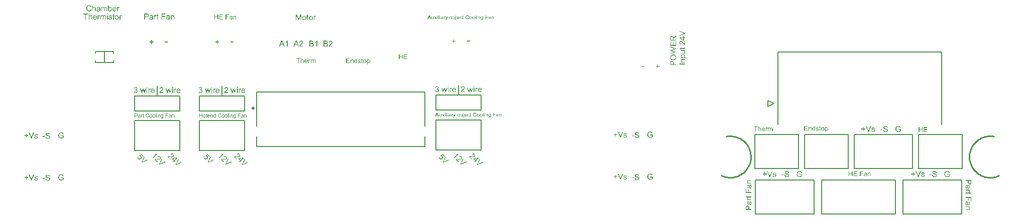
<source format=gbr>
%FSTAX26Y26*%
%MOMM*%
%SFA1B1*%

%IPPOS*%
%ADD45C,0.250000*%
%ADD46C,0.253999*%
%ADD47C,0.200000*%
%ADD67C,0.127000*%
%ADD68C,0.203200*%
%LNpcb1_legend_top-1*%
%LPD*%
G36*
X-63825729Y20015555D02*
X-6394577D01*
Y2015335*
X-63825729*
Y20015555*
G37*
G36*
X-6155309Y19899985D02*
X-6154801Y1989935D01*
X-61540999Y19898715*
X-6153404Y19897445*
X-61525759Y1989554*
X-61516869Y19893635*
X-61506709Y19891095*
X-61496575Y1988792*
X-61486415Y1988411*
X-61474959Y19879665*
X-61463529Y19874585*
X-61452125Y1986887*
X-61440669Y19861885*
X-6148197Y1975076*
X-61482579*
X-61483849Y1975203*
X-61486415Y197533*
X-6148959Y1975457*
X-614934Y19756475*
X-61497819Y19759015*
X-6150356Y1976092*
X-61509275Y1976346*
X-6152261Y19767905*
X-61537215Y1977235*
X-6155309Y1977489*
X-615696Y1977616*
X-6157341*
X-6157595Y19775525*
X-6157976*
X-6158357Y1977489*
X-61593069Y19772985*
X-61604525Y19770445*
X-61615929Y19766*
X-61628629Y19760285*
X-6164072Y19752665*
X-61641329*
X-6164199Y19751395*
X-616458Y1974822*
X-61651515Y1974314*
X-61657865Y1973552*
X-61665459Y1972663*
X-6167247Y197152*
X-61679429Y19701865*
X-6168517Y1968726*
Y19686625*
X-61685779Y19684085*
X-61687075Y1968091*
X-61688319Y1967583*
X-61689615Y19670115*
X-6169152Y1966313*
X-61693399Y19654875*
X-61694669Y19645985*
X-616966Y19635825*
X-61698479Y1962503*
X-6170041Y196136*
X-6170168Y19601535*
X-6170422Y195755*
X-61704829Y1954756*
Y19177355*
X-6182487*
Y1988411*
X-6171692*
Y1977743*
X-61716259Y19778065*
X-61715015Y19780605*
X-6171311Y19784415*
X-61709909Y19789495*
X-61706125Y19795845*
X-61702315Y19802195*
X-61697209Y19809815*
X-61692129Y1981807*
X-6168009Y1983458*
X-6166739Y1985109*
X-61660379Y1985871*
X-61654029Y1986506*
X-6164707Y1987141*
X-6164072Y1987649*
X-61640059*
X-61638815Y1987776*
X-6163691Y1987903*
X-6163437Y198803*
X-61631169Y19882205*
X-61627359Y1988411*
X-6161786Y19888555*
X-6160643Y19893*
X-6159373Y1989681*
X-61579099Y1989935*
X-61563859Y1990062*
X-61557509*
X-6155309Y19899985*
G37*
G36*
X-65265909D02*
X-65260829Y1989935D01*
X-6525387Y19898715*
X-65246859Y19897445*
X-6523863Y1989554*
X-6522974Y19893635*
X-6521958Y19891095*
X-6520942Y1988792*
X-6519926Y1988411*
X-6518783Y19879665*
X-651764Y19874585*
X-6516497Y1986887*
X-6515354Y19861885*
X-65194815Y1975076*
X-6519545*
X-6519672Y1975203*
X-6519926Y197533*
X-65202409Y1975457*
X-65206219Y19756475*
X-6521069Y19759015*
X-65216379Y1976092*
X-6522212Y1976346*
X-65235429Y19767905*
X-6525006Y1977235*
X-65265909Y1977489*
X-65282419Y1977616*
X-65286229*
X-65288769Y19775525*
X-65292579*
X-65296389Y1977489*
X-6530594Y19772985*
X-6531737Y19770445*
X-653288Y19766*
X-653415Y19760285*
X-65353565Y19752665*
X-653542*
X-65354809Y19751395*
X-65358619Y1974822*
X-6536436Y1974314*
X-6537071Y1973552*
X-6537833Y1972663*
X-65385315Y197152*
X-653923Y19701865*
X-65398015Y1968726*
Y19686625*
X-6539865Y19684085*
X-6539992Y1968091*
X-6540119Y1967583*
X-6540246Y19670115*
X-65404339Y1966313*
X-6540627Y19654875*
X-6540754Y19645985*
X-65409419Y19635825*
X-6541135Y1962503*
X-65413229Y196136*
X-65414499Y19601535*
X-65417065Y195755*
X-654177Y1954756*
Y19177355*
X-65537715*
Y1988411*
X-65429765*
Y1977743*
X-6542913Y19778065*
X-6542786Y19780605*
X-65425929Y19784415*
X-6542278Y19789495*
X-6541897Y19795845*
X-6541516Y19802195*
X-6541008Y19809815*
X-65405Y1981807*
X-65392909Y1983458*
X-65380209Y1985109*
X-6537325Y1985871*
X-653669Y1986506*
X-65359915Y1987141*
X-65353565Y1987649*
X-6535293*
X-6535166Y1987776*
X-65349729Y1987903*
X-65347215Y198803*
X-6534404Y19882205*
X-6534023Y1988411*
X-65330679Y19888555*
X-65319275Y19893*
X-65306549Y1989681*
X-6529197Y1989935*
X-6527673Y1990062*
X-6527038*
X-65265909Y19899985*
G37*
G36*
X-64332459D02*
X-643255D01*
X-6431661Y19898715*
X-6430645Y19897445*
X-6429502Y1989554*
X-64282929Y19893635*
X-64270229Y1989046*
X-6425692Y1988665*
X-64243559Y1988157*
X-64229589Y19875855*
X-64216915Y19869505*
X-6420358Y1986125*
X-64191489Y1985236*
X-6418072Y198422*
X-64180059Y19841565*
X-6417818Y1983966*
X-6417564Y1983585*
X-6417183Y19831405*
X-64167359Y19825055*
X-6416294Y19817435*
X-6415786Y19808545*
X-64152119Y1979775*
X-64147039Y19785685*
X-64141959Y19772985*
X-6413754Y19757745*
X-64133069Y1974187*
X-64129259Y1972409*
X-64126719Y1970504*
X-6412484Y1968472*
X-64124179Y19662495*
Y19177355*
X-6424295*
Y1962249*
Y19623125*
Y19625665*
Y19629475*
Y1963392*
X-64243559Y1964027*
Y1964662*
X-6424422Y1965424*
Y19662495*
X-64246125Y19679005*
X-6424803Y1969615*
X-64251179Y1971266*
X-6425311Y19719645*
X-64255015Y19725995*
Y1972663*
X-6425565Y19727265*
X-64257529Y19731075*
X-64260069Y1973679*
X-6426454Y1974441*
X-64270229Y19752665*
X-64277849Y1976092*
X-64286765Y19769175*
X-6429756Y19776795*
X-64298169*
X-6429883Y1977743*
X-64300735Y197787*
X-6430264Y1977997*
X-64309599Y19783145*
X-6431788Y19786955*
X-64328675Y1979013*
X-6434074Y19793305*
X-64354049Y19795845*
X-64369315Y1979648*
X-643763*
X-6438138Y19795845*
X-6438773Y1979521*
X-6439535Y1979394*
X-64403579Y19792035*
X-64412469Y1979013*
X-6442202Y1978759*
X-6443218Y19784415*
X-6444234Y19780605*
X-64453135Y19775525*
X-64463295Y1976981*
X-64473429Y1976346*
X-64483615Y1975584*
X-6449314Y1974695*
X-64493749Y19746315*
X-64495019Y1974441*
X-64497585Y1974187*
X-6450076Y19737425*
X-6450457Y19732345*
X-6450838Y1972536*
X-64512825Y1971774*
X-6451727Y1970885*
X-6452235Y19698055*
X-64526769Y19686625*
X-64530579Y1967329*
X-64534389Y1965932*
X-6453759Y19643445*
X-6454013Y196263*
X-645414Y19607885*
X-64542009Y195882*
Y19177355*
X-6466205*
Y1963646*
Y19637095*
Y1964027*
Y1964408*
X-64662659Y19649795*
Y19656145*
X-6466332Y19663765*
X-6466459Y19672655*
X-6466586Y19681545*
X-64669009Y1970123*
X-64674115Y19720915*
X-64681735Y19739965*
X-6468618Y19748855*
X-6469126Y19756475*
X-64691895Y1975711*
X-6469253Y1975838*
X-64694409Y19760285*
X-64696949Y19762825*
X-6470015Y19766*
X-6470396Y19769175*
X-64708379Y19772985*
X-6471412Y19776795*
X-6472047Y1977997*
X-64727429Y1978378*
X-64735049Y19786955*
X-64743965Y1979013*
X-6475349Y1979267*
X-6476365Y19794575*
X-6477508Y19795845*
X-64787119Y1979648*
X-64792225*
X-64796035Y19795845*
X-6480048*
X-6480556Y1979521*
X-64811249Y19794575*
X-64817625Y19793305*
X-6483223Y1979013*
X-64848079Y1978505*
X-64864615Y197787*
X-64881099Y1976981*
X-6488176*
X-6488303Y1976854*
X-64884909Y1976727*
X-6488811Y1976473*
X-6489573Y1975838*
X-6490462Y19750125*
X-6491478Y1973933*
X-64925549Y1972536*
X-649351Y1971012*
X-64943329Y19691705*
Y1969107*
X-6494399Y19689165*
X-6494526Y19686625*
X-6494653Y1968218*
X-649478Y196771*
X-6494907Y19670115*
X-64950949Y19662495*
X-6495288Y1965424*
X-64954785Y1964408*
X-64956029Y19633285*
X-6495796Y19620585*
X-6495923Y19607885*
X-649605Y1959328*
X-6496177Y1957804*
X-64962379Y1956153*
Y1954375*
Y19177355*
X-6508242*
Y1988411*
X-64975079*
Y1978505*
X-6497447Y19785685*
X-64973809Y1978759*
X-6497193Y1979013*
X-64968729Y1979394*
X-6496558Y19798385*
X-6496177Y19803465*
X-64957299Y1980918*
X-6495161Y19814895*
X-64945869Y1982188*
X-6493891Y1982823*
X-6492367Y198422*
X-64906525Y1985617*
X-6488684Y1986887*
X-64886179Y19869505*
X-648843Y1987014*
X-64881099Y19872045*
X-6487668Y1987395*
X-648716Y1987649*
X-6486525Y1987903*
X-64858265Y1988157*
X-6485001Y19884745*
X-6484112Y1988792*
X-64831569Y1989046*
X-648208Y19893*
X-64809979Y1989554*
X-64785875Y1989935*
X-64773149Y19899985*
X-64760449Y1990062*
X-64752829*
X-64747775Y19899985*
X-6474079Y1989935*
X-6473317Y19898715*
X-6472428Y1989808*
X-6471539Y1989681*
X-6469507Y19892365*
X-6467348Y1988665*
X-64662659Y1988284*
X-6465189Y19878395*
X-6464173Y19873315*
X-64632179Y198676*
X-6463157Y19866965*
X-64629665Y1986633*
X-64627125Y19864425*
X-6462395Y19861885*
X-64619479Y19858075*
X-6461506Y19854265*
X-6460998Y19849185*
X-64604239Y19844105*
X-6459855Y19837755*
X-645922Y1983077*
X-64586459Y19823785*
X-6458077Y1981553*
X-64575029Y1980664*
X-64569949Y19797115*
X-64564869Y19786955*
X-64561059Y1977616*
Y19776795*
X-64559815Y1977743*
X-6455918Y19779335*
X-64557275Y1978124*
X-64552169Y1978759*
X-64545819Y19795845*
X-6453759Y19804735*
X-6452743Y1981553*
X-64516Y1982696*
X-6450203Y1983839*
X-64487425Y1984982*
X-64470915Y1986125*
X-64453135Y19872045*
X-6443345Y19880935*
X-64412469Y1988919*
X-64390879Y1989554*
X-6437884Y19897445*
X-6436741Y1989935*
X-64355319Y19899985*
X-64342619Y1990062*
X-643382*
X-64332459Y19899985*
G37*
G36*
X-6339713D02*
X-63390119D01*
X-63381229Y1989935*
X-6337173Y19898715*
X-6336157Y19897445*
X-63350749Y19896175*
X-6333871Y19894905*
X-6331458Y1989046*
X-6328918Y19884745*
X-6326505Y1987649*
X-63264389*
X-6326251Y1987522*
X-63259335Y1987395*
X-6325489Y19872045*
X-6324981Y19869505*
X-6324346Y19866965*
X-63230125Y19859345*
X-63214859Y1984982*
X-63199619Y19839025*
X-6318504Y1982569*
X-63178029Y19818705*
X-6317234Y19811085*
X-63171679Y1981045*
X-6317107Y1980918*
X-63169139Y1980664*
X-6316726Y19803465*
X-6316472Y19799655*
X-6316218Y19794575*
X-63158979Y1978886*
X-6315583Y1978251*
X-6315202Y1977489*
X-63148819Y19766635*
X-63145035Y19757745*
X-6314186Y19747585*
X-63138659Y19737425*
X-6313551Y19725995*
X-6313297Y19714565*
X-6313043Y19701865*
X-63247879Y1968599*
Y19686625*
X-6324854Y1968853*
Y1969107*
X-6324981Y1969488*
X-6325108Y19699325*
X-6325235Y1970504*
X-63256769Y19717105*
X-6326251Y19731075*
X-63270765Y19745045*
X-63275819Y1975203*
X-63280925Y1975838*
X-63287275Y19765365*
X-6329426Y1977108*
X-63294869Y19771715*
X-63296165Y1977235*
X-6329807Y1977362*
X-63301219Y1977616*
X-63305029Y19778065*
X-63310109Y19780605*
X-6331585Y1978378*
X-633222Y1978632*
X-63329159Y19789495*
X-6333744Y19792035*
X-6334633Y19794575*
X-63355829Y19797115*
X-63366015Y1979902*
X-63377419Y1980029*
X-6338951Y19800925*
X-6340221Y1980156*
X-6340983*
X-63415519Y19800925*
X-6342253*
X-6343015Y1980029*
X-6343904Y1979902*
X-6344793Y19798385*
X-63467615Y1979521*
X-63486665Y1979013*
X-6349619Y19786955*
X-6350508Y19783145*
X-63513309Y19779335*
X-6352032Y19774255*
X-63520929*
X-6352159Y19772985*
X-63526035Y19769175*
X-63531089Y1976346*
X-63537465Y1975584*
X-6354445Y1974695*
X-6354953Y19736155*
X-63553975Y1972409*
X-6355461Y1971774*
X-63555219Y19710755*
Y19709485*
Y19706945*
X-6355461Y197025*
X-6355334Y19696785*
X-63551409Y19690435*
X-63548869Y1968345*
X-6354572Y1967583*
X-6354064Y19668845*
X-63539979Y1966821*
X-635381Y1966567*
X-6353429Y1966186*
X-6352921Y19657415*
X-6352286Y19652335*
X-6351524Y1964662*
X-63505715Y1964154*
X-6349492Y1963646*
X-6349365*
X-6349238Y19635825*
X-63490475Y1963519*
X-63487935Y19634555*
X-6348476Y19633285*
X-63480315Y19632015*
X-63475209Y1963011*
X-63468885Y19628205*
X-63461265Y196263*
X-63452375Y1962376*
X-6344285Y1962122*
X-6343142Y19618045*
X-6341872Y19614235*
X-6340475Y19610425*
X-63388849Y1960598*
X-6338824*
X-63387579Y19605345*
X-633857*
X-6338316Y1960471*
X-6337681Y19602805*
X-6336792Y19600265*
X-6335776Y1959709*
X-6334633Y19593915*
X-63332969Y19590105*
X-63319025Y19586295*
X-63289815Y19577405*
X-63260579Y1956788*
X-63246609Y19563435*
X-63233909Y1955899*
X-6322187Y19554545*
X-6321171Y195501*
X-63211075*
X-6320917Y1954883*
X-6320663Y1954756*
X-63203429Y1954629*
X-6319901Y1954375*
X-63194565Y1954121*
X-63183135Y19534225*
X-63170409Y19525335*
X-631571Y1951454*
X-631444Y1950184*
X-6313297Y19487235*
X-63132309Y194866*
X-631317Y1948533*
X-6313043Y1948279*
X-63128525Y19479615*
X-63125985Y19475805*
X-63123419Y19470725*
X-63120879Y19465645*
X-63118365Y19459295*
X-63115825Y19451675*
X-63113259Y19444055*
X-63110719Y194358*
X-63108179Y1942691*
X-6310503Y19407225*
X-6310376Y1939643*
Y19385*
Y19384365*
Y1938246*
Y19379285*
X-63104369Y1937484*
X-6310503Y19369125*
X-63105665Y1936341*
X-63106935Y1935579*
X-63108179Y1934817*
X-63111989Y19331025*
X-63118365Y19311975*
X-63122149Y19301815*
X-63127229Y1929229*
X-63132309Y1928213*
X-63138659Y1927197*
X-6313932Y19271335*
X-6314059Y1926943*
X-63142469Y1926689*
X-63145035Y1926308*
X-63148819Y19258635*
X-6315329Y19253555*
X-6315837Y1924784*
X-63164085Y19242125*
X-6317107Y19235775*
X-6317869Y1922879*
X-63186919Y19221805*
X-63195809Y19215455*
X-63205969Y1920847*
X-63216129Y1920212*
X-63227559Y1919577*
X-6323965Y19190055*
X-63240285*
X-63242825Y19188785*
X-63246Y19187515*
X-6325108Y1918561*
X-6325743Y19183705*
X-6326505Y19181165*
X-63273279Y19178625*
X-6328283Y19176085*
X-63293599Y1917291*
X-63305029Y1917037*
X-6331712Y1916783*
X-63330429Y19165925*
X-63344425Y1916402*
X-63358369Y1916275*
X-63373635Y19162115*
X-63388849Y1916148*
X-633984*
X-6340221Y19162115*
X-63411735*
X-63423165Y19163385*
X-634365Y19164655*
X-63451079Y1916656*
X-6346698Y19168465*
X-6348349Y1917164*
X-63500609Y1917545*
X-63518415Y19179895*
X-6353556Y1918561*
X-63552679Y1919196*
X-63569189Y1919958*
X-63584429Y1920847*
X-6359906Y1921863*
X-63599669Y19219265*
X-63602235Y1922117*
X-63606019Y1922498*
X-6361049Y19229425*
X-63616179Y1923514*
X-6362319Y1924276*
X-63630175Y19251015*
X-63637769Y19261175*
X-63645389Y19272605*
X-63653009Y19285305*
X-6366129Y19299275*
X-63668275Y19314515*
X-6367526Y19331025*
X-6368161Y19348805*
X-6368669Y19367855*
X-63691109Y19388175*
X-63573025Y1940659*
Y19405955*
X-6357239Y19403415*
X-63571729Y19399605*
X-63570459Y1939516*
X-63569189Y1938881*
X-6356731Y19381825*
X-6356477Y19374205*
X-6356223Y19366585*
X-6355461Y19348805*
X-63550139Y19339915*
X-63545085Y1933039*
X-6353937Y193215*
X-63532359Y19313245*
X-635254Y1930499*
X-63517119Y1929737*
X-6351651Y19296735*
X-6351524Y19295465*
X-63512039Y19294195*
X-6350889Y19291655*
X-6350381Y1928848*
X-63498069Y19285305*
X-63491719Y1928213*
X-63484099Y19278955*
X-63475209Y19275145*
X-6346571Y1927197*
X-6345555Y19268795*
X-6344412Y1926562*
X-6343142Y1926308*
X-6341872Y1926181*
X-63404115Y1926054*
X-6338951Y19259905*
X-6338189*
X-63376175Y1926054*
X-6336919Y19261175*
X-6336157Y1926181*
X-6335268Y19262445*
X-63343129Y1926435*
X-6332347Y1926816*
X-6330315Y19273875*
X-6329299Y19277685*
X-63283439Y1928213*
X-6327521Y1928721*
X-63266929Y19292925*
X-6326632Y1929356*
X-6326505Y19294195*
X-63263119Y192961*
X-63260579Y1929864*
X-6325743Y1930245*
X-63254229Y1930626*
X-63246609Y19315785*
X-6323965Y19327215*
X-632333Y1934055*
X-6323076Y1934817*
X-63228829Y1935579*
X-63227559Y19364045*
X-6322695Y193723*
Y19372935*
Y19374205*
Y1937611*
X-63227559Y19379285*
X-63228829Y1938627*
X-63231369Y19395795*
X-6323584Y19405955*
X-6324219Y1941675*
X-63246Y1942183*
X-63250419Y1942691*
X-6325616Y1943199*
X-6326251Y19436435*
X-6326378Y1943707*
X-63265659Y1943834*
X-6326759Y1943961*
X-632714Y1944088*
X-6327521Y19442785*
X-63280925Y1944469*
X-63287275Y1944723*
X-63294869Y19450405*
X-6330315Y19452945*
X-6331331Y19456755*
X-6332474Y1945993*
X-6333744Y1946374*
X-6335141Y1946755*
X-63367259Y19471995*
X-63385065Y1947644*
X-633857*
X-63386309Y19477075*
X-6338824*
X-6339078Y1947771*
X-63397739Y19479615*
X-63406629Y19482155*
X-6341745Y19484695*
X-63429515Y19488505*
X-6344285Y19492315*
X-63457429Y19496125*
X-63487935Y1950565*
X-63503149Y19510095*
X-6351778Y19515175*
X-63532359Y19520255*
X-6354572Y195247*
X-63557759Y1952978*
X-63567919Y19534225*
X-6356858*
X-6356985Y19535495*
X-63573025Y19536765*
X-635762Y1953867*
X-63580619Y1954121*
X-6358509Y19544385*
X-6359652Y19552005*
X-6360922Y1956153*
X-6362192Y1957296*
X-6363462Y19586295*
X-63645389Y19601535*
Y1960217*
X-63646659Y1960344*
X-63647929Y1960598*
X-63649225Y19609155*
X-6365113Y19612965*
X-6365367Y19618045*
X-6365621Y1962376*
X-63658115Y19629475*
X-63663169Y1964408*
X-6366764Y19659955*
X-6367018Y19677735*
X-6367145Y19696785*
Y1969742*
Y1969869*
Y1970123*
X-63670815Y1970504*
Y1970885*
X-6367018Y1971393*
X-6366891Y1972536*
X-6366637Y19738695*
X-6366256Y197533*
X-63656819Y1976854*
X-6364986Y1978378*
Y19784415*
X-6364859Y19785685*
X-6364732Y1978759*
X-6364605Y19790765*
X-6364097Y1979775*
X-6363462Y19807275*
X-6362573Y1981807*
X-6361557Y198295*
X-6360414Y19840295*
X-63590779Y1985109*
X-6359017*
X-63589509Y19851725*
X-63585699Y19854265*
X-63579349Y19858075*
X-63570459Y19863155*
X-6355969Y1986887*
X-6354699Y19874585*
X-6353175Y198803*
X-63514579Y19886015*
X-6351397*
X-635127Y1988665*
X-63509499Y19887285*
X-6350635Y19888555*
X-63501879Y1988919*
X-6349619Y1989046*
X-63490475Y1989173*
X-6348349Y19893635*
X-6347587Y19894905*
X-6346825Y19896175*
X-6345047Y1989808*
X-6343142Y19899985*
X-634111Y1990062*
X-63402819*
X-6339713Y19899985*
G37*
G36*
X-63825729Y19177355D02*
X-6394577D01*
Y1988411*
X-63825729*
Y19177355*
G37*
G36*
X-66934079Y1980283D02*
X-66932809Y198041D01*
X-66930269Y19807275*
X-66925189Y1981172*
X-66918839Y1981807*
X-66910559Y1982569*
X-66901059Y19833945*
X-66888969Y19842835*
X-66876269Y19851725*
X-66861689Y19860615*
X-66845814Y19869505*
X-66828009Y1987776*
X-66809619Y1988538*
X-66789299Y1989173*
X-66768319Y19896175*
X-66746119Y1989935*
X-66722599Y1990062*
X-66714979*
X-66709289Y19899985*
X-66702279*
X-66694659Y19898715*
X-66685769Y1989808*
X-66676269Y1989681*
X-66665474Y19894905*
X-66654679Y19893*
X-66631819Y19887285*
X-66620389Y1988411*
X-66608299Y19879665*
X-66596869Y1987522*
X-66586099Y19869505*
X-66585439Y1986887*
X-6658356Y19868235*
X-66580359Y1986633*
X-66576575Y1986379*
X-66571469Y19860615*
X-66566415Y19856805*
X-66560065Y1985236*
X-66553689Y1984728*
X-6654673Y19841565*
X-6654038Y19835215*
X-6652641Y19819975*
X-6651371Y19803465*
X-66507969Y1979394*
X-66502915Y1978378*
Y19783145*
X-66501619Y1978124*
X-66500375Y19778065*
X-66499079Y1977362*
X-664972Y19767905*
X-66495269Y1976092*
X-66492729Y19752665*
X-66490215Y19743775*
X-6648831Y1973298*
X-6648577Y19720915*
X-66483865Y19708215*
X-6648196Y1969361*
X-6648069Y1967837*
X-6647942Y1966186*
X-6647815Y1964408*
Y1962503*
Y19177355*
X-66597529*
Y1962503*
Y196263*
Y1962884*
Y1963392*
X-66598164Y19639635*
X-66598799Y19647255*
X-66599409Y1965551*
X-66600679Y19665035*
X-66602609Y19675195*
X-66607029Y19696785*
X-66610229Y1970758*
X-66614039Y19718375*
X-66618459Y19728535*
X-66624199Y19738695*
X-66629889Y19747585*
X-66636899Y1975584*
X-66637509Y19756475*
X-66638779Y19757745*
X-66640709Y1975965*
X-66643859Y1976219*
X-66648329Y19765365*
X-66652774Y19769175*
X-66658489Y1977235*
X-66664839Y19776795*
X-66672459Y19780605*
X-66680714Y1978378*
X-66689579Y1978759*
X-66699739Y19790765*
X-66709899Y19793305*
X-66721329Y1979521*
X-66734029Y1979648*
X-66746729Y19797115*
X-66751809*
X-66755644Y1979648*
X-66760699*
X-66765779Y19795845*
X-66772129Y19794575*
X-66779139Y1979394*
X-66794379Y1979013*
X-66811524Y1978505*
X-66829279Y197787*
X-66838169Y19774255*
X-66847059Y19769175*
X-66847719*
X-66848989Y19767905*
X-66851529Y19766635*
X-66854679Y19764095*
X-66858489Y19761555*
X-66862959Y19757745*
X-66873119Y1974949*
X-66883914Y19738695*
X-66895319Y19725995*
X-66905479Y1971139*
X-66914369Y19694245*
Y1969361*
X-66915029Y1969234*
X-66916299Y19689165*
X-66917569Y19685355*
X-66918839Y1968091*
X-66920719Y19675195*
X-66922649Y1966821*
X-66923919Y1966059*
X-66925824Y196517*
X-66927729Y1964154*
X-66929634Y1963138*
X-66930879Y19619315*
X-66932174Y1960725*
X-66933419Y1959328*
X-66934079Y1957931*
Y1956407*
Y19177355*
X-67054069*
Y2015335*
X-66934079*
Y1980283*
G37*
G36*
X-67170935Y20038415D02*
X-6749415D01*
Y19177355*
X-6762369*
Y20038415*
X-67945*
Y2015335*
X-67170935*
Y20038415*
G37*
G36*
X-6282055Y1988411D02*
X-626999D01*
Y197914*
X-6282055*
Y1937738*
Y19376745*
Y19375475*
Y193723*
Y19369125*
Y19365315*
X-62819915Y19360235*
Y19350075*
X-6281928Y19338645*
X-6281801Y1932785*
X-62816079Y19318325*
X-6281547Y19314515*
X-628142Y1931134*
X-62813565Y19310705*
X-6281293Y193088*
X-6281166Y1930626*
X-6280912Y19303085*
X-6280658Y19299275*
X-6280277Y19295465*
X-6279896Y19291655*
X-6279388Y19287845*
X-62793219Y1928721*
X-6279134Y19286575*
X-6278753Y19285305*
X-62783059Y19284035*
X-6277737Y1928213*
X-62770359Y1928086*
X-6276213Y19280225*
X-62752579Y1927959*
X-6274435*
X-62738609Y19280225*
X-62730989Y1928086*
X-6272149Y19281495*
X-6271133Y19282765*
X-626999Y19284035*
X-6268212Y19178625*
X-62682729*
X-6268466Y1917799*
X-626872*
X-62690375Y19177355*
X-6269482Y19176085*
X-62700509Y1917545*
X-6270625Y19174815*
X-627126Y19173545*
X-6272657Y1917164*
X-6274181Y1917037*
X-62757659Y191691*
X-62772925Y19168465*
X-62779249*
X-6278372Y191691*
X-62789409*
X-62795759Y19169735*
X-6280277Y1917037*
X-6281039Y19171005*
X-62826239Y19173545*
X-6284341Y19177355*
X-6285992Y191818*
X-6286754Y19184975*
X-62874499Y19188785*
X-6287516*
X-62875769Y19190055*
X-628777Y1919069*
X-6288024Y19192595*
X-6288659Y1919704*
X-6289421Y1920339*
X-62902439Y1921101*
X-6291072Y192199*
X-6291834Y19230695*
X-6292469Y1924276*
Y19243395*
X-62925325Y19244665*
X-6292596Y1924657*
X-6292723Y19249745*
X-62927865Y1925419*
X-62929109Y1925927*
X-62930379Y1926562*
X-62931649Y1927324*
X-6293358Y1928213*
X-6293485Y1929229*
X-6293612Y1930372*
X-62936729Y1931642*
X-62938025Y19331025*
X-6293866Y19347535*
X-62939269Y19365315*
Y19384365*
Y197914*
X-6302756*
Y1988411*
X-62939269*
Y2005937*
X-6282055Y20131125*
Y1988411*
G37*
G36*
X-62285219Y19899985D02*
X-62281409D01*
X-62276329Y1989935*
X-62271275*
X-62258575Y19897445*
X-62244579Y1989554*
X-62228069Y19892365*
X-6221095Y19888555*
X-62192509Y19883475*
X-6217285Y19877125*
X-62153165Y19869505*
X-6213348Y1985998*
X-6211316Y19849185*
X-6209411Y19836485*
X-6207506Y1982188*
X-6205728Y19804735*
X-6205601Y19803465*
X-6205347Y1980029*
X-6204839Y19794575*
X-62042675Y19786955*
X-6203569Y1977743*
X-6202807Y19766*
X-62019815Y1975203*
X-62010925Y19736155*
X-62002009Y19718375*
X-6199378Y1969869*
X-6198616Y19676465*
X-61979149Y1965297*
X-61972825Y1962757*
X-6196838Y19600265*
X-6196584Y1957169*
X-6196457Y19540575*
Y1953994*
Y19539305*
Y195374*
Y1953486*
Y1953105*
Y1952724*
X-61965179Y1951835*
X-6196584Y19506285*
X-61966475Y19493585*
X-61967719Y19478345*
X-6196965Y1946247*
X-6197219Y1944596*
X-6197473Y1942818*
X-61977879Y194104*
X-61981715Y1939262*
X-61986769Y1937484*
X-6199251Y19357695*
X-6199886Y19341185*
X-62005819Y19325945*
X-6200648Y1932531*
X-6200775Y1932277*
X-6201029Y19318325*
X-62013465Y19313245*
X-6201791Y1930626*
X-6202299Y19299275*
X-62028679Y19290385*
X-6203569Y19281495*
X-62043919Y1927197*
X-62052809Y1926181*
X-6206236Y1925165*
X-62073129Y19242125*
X-62084559Y19231965*
X-62097259Y1922244*
X-6211062Y19212915*
X-6212459Y1920466*
X-62125225Y19204025*
X-621284Y19202755*
X-6213221Y1920085*
X-62137925Y19197675*
X-62145519Y191945*
X-62154409Y19191325*
X-6216396Y1918688*
X-6217539Y1918307*
X-62187429Y1917926*
X-6220079Y1917545*
X-6221476Y1917164*
X-62229365Y19168465*
X-6224524Y1916529*
X-62261115Y19163385*
X-6227826Y19162115*
X-62295379Y1916148*
X-62301729*
X-62305565Y19162115*
X-6231001*
X-62314429Y1916275*
X-6232017*
X-6233287Y19164655*
X-62347475Y1916656*
X-6236335Y19169735*
X-6238113Y19173545*
X-62399519Y19178625*
X-6241923Y1918434*
X-62438915Y1919196*
X-62459209Y19201485*
X-62479529Y1921228*
X-62498579Y1922498*
X-62517629Y19239585*
X-62535409Y19256095*
X-62536679Y19257365*
X-62539219Y1926054*
X-6254369Y19266255*
X-62549379Y19273875*
X-6255639Y192834*
X-62564619Y19295465*
X-625729Y1931007*
X-62581129Y19325945*
X-6258941Y1934436*
X-62597639Y1936468*
X-6260592Y1938754*
X-6261227Y19412305*
X-6261862Y1943834*
X-62623065Y1946755*
X-62625579Y1949803*
X-62626849Y19530415*
Y1953105*
Y19532955*
Y19535495*
Y19539305*
X-6262624Y1954375*
Y19549465*
X-62625579Y19555815*
X-6262497Y195628*
X-62624309Y1957042*
X-626237Y19578675*
X-6262116Y19597725*
X-62617959Y1961868*
X-62612879Y19640905*
X-6260719Y19663765*
X-62600179Y19687895*
X-62591315Y1971266*
X-6258052Y19736155*
X-62568429Y1975965*
X-6255385Y1978251*
X-62536679Y1980283*
X-62527815Y1981299*
X-62517629Y1982188*
X-62516359Y19822515*
X-6251321Y19825055*
X-6250813Y19828865*
X-62501119Y19833945*
X-62492229Y19840295*
X-62482069Y19846645*
X-62469369Y1985363*
X-62455399Y1986125*
X-62440159Y1986887*
X-6242304Y19875855*
X-62404625Y19882205*
X-62385575Y19888555*
X-6236462Y19893635*
X-62342369Y19897445*
X-62319509Y19899985*
X-62295379Y1990062*
X-62289029*
X-62285219Y19899985*
G37*
G36*
X-6599555D02*
X-65991079D01*
X-6598158Y1989935*
X-65969515Y19897445*
X-65955545Y1989554*
X-6593967Y19892365*
X-65922499Y19888555*
X-65904719Y19883475*
X-65885669Y19877125*
X-65866619Y1986887*
X-6584696Y19859345*
X-6582791Y1984855*
X-6580886Y1983585*
X-65790419Y1982061*
X-657733Y19803465*
X-6577203Y19802195*
X-6576949Y1979902*
X-65765045Y19793305*
X-6575933Y19785685*
X-65752319Y19775525*
X-65744725Y1976346*
X-6573647Y1974949*
X-65728215Y19733615*
X-6571996Y197152*
X-65711679Y1969488*
X-65704059Y19672655*
X-656971Y19648525*
X-65691359Y1962249*
X-6568694Y19593915*
X-656844Y1956407*
X-6568313Y1953232*
Y19531685*
Y19530415*
Y19527875*
Y19524065*
Y1951962*
Y19513905*
X-65683765Y19507555*
Y19499935*
X-6621145*
Y19498665*
X-66210789Y19494855*
X-6621018Y19488505*
X-66209519Y19480885*
X-66208275Y1947136*
X-6620637Y1945993*
X-6620383Y1944723*
X-66200629Y19433895*
X-66196819Y19419925*
X-661924Y1940532*
X-66186659Y19390715*
X-66180309Y19375475*
X-6617335Y1936087*
X-66165069Y193469*
X-6615557Y19333565*
X-6614541Y193215*
X-66144749Y19320865*
X-6614287Y1931896*
X-6613906Y19315785*
X-66134589Y19311975*
X-661289Y1930753*
X-66121915Y19301815*
X-6611366Y19296735*
X-6610477Y1929102*
X-6609461Y1928467*
X-6608318Y1927959*
X-66071115Y1927451*
X-6605778Y1926943*
X-6604381Y1926562*
X-66029179Y19262445*
X-66013939Y1926054*
X-65997429Y19259905*
X-65991079*
X-6598666Y1926054*
X-65980919Y19261175*
X-6597396Y1926181*
X-65966975Y1926308*
X-6595872Y1926435*
X-6594094Y1926816*
X-6592189Y1927451*
X-65912365Y1927832*
X-65903475Y19282765*
X-6589395Y1928848*
X-6588506Y19294195*
X-65884399Y1929483*
X-65883129Y192961*
X-65880615Y19298005*
X-6587744Y19300545*
X-65872969Y19304355*
X-6586855Y19309435*
X-6586347Y19314515*
X-6585839Y19320865*
X-6585204Y19328485*
X-65846299Y1933674*
X-65839949Y1934563*
X-65833599Y1935579*
X-6582791Y19366585*
X-6582156Y19378015*
X-65815819Y19390715*
X-65810765Y19404685*
X-6568694Y19389445*
X-65687549Y19388175*
X-6568821Y19385*
X-65690115Y19379285*
X-65692629Y19371665*
X-6569583Y19362775*
X-65700275Y1935198*
X-65705329Y1934055*
X-65711679Y1932785*
X-6571869Y19314515*
X-6572631Y19300545*
X-657352Y19286575*
X-6574536Y19272605*
X-65756129Y19258635*
X-6576822Y192453*
X-6578092Y192326*
X-65795499Y1922117*
X-6579616Y19220535*
X-65799309Y1921863*
X-6580378Y19215455*
X-6581013Y19211645*
X-6581775Y192072*
X-65827275Y1920212*
X-6583807Y1919704*
X-6585077Y19191325*
X-6586474Y1918561*
X-6587998Y1918053*
X-6589649Y1917545*
X-6591427Y19171005*
X-6593332Y19167195*
X-65954249Y1916402*
X-6597523Y19162115*
X-6599809Y1916148*
X-66005075*
X-66008859Y19162115*
X-66012669*
X-66017775Y1916275*
X-6602349*
X-66036799Y19164655*
X-66052039Y1916656*
X-66068549Y19169735*
X-6608699Y19173545*
X-6610604Y19178625*
X-6612636Y19184975*
X-6614668Y19192595*
X-66167635Y19201485*
X-66187929Y1921228*
X-6620764Y19225615*
X-6622669Y1924022*
X-6624447Y1925673*
X-6624574Y19258*
X-6624828Y19261175*
X-66252699Y1926689*
X-6625844Y1927451*
X-66265399Y19284035*
X-66273019Y192961*
X-662813Y1931007*
X-66289529Y19325945*
X-66298445Y19343725*
X-663067Y19364045*
X-6631432Y1938627*
X-66321279Y19409765*
X-6632702Y194358*
X-66331465Y1946374*
X-66333979Y1949295*
X-66335249Y195247*
Y19525335*
Y19526605*
Y19529145*
Y1953232*
X-6633464Y19536765*
Y19541845*
X-66333979Y1954756*
Y1955391*
X-6633337Y1956153*
X-66332709Y1956915*
X-66330169Y19586295*
X-66327629Y19605345*
X-66323819Y196263*
X-66318739Y1964789*
X-6631305Y1967075*
X-6630543Y1969361*
X-6629654Y19717105*
X-66285719Y1973933*
X-6627368Y19761555*
X-66259049Y1978251*
X-662432Y1980156*
X-6624193Y1980283*
X-66238729Y19806005*
X-66233675Y1981045*
X-6622669Y198168*
X-66217165Y1982442*
X-6620637Y19832675*
X-6619367Y19841565*
X-66179065Y1985109*
X-66162529Y19860615*
X-66144749Y19869505*
X-6612509Y1987776*
X-66104109Y1988538*
X-66081275Y1989173*
X-66057119Y19896175*
X-66031745Y1989935*
X-66005075Y1990062*
X-65998699*
X-6599555Y19899985*
G37*
G36*
X-66962019Y21565438D02*
X-66956939D01*
X-66951199Y21564828*
X-66939159Y21563558*
X-66924529Y21562288*
X-66908044Y21559748*
X-66890239Y21556548*
X-66871214Y21552738*
X-66851529Y21547658*
X-66831209Y21541968*
X-66810229Y21534348*
X-66789299Y21526068*
X-66768979Y21515908*
X-66748659Y21504478*
X-66729609Y21491168*
X-66728339Y21490508*
X-66725164Y21487968*
X-66720059Y21483548*
X-66713099Y21477198*
X-66704819Y21469578*
X-66695929Y21460688*
X-66685769Y21449868*
X-66674364Y21437168*
X-66662934Y21423198*
X-66651479Y21407348*
X-66639439Y21390178*
X-66628009Y21371128*
X-66617214Y21351468*
X-66607029Y21329218*
X-66598164Y21306358*
X-66589909Y21281618*
X-66717544Y21251748*
X-66718179Y21253018*
X-66718814Y21256218*
X-66721329Y21261908*
X-66723869Y21268918*
X-66727069Y21277808*
X-66731514Y21287968*
X-66736569Y21299398*
X-66742309Y21311438*
X-66749269Y21323528*
X-66756279Y21336228*
X-66764509Y21349538*
X-66773424Y21362238*
X-66782949Y21374328*
X-66793109Y21386368*
X-66803879Y21397188*
X-66815969Y21406688*
X-66816579Y21407348*
X-66819119Y21408618*
X-66822319Y21411158*
X-66827399Y21414308*
X-66833749Y21418118*
X-66841369Y21421928*
X-66850259Y21426398*
X-66860419Y21431478*
X-66871849Y21435898*
X-66883914Y21440368*
X-66897249Y21444178*
X-66911829Y21447988*
X-66927069Y21451138*
X-66943579Y21453678*
X-66960749Y21454948*
X-66978529Y21455608*
X-66983609*
X-66989299Y21454948*
X-66996919*
X-67007079Y21453678*
X-67017899Y21453068*
X-67030599Y21451138*
X-67043934Y21448598*
X-67058539Y21446058*
X-67073779Y21442248*
X-67089629Y21437828*
X-67105529Y21432748*
X-6712077Y21426398*
X-67136645Y21419388*
X-67151859Y21411158*
X-6716649Y21401608*
X-67167099Y21400998*
X-67169665Y21399068*
X-67173449Y21395918*
X-67178529Y21392108*
X-67184879Y21386368*
X-6719189Y21380018*
X-6719951Y21371788*
X-672084Y21363508*
X-67216629Y21353348*
X-67225519Y21342578*
X-67234409Y21330488*
X-67243299Y21317788*
X-6725158Y21303818*
X-67259809Y21289238*
X-6726682Y21273338*
X-6727317Y21256828*
X-67273779Y21255558*
X-6727444Y21253018*
X-6727571Y21247938*
X-67277589Y21240978*
X-67280129Y21232698*
X-67282669Y21223198*
X-67285235Y21211768*
X-6728841Y21199678*
X-6729095Y21185708*
X-67294099Y21171128*
X-67296665Y21155888*
X-6729857Y21139378*
X-6730238Y21105088*
X-67303015Y21087308*
X-6730365Y21069528*
Y21068868*
Y21068258*
Y21066328*
Y21063788*
Y21057438*
X-67303015Y21048548*
X-6730238Y21037778*
X-67301719Y21025078*
X-67300475Y21011108*
X-67299179Y20995868*
X-672973Y20979358*
X-6729476Y20961578*
X-67291559Y20943798*
X-6728841Y20925358*
X-67283965Y20906308*
X-6727952Y20887918*
X-67273779Y20869478*
X-67267429Y20851698*
X-6726682Y20850428*
X-6726555Y20847888*
X-67263619Y20842808*
X-6726047Y20836458*
X-6725666Y20828838*
X-6725158Y20819948*
X-67245865Y20810448*
X-67239489Y20799628*
X-67231869Y20788198*
X-6722364Y20776768*
X-67214115Y20765338*
X-67203929Y20753908*
X-6719316Y20742478*
X-67181069Y20731708*
X-67168369Y20722158*
X-67154425Y20712658*
X-6715379Y20711998*
X-67150615Y20710728*
X-67146779Y20708188*
X-6714109Y20705648*
X-67134079Y20701838*
X-67125189Y20698028*
X-6711569Y20694218*
X-67104869Y20689798*
X-67092829Y20685328*
X-67080129Y20681518*
X-67066769Y20677708*
X-67052189Y20673898*
X-67036949Y20671358*
X-67021049Y20668818*
X-67005199Y20667548*
X-66988689Y20666938*
X-66983609*
X-66977869Y20667548*
X-66970274Y20668208*
X-66961359Y20668818*
X-66950589Y20670088*
X-66938499Y20672018*
X-66925189Y20674558*
X-66911219Y20678368*
X-66895979Y20682178*
X-66880739Y20687258*
X-66865499Y20693608*
X-66849624Y20700568*
X-66834359Y20708848*
X-66819779Y20719008*
X-66805174Y20729778*
X-66804539Y20730438*
X-66801999Y20732978*
X-66798189Y20736128*
X-66793109Y20741868*
X-66786759Y20748218*
X-66779774Y20756448*
X-66772129Y20765998*
X-66763899Y20776768*
X-66755644Y20788858*
X-66746729Y20802828*
X-66738499Y20818068*
X-66730219Y20834578*
X-66721989Y20852968*
X-66714979Y20872678*
X-66708629Y20893608*
X-66702939Y20915858*
X-665734Y20882838*
Y20882178*
X-66574009Y20880908*
X-6657467Y20879028*
X-66575279Y20875828*
X-66576575Y20872018*
X-66577819Y20867598*
X-6657975Y20862518*
X-66581629Y20856778*
X-66586099Y20843468*
X-66591789Y20828228*
X-66598799Y20811058*
X-66607029Y20793278*
X-66616579Y20773618*
X-66626739Y20753908*
X-66638779Y20733588*
X-66652139Y20713268*
X-66667379Y20693608*
X-66683229Y20674558*
X-66701034Y20656778*
X-66720059Y20640268*
X-66721329Y20639608*
X-66725164Y20636458*
X-66730879Y20632648*
X-66739134Y20627568*
X-66749269Y20621218*
X-66761359Y20614208*
X-66775939Y20606588*
X-66791839Y20598968*
X-66809619Y20590738*
X-66829279Y20583118*
X-66850259Y20576108*
X-66873119Y20570418*
X-66897249Y20564678*
X-66923259Y20560868*
X-66949929Y20558328*
X-66977869Y20557058*
X-66988689*
X-66993109Y20557718*
X-66998214*
X-67003929Y20558328*
X-67017264Y20558988*
X-67033139Y20560258*
X-67050284Y20562138*
X-67068699Y20565338*
X-67089019Y20568488*
X-67109975Y20572958*
X-6713093Y20578038*
X-6715252Y20584388*
X-6717411Y20591348*
X-67195039Y20600238*
X-67215359Y20609788*
X-67234409Y20621218*
X-67235679Y20621828*
X-6723888Y20624368*
X-6724396Y20628178*
X-67250945Y20633258*
X-672592Y20639608*
X-67268725Y20647888*
X-67278885Y20657388*
X-67290315Y20668818*
X-6730238Y20680908*
X-6731508Y20694878*
X-67327145Y20710118*
X-67339819Y20726628*
X-67352519Y20745018*
X-67363949Y20764068*
X-67375379Y20785048*
X-67385539Y20807248*
Y20807908*
X-673862Y20808518*
X-67386809Y20810448*
X-6738747Y20812988*
X-6738874Y20815528*
X-6739001Y20819338*
X-6739382Y20828228*
X-6739763Y20839658*
X-67402049Y20852968*
X-6740652Y20868868*
X-67410965Y20885988*
X-67416019Y20904428*
X-6742049Y20924748*
X-67424909Y20946338*
X-67428719Y20969198*
X-6743192Y20992668*
X-6743446Y21017458*
X-67436365Y21042858*
X-67437Y21068868*
Y21069528*
Y21070798*
Y21072678*
Y21075878*
Y21079028*
X-67436365Y21083498*
Y21088578*
Y21094268*
X-67435069Y21107628*
X-67433799Y21122868*
X-6743192Y21140648*
X-6742938Y21159038*
X-6742684Y21179358*
X-6742303Y21200948*
X-6741795Y21223198*
X-67412209Y21245398*
X-67405859Y21268258*
X-6739763Y21291118*
X-6738874Y21313368*
X-6737858Y21334958*
Y21335568*
X-67377919Y21336228*
X-6737604Y21340038*
X-6737223Y21345728*
X-67367759Y21353348*
X-67361435Y21362898*
X-6735445Y21374328*
X-6734556Y21386368*
X-67336009Y21399068*
X-67324579Y21413038*
X-6731254Y21427008*
X-6729857Y21440978*
X-67283965Y21455608*
X-6726809Y21469578*
X-67250945Y21482888*
X-6723253Y21495588*
X-67212845Y21507018*
X-67211549Y21507678*
X-67207765Y21509558*
X-6720205Y21512758*
X-67193769Y21516568*
X-67183609Y21520988*
X-6717157Y21525458*
X-67158209Y21531148*
X-67142969Y21536888*
X-6712585Y21541968*
X-67107409Y21547658*
X-67087749Y21552128*
X-67067429Y21557208*
X-67045839Y21560358*
X-67022979Y21563558*
X-67000119Y21565438*
X-66975989Y21566098*
X-66965829*
X-66962019Y21565438*
G37*
G36*
X-61988039Y21296198D02*
X-61982959Y21295588D01*
X-61976Y21294928*
X-61968989Y21293658*
X-6196076Y21291778*
X-6195187Y21289848*
X-6194171Y21287308*
X-6193155Y21284158*
X-6192139Y21280348*
X-6190996Y21275878*
X-6189853Y21270798*
X-618871Y21265108*
X-6187567Y21258098*
X-61916919Y21146998*
X-6191758*
X-6191885Y21148268*
X-6192139Y21149538*
X-61924565Y21150808*
X-61928375Y21152688*
X-6193282Y21155228*
X-61938509Y21157158*
X-6194425Y21159698*
X-61957559Y21164118*
X-6197219Y21168588*
X-61988039Y21171128*
X-62004575Y21172398*
X-62008359*
X-62010925Y21171738*
X-62014709*
X-62018519Y21171128*
X-6202807Y21169198*
X-620395Y21166658*
X-6205093Y21162238*
X-6206363Y21156498*
X-62075669Y21148878*
X-6207633*
X-62076965Y21147608*
X-62080775Y21144458*
X-6208649Y21139378*
X-6209284Y21131758*
X-6210046Y21122868*
X-62107419Y21111438*
X-6211443Y21098078*
X-62120119Y21083498*
Y21082838*
X-6212078Y21080298*
X-6212205Y21077148*
X-6212332Y21072068*
X-6212459Y21066328*
X-62126469Y21059368*
X-621284Y21051088*
X-6212967Y21042198*
X-62131549Y21032038*
X-6213348Y21021268*
X-62135359Y21009838*
X-62136629Y20997748*
X-62139169Y20971738*
X-6213983Y20943798*
Y20573568*
X-62259819*
Y21280348*
X-62151869*
Y21173668*
X-6215126Y21174278*
X-6214999Y21176818*
X-62148059Y21180628*
X-6214491Y21185708*
X-621411Y21192058*
X-6213729Y21198408*
X-6213221Y21206028*
X-6212713Y21214308*
X-62115065Y21230818*
X-62102339Y21247328*
X-6209538Y21254948*
X-6208903Y21261298*
X-62082019Y21267648*
X-62075669Y21272728*
X-6207506*
X-6207379Y21273998*
X-62071859Y21275268*
X-62069319Y21276538*
X-6206617Y21278418*
X-6206236Y21280348*
X-62052809Y21284768*
X-62041379Y21289238*
X-62028679Y21293048*
X-620141Y21295588*
X-6199886Y21296858*
X-6199251*
X-61988039Y21296198*
G37*
G36*
X-64162279D02*
X-6415532D01*
X-6414643Y21294928*
X-6413627Y21293658*
X-6412484Y21291778*
X-64112749Y21289848*
X-64100075Y21286698*
X-6408674Y21282888*
X-64073379Y21277808*
X-64059409Y21272068*
X-64046709Y21265718*
X-640334Y21257488*
X-64021309Y21248598*
X-6401054Y21238438*
X-64009879Y21237778*
X-64008Y21235898*
X-6400546Y21232088*
X-6400165Y21227618*
X-63997179Y21221268*
X-6399276Y21213648*
X-6398768Y21204758*
X-63981965Y21193988*
X-63976859Y21181898*
X-63971779Y21169198*
X-6396736Y21153958*
X-63962915Y21138108*
X-63959079Y21120328*
X-63956565Y21101278*
X-6395466Y21080958*
X-63954025Y21058708*
Y20573568*
X-6407277*
Y21018728*
Y21019338*
Y21021878*
Y21025688*
Y21030158*
X-64073379Y21036508*
Y21042858*
X-6407404Y21050478*
Y21058708*
X-64075919Y21075218*
X-6407785Y21092388*
X-64080999Y21108898*
X-6408293Y21115858*
X-64084809Y21122208*
Y21122868*
X-6408547Y21123478*
X-64087349Y21127288*
X-64089915Y21133028*
X-6409436Y21140648*
X-64100075Y21148878*
X-64107669Y21157158*
X-64116585Y21165388*
X-6412738Y21173008*
X-64128015*
X-6412865Y21173668*
X-64130529Y21174938*
X-6413246Y21176208*
X-64139419Y21179358*
X-641477Y21183168*
X-64158495Y21186368*
X-6417056Y21189518*
X-64183869Y21192058*
X-64199109Y21192718*
X-6420612*
X-642112Y21192058*
X-6421755Y21191448*
X-6422517Y21190178*
X-64233399Y21188248*
X-64242315Y21186368*
X-6425184Y21183828*
X-64262Y21180628*
X-6427216Y21176818*
X-64282929Y21171738*
X-64293115Y21166048*
X-64303249Y21159698*
X-64313409Y21152078*
X-6432296Y21143188*
X-64323569Y21142528*
X-64324865Y21140648*
X-64327379Y21138108*
X-6433058Y21133638*
X-6433439Y21128558*
X-643382Y21121598*
X-64342619Y21113978*
X-6434709Y21105088*
X-6435217Y21094268*
X-64356615Y21082838*
X-64360425Y21069528*
X-64364209Y21055558*
X-6436741Y21039658*
X-6436995Y21022538*
X-6437122Y21004098*
X-64371829Y20984438*
Y20573568*
X-6449187*
Y21032698*
Y21033308*
Y21036508*
Y21040318*
X-64492479Y21046008*
Y21052358*
X-6449314Y21059978*
X-6449441Y21068868*
X-6449568Y21077758*
X-64498829Y21097468*
X-64503909Y21117128*
X-64511529Y21136178*
X-64516Y21145068*
X-6452108Y21152688*
X-64521715Y21153348*
X-6452235Y21154618*
X-64524229Y21156498*
X-64526769Y21159038*
X-6452997Y21162238*
X-6453378Y21165388*
X-64538199Y21169198*
X-6454394Y21173008*
X-6455029Y21176208*
X-64557275Y21180018*
X-64564869Y21183168*
X-64573785Y21186368*
X-6458331Y21188908*
X-6459347Y21190788*
X-646049Y21192058*
X-64616965Y21192718*
X-64622019*
X-64625829Y21192058*
X-646303*
X-6463538Y21191448*
X-64641069Y21190788*
X-64647419Y21189518*
X-6466205Y21186368*
X-64677925Y21181288*
X-64694409Y21174938*
X-64710919Y21166048*
X-6471158*
X-6471285Y21164778*
X-64714729Y21163508*
X-6471793Y21160968*
X-6472555Y21154618*
X-6473444Y21146338*
X-647446Y21135568*
X-64755369Y21121598*
X-6476492Y21106358*
X-64773149Y21087918*
Y21087308*
X-6477381Y21085378*
X-6477508Y21082838*
X-6477635Y21078418*
X-6477762Y21073338*
X-6477889Y21066328*
X-64780769Y21058708*
X-647827Y21050478*
X-64784579Y21040318*
X-64785875Y21029498*
X-6478778Y21016798*
X-6478905Y21004098*
X-6479032Y20989518*
X-6479159Y20974278*
X-64792225Y20957768*
Y20939988*
Y20573568*
X-6491224*
Y21280348*
X-64804899*
Y21181288*
X-6480429Y21181898*
X-64803629Y21183828*
X-6480175Y21186368*
X-64798549Y21190178*
X-647954Y21194598*
X-6479159Y21199678*
X-64787119Y21205418*
X-6478143Y21211108*
X-64775715Y21218118*
X-6476873Y21224468*
X-6475349Y21238438*
X-64736319Y21252408*
X-6471666Y21265108*
X-64716025Y21265718*
X-6471412Y21266378*
X-64710919Y21268258*
X-647065Y21270188*
X-6470142Y21272728*
X-6469507Y21275268*
X-64688085Y21277808*
X-6467983Y21280958*
X-6467094Y21284158*
X-64661415Y21286698*
X-6465062Y21289238*
X-64639825Y21291778*
X-64615695Y21295588*
X-64602969Y21296198*
X-64590269Y21296858*
X-64582649*
X-64577595Y21296198*
X-6457061Y21295588*
X-6456299Y21294928*
X-645541Y21294318*
X-6454521Y21293048*
X-6452489Y21288578*
X-645033Y21282888*
X-64492479Y21279078*
X-6448171Y21274608*
X-6447155Y21269528*
X-64461999Y21263838*
X-6446139Y21263178*
X-64459485Y21262568*
X-64456919Y21260638*
X-6445377Y21258098*
X-64449325Y21254288*
X-6444488Y21250478*
X-644398Y21245398*
X-64434059Y21240318*
X-6442837Y21233968*
X-6442202Y21227008*
X-64416279Y21219998*
X-6441059Y21211768*
X-64404875Y21202878*
X-64399769Y21193328*
X-64394715Y21183168*
X-64390879Y21172398*
Y21173008*
X-64389609Y21173668*
X-64389Y21175548*
X-64387095Y21177478*
X-64381989Y21183828*
X-64375639Y21192058*
X-6436741Y21200948*
X-6435725Y21211768*
X-6434582Y21223198*
X-6433185Y21234628*
X-64317219Y21246058*
X-64300735Y21257488*
X-64282929Y21268258*
X-6426327Y21277148*
X-64242315Y21285428*
X-64220725Y21291778*
X-6420866Y21293658*
X-6419723Y21295588*
X-64185139Y21296198*
X-64172465Y21296858*
X-6416802*
X-64162279Y21296198*
G37*
G36*
X-6534912D02*
X-6534023Y21295588D01*
X-6533007Y21294928*
X-65319275Y21294318*
X-65307845Y21293048*
X-6529578Y21291778*
X-6527165Y21287968*
X-65246859Y21282228*
X-65235429Y21279078*
X-6522466Y21275268*
X-65223999*
X-6522212Y21273998*
X-65218919Y21273338*
X-65215135Y21271458*
X-6521069Y21269528*
X-6520561Y21266988*
X-6519291Y21260638*
X-65179549Y21252408*
X-65165579Y21243518*
X-65152879Y21232698*
X-65146529Y21227008*
X-65141449Y21221268*
X-6514084Y21220658*
X-65140179Y21219998*
X-65138935Y21218118*
X-6513703Y21215578*
X-65135125Y21212378*
X-65132559Y21208568*
X-6512687Y21199068*
X-6512052Y21187638*
X-6511417Y21173668*
X-65108429Y21157768*
X-6510401Y21139988*
Y21139378*
Y21138718*
X-65103349Y21136838*
Y21134298*
X-6510274Y21130488*
X-65102079Y21126018*
X-6510147Y21120938*
X-65100835Y21114588*
Y21107628*
X-651002Y21099348*
X-65099539Y21090458*
X-6509893Y21080298*
Y21069528*
X-65098269Y21057438*
Y21044128*
Y21029498*
Y20869478*
Y20868868*
Y20867598*
Y20865058*
Y20862518*
Y20858708*
Y20853628*
Y20848548*
Y20842808*
Y20829498*
X-6509766Y20814258*
Y20797748*
X-65097025Y20780578*
X-6509639Y20744408*
X-65095729Y20726628*
X-6509512Y20710118*
X-65094459Y20694218*
X-65093215Y20679638*
X-65091919Y20667548*
X-6509131Y20662468*
X-65090675Y20658048*
Y20657388*
X-6509004Y20656118*
Y20653578*
X-65089379Y20650428*
X-65088109Y20646618*
X-65086865Y20642148*
X-6508369Y20630718*
X-6507988Y20618018*
X-650748Y20603438*
X-65067789Y20588808*
X-65060169Y20573568*
X-6518529*
Y20574228*
X-65185899Y20575498*
X-65187169Y20577378*
X-65188465Y20579918*
X-65189709Y20583728*
X-6519164Y20588198*
X-65193545Y20592618*
X-6519545Y20598358*
X-6519926Y20611058*
X-65203679Y20625638*
X-6520688Y20642148*
X-6520942Y20660588*
X-65210029Y20659928*
X-65212569Y20658048*
X-6521577Y20655508*
X-6522085Y20651698*
X-65226565Y20646618*
X-6523355Y20641538*
X-65241779Y20635798*
X-65250669Y20629448*
X-6526022Y20623098*
X-65269745Y20616138*
X-65291335Y20602778*
X-65314169Y20590738*
X-6532626Y20585658*
X-6533769Y20580578*
X-65338299*
X-6534023Y20579308*
X-6534404Y20578648*
X-65348459Y20576768*
X-653542Y20575498*
X-65361159Y20573568*
X-65368779Y20571028*
X-6537706Y20569148*
X-65386559Y20567218*
X-65396719Y20564678*
X-65408149Y20562798*
X-65419579Y20561528*
X-65443735Y20558988*
X-6546977Y20557718*
X-6547485*
X-654812Y20558328*
X-6548882*
X-6549898Y20559598*
X-65509775Y20560868*
X-65522475Y20562138*
X-6553581Y20564678*
X-65550415Y20567878*
X-6556502Y20571688*
X-65579599Y20576108*
X-65594839Y20581848*
X-6560947Y20588198*
X-6562344Y20595818*
X-65636775Y20604048*
X-65649449Y20614208*
X-6565011Y20614868*
X-65652015Y20616748*
X-6565519Y20619948*
X-65659Y20624368*
X-6566408Y20630108*
X-6566916Y20637068*
X-65674875Y20644688*
X-6568059Y20653578*
X-65686279Y20663738*
X-6569202Y20674558*
X-656971Y20686598*
X-6570218Y20699958*
X-6570599Y20713268*
X-65709139Y20727898*
X-6571107Y20743748*
X-65711679Y20759648*
Y20760258*
Y20762188*
Y20764728*
X-6571107Y20768538*
Y20772958*
X-65710435Y20778698*
X-657098Y20784388*
X-6570853Y20790738*
X-6570599Y20805368*
X-65701519Y20821218*
X-6569583Y20837728*
X-6568821Y20854238*
Y20854898*
X-6568694Y20856168*
X-6568567Y20858708*
X-65683765Y20861248*
X-65681199Y20865058*
X-65678685Y20869478*
X-65671039Y20879028*
X-65662175Y20890458*
X-65652015Y20901888*
X-65639289Y20913318*
X-6562598Y20923478*
X-65625319*
X-65624075Y20924748*
X-6562217Y20926018*
X-65618969Y20927898*
X-6561582Y20929828*
X-65611349Y20932368*
X-65606269Y20934908*
X-6560058Y20938058*
X-6558788Y20944408*
X-65573249Y20950758*
X-655574Y20957108*
X-6553962Y20962848*
X-65538959*
X-65537715Y20963458*
X-6553581Y20964118*
X-6553327Y20964728*
X-6552946Y20965388*
X-65524989Y20965998*
X-655193Y20967268*
X-6551295Y20968538*
X-65505965Y20969808*
X-65498345Y20971078*
X-65489429Y20973008*
X-6547993Y20974278*
X-65469109Y20976158*
X-6545834Y20977428*
X-6544564Y20979358*
X-6543294Y20980628*
X-65431009*
X-6542913Y20981238*
X-6542659*
X-65423415Y20981898*
X-6541897Y20982508*
X-65409419Y20983778*
X-6539738Y20985708*
X-6538341Y20987588*
X-6536817Y20990128*
X-6535166Y20992668*
X-65334489Y20995208*
X-6531737Y20998408*
X-6528181Y21005368*
X-65264665Y21009178*
X-65248129Y21013648*
X-6523355Y21017458*
X-6521958Y21021878*
Y21023148*
Y21025688*
Y21030158*
X-65218919Y21035238*
Y21040318*
Y21046008*
Y21050478*
Y21053628*
Y21054288*
Y21056828*
Y21060638*
X-6521958Y21065718*
X-65220189Y21071408*
X-6522085Y21078418*
X-65221485Y21086038*
X-6522339Y21093658*
X-652272Y21110778*
X-65232915Y21127948*
X-65236725Y21136178*
X-6524117Y21143798*
X-65246859Y21150148*
X-652526Y21156498*
X-65253235Y21157158*
X-65254479Y21158428*
X-6525768Y21160308*
X-6526149Y21162848*
X-65265909Y21166048*
X-65272259Y21169198*
X-6527927Y21173008*
X-6528689Y21176818*
X-65296389Y21180628*
X-65306549Y21184438*
X-6531737Y21187638*
X-65329435Y21190788*
X-6534277Y21193328*
X-65357375Y21195258*
X-65372589Y21196528*
X-65389125Y21197138*
X-6539738*
X-65403069Y21196528*
X-6541008*
X-654177Y21195868*
X-6542659Y21194598*
X-65436115Y21193328*
X-6545707Y21190178*
X-6547739Y21184438*
X-6548755Y21181288*
X-65497049Y21177478*
X-65505965Y21172398*
X-6551422Y21167318*
X-65514829Y21166658*
X-65516125Y21166048*
X-6551803Y21164118*
X-6552057Y21161578*
X-6552438Y21158428*
X-6552819Y21153958*
X-65532Y21148878*
X-65536445Y21143188*
X-65541499Y21136838*
X-65546579Y21129218*
X-6555105Y21120328*
X-6555613Y21110778*
X-6556121Y21100008*
X-65565629Y21088578*
X-655701Y21075878*
X-6557391Y21062518*
X-6569075Y21079028*
Y21079688*
X-65690115Y21082228*
X-65688845Y21086038*
X-65687549Y21091728*
X-6568567Y21098078*
X-65683765Y21105088*
X-65681199Y21113318*
X-6567805Y21122208*
X-65671039Y21141918*
X-65662175Y21161578*
X-6565138Y21181898*
X-6564503Y21191448*
X-6563868Y21200338*
X-65638019Y21200948*
X-65636775Y21202218*
X-6563487Y21204758*
X-65631669Y21207958*
X-65627859Y21211768*
X-6562344Y21216188*
X-65617699Y21221268*
X-65611349Y21226348*
X-6560439Y21232088*
X-6559677Y21237778*
X-6558788Y21244128*
X-65578329Y21249868*
X-65568169Y21255558*
X-65556739Y21261298*
X-65545309Y21266378*
X-65532609Y21271458*
X-65532*
X-6552946Y21272728*
X-6552565Y21273998*
X-6552057Y21275268*
X-65513559Y21277148*
X-65505965Y21279688*
X-65497049Y21281618*
X-6548628Y21284158*
X-65475459Y21286698*
X-65462759Y21288578*
X-6544945Y21291118*
X-6543548Y21293048*
X-65420849Y21294318*
X-65405Y21295588*
X-65389125Y21296858*
X-6535674*
X-6534912Y21296198*
G37*
G36*
X-66309875Y21199068D02*
X-66308579Y21200338D01*
X-66306065Y21203488*
X-66300959Y21207958*
X-66294609Y21214308*
X-6628638Y21221928*
X-66276829Y21230158*
X-6626479Y21239048*
X-6625209Y21247938*
X-66237459Y21256828*
X-6622161Y21265718*
X-6620383Y21273998*
X-66185415Y21281618*
X-66165069Y21287968*
X-6614414Y21292388*
X-66121915Y21295588*
X-6609842Y21296858*
X-660908*
X-66085059Y21296198*
X-660781*
X-6607048Y21294928*
X-6606159Y21294318*
X-66052039Y21293048*
X-6604127Y21291118*
X-66030449Y21289238*
X-66007615Y21283498*
X-65996159Y21280348*
X-6598412Y21275878*
X-6597269Y21271458*
X-65961869Y21265718*
X-6596126Y21265108*
X-65959329Y21264448*
X-6595618Y21262568*
X-6595237Y21260028*
X-6594729Y21256828*
X-6594221Y21253018*
X-6593586Y21248598*
X-6592951Y21243518*
X-65922499Y21237778*
X-65916149Y21231428*
X-65902179Y21216188*
X-65889479Y21199678*
X-6588379Y21190178*
X-6587871Y21180018*
Y21179358*
X-6587744Y21177478*
X-6587617Y21174278*
X-658749Y21169858*
X-65872969Y21164118*
X-6587109Y21157158*
X-6586855Y21148878*
X-6586601Y21139988*
X-65864079Y21129218*
X-65861539Y21117128*
X-6585966Y21104428*
X-65857729Y21089848*
X-65856459Y21074608*
X-65855215Y21058098*
X-65853919Y21040318*
Y21021268*
Y20573568*
X-65973325*
Y21021268*
Y21022538*
Y21025078*
Y21030158*
X-6597396Y21035848*
X-65974569Y21043468*
X-6597523Y21051748*
X-659765Y21061248*
X-65978379Y21071408*
X-6598285Y21092998*
X-65985999Y21103818*
X-65989809Y21114588*
X-6599428Y21124748*
X-65999969Y21134908*
X-6600571Y21143798*
X-66012669Y21152078*
X-6601333Y21152688*
X-660146Y21153958*
X-66016479Y21155888*
X-6601968Y21158428*
X-66024099Y21161578*
X-6602857Y21165388*
X-66034259Y21168588*
X-66040609Y21173008*
X-66048229Y21176818*
X-6605651Y21180018*
X-660654Y21183828*
X-6607556Y21186978*
X-6608572Y21189518*
X-6609715Y21191448*
X-6610985Y21192718*
X-6612255Y21193328*
X-6612763*
X-6613144Y21192718*
X-6613652*
X-661416Y21192058*
X-6614795Y21190788*
X-66154909Y21190178*
X-66170175Y21186368*
X-6618732Y21181288*
X-662051Y21174938*
X-6621399Y21170468*
X-6622288Y21165388*
X-66223515*
X-66224759Y21164118*
X-66227299Y21162848*
X-662305Y21160308*
X-6623431Y21157768*
X-66238729Y21153958*
X-66248889Y21145728*
X-6625971Y21134908*
X-6627114Y21122208*
X-662813Y21107628*
X-6629019Y21090458*
Y21089848*
X-66290799Y21088578*
X-66292069Y21085378*
X-66293365Y21081568*
X-66294609Y21077148*
X-6629654Y21071408*
X-66298445Y21064448*
X-66299715Y21056828*
X-6630162Y21047938*
X-66303499Y21037778*
X-6630543Y21027618*
X-663067Y21015528*
X-6630797Y21003488*
X-6630924Y20989518*
X-66309875Y20975548*
Y20960308*
Y20573568*
X-6642989*
Y21549588*
X-66309875*
Y21199068*
G37*
G36*
X-6271768Y21296198D02*
X-62713209D01*
X-6270371Y21295588*
X-62691619Y21293658*
X-62677675Y21291778*
X-626618Y21288578*
X-62644629Y21284768*
X-62626849Y21279688*
X-62607799Y21273338*
X-62588749Y21265108*
X-6256909Y21255558*
X-6255004Y21244788*
X-6253099Y21232088*
X-62512549Y21216848*
X-6249543Y21199678*
X-6249416Y21198408*
X-6249162Y21195258*
X-62487175Y21189518*
X-6248146Y21181898*
X-62474449Y21171738*
X-62466829Y21159698*
X-624586Y21145728*
X-62450319Y21129828*
X-6244209Y21111438*
X-62433809Y21091118*
X-62426189Y21068868*
X-6241923Y21044738*
X-62413515Y21018728*
X-6240907Y20990128*
X-6240653Y20960308*
X-6240526Y20928558*
Y20927898*
Y20926628*
Y20924088*
Y20920278*
Y20915858*
Y20910118*
X-62405869Y20903768*
Y20896148*
X-6293358*
Y20894878*
X-62932919Y20891068*
X-6293231Y20884718*
X-62931649Y20877098*
X-62930379Y20867598*
X-629285Y20856168*
X-6292596Y20843468*
X-62922759Y20830108*
X-62918975Y20816138*
X-6291453Y20801558*
X-62908815Y20786928*
X-62902439Y20771688*
X-6289548Y20757108*
X-62887225Y20743138*
X-628777Y20729778*
X-6286754Y20717738*
X-62866879Y20717078*
X-62865Y20715198*
X-6286119Y20711998*
X-62856719Y20708188*
X-6285103Y20703768*
X-62844019Y20698028*
X-6283579Y20692948*
X-628269Y20687258*
X-6281674Y20680908*
X-6280531Y20675828*
X-62793219Y20670748*
X-6277991Y20665668*
X-6276594Y20661858*
X-62751309Y20658658*
X-62736069Y20656778*
X-62719559Y20656118*
X-62713209*
X-6270879Y20656778*
X-62703049Y20657388*
X-6269609Y20658048*
X-62689079Y20659318*
X-6268085Y20660588*
X-6266307Y20664398*
X-6264402Y20670748*
X-62634469Y20674558*
X-62625579Y20678978*
X-6261608Y20684718*
X-6260719Y20690408*
X-62606529Y20691068*
X-62605259Y20692338*
X-62602719Y20694218*
X-6259957Y20696758*
X-62595125Y20700568*
X-6259068Y20705648*
X-625856Y20710728*
X-6258052Y20717078*
X-6257417Y20724698*
X-62568429Y20732978*
X-62562079Y20741868*
X-62555729Y20752028*
X-6255004Y20762798*
X-6254369Y20774228*
X-62537975Y20786928*
X-62532869Y20800898*
X-6240907Y20785658*
X-62409679Y20784388*
X-6241034Y20781238*
X-62412219Y20775498*
X-62414759Y20767878*
X-6241796Y20758988*
X-62422379Y20748218*
X-62427459Y20736788*
X-62433809Y20724088*
X-6244082Y20710728*
X-6244844Y20696758*
X-6245733Y20682788*
X-6246749Y20668818*
X-62478259Y20654848*
X-6249035Y20641538*
X-6250305Y20628838*
X-62517629Y20617408*
X-6251829Y20616748*
X-62521439Y20614868*
X-6252591Y20611668*
X-6253226Y20607858*
X-6253988Y20603438*
X-62549379Y20598358*
X-625602Y20593278*
X-625729Y20587538*
X-6258687Y20581848*
X-6260211Y20576768*
X-6261862Y20571688*
X-626364Y20567218*
X-6265545Y20563408*
X-62676379Y20560258*
X-6269736Y20558328*
X-6272022Y20557718*
X-62727179*
X-62730989Y20558328*
X-62734825*
X-62739879Y20558988*
X-6274562*
X-62758929Y20560868*
X-62774169Y20562798*
X-62790679Y20565948*
X-6280912Y20569758*
X-6282817Y20574838*
X-6284849Y20581188*
X-6286881Y20588808*
X-62889765Y20597698*
X-62910059Y20608518*
X-6292977Y20621828*
X-6294882Y20636458*
X-629666Y20652968*
X-6296787Y20654238*
X-6297041Y20657388*
X-62974829Y20663128*
X-6298057Y20670748*
X-62987529Y20680248*
X-62995175Y20692338*
X-6300343Y20706308*
X-63011659Y20722158*
X-63020575Y20739938*
X-6302883Y20760258*
X-6303645Y20782508*
X-63043409Y20805978*
X-6304915Y20832038*
X-63053569Y20859978*
X-63056109Y20889188*
X-63057379Y20920938*
Y20921548*
Y20922818*
Y20925358*
Y20928558*
X-6305677Y20932978*
Y20938058*
X-63056109Y20943798*
Y20950148*
X-630555Y20957768*
X-63054839Y20965388*
X-63052325Y20982508*
X-63049759Y21001558*
X-63045949Y21022538*
X-63040869Y21044128*
X-6303518Y21066988*
X-6302756Y21089848*
X-6301867Y21113318*
X-63007849Y21135568*
X-6299581Y21157768*
X-62981179Y21178748*
X-6296533Y21197798*
X-6296406Y21199068*
X-62960859Y21202218*
X-62955779Y21206688*
X-6294882Y21213038*
X-62939269Y21220658*
X-629285Y21228888*
X-629158Y21237778*
X-62901169Y21247328*
X-62884659Y21256828*
X-62866879Y21265718*
X-6284722Y21273998*
X-62826239Y21281618*
X-62803379Y21287968*
X-62779249Y21292388*
X-62753875Y21295588*
X-62727179Y21296858*
X-62720829*
X-6271768Y21296198*
G37*
G36*
X-63656819Y21201608D02*
X-6365621Y21202878D01*
X-63653009Y21205418*
X-63649225Y21210498*
X-63642849Y21216188*
X-6363589Y21223808*
X-63627Y21231428*
X-63616179Y21240318*
X-6360414Y21249208*
X-63590779Y21258098*
X-635762Y21266988*
X-63560299Y21274608*
X-6354318Y21282228*
X-63524765Y21287968*
X-6350508Y21293048*
X-6348476Y21295588*
X-6346317Y21296858*
X-6345682*
X-6345174Y21296198*
X-63445999*
X-63439675Y21295588*
X-6343142Y21294928*
X-63423165Y21293658*
X-63414275Y21292388*
X-63404115Y21290508*
X-63383769Y21285428*
X-6336157Y21279078*
X-6333998Y21270188*
X-63339319*
X-6333744Y21268918*
X-63334265Y21267648*
X-63330429Y21265108*
X-63325375Y21262568*
X-6331966Y21259368*
X-6331331Y21255558*
X-63306325Y21251138*
X-63291059Y21240978*
X-63274549Y21228278*
X-632587Y21213648*
X-63244069Y21196528*
X-6324346Y21195868*
X-6324219Y21194598*
X-63240285Y21191448*
X-63237719Y21188248*
X-6323457Y21183168*
X-6323076Y21178088*
X-6322695Y21171738*
X-63222479Y21164118*
X-63217399Y21156498*
X-6321298Y21147608*
X-632079Y21138108*
X-6320282Y21127948*
X-63193269Y21105698*
X-6318504Y21081568*
Y21080958*
X-63184379Y21078418*
X-63183135Y21074608*
X-63181865Y21070138*
X-6317996Y21063788*
X-63178029Y21056168*
X-6317615Y21047938*
X-63174219Y21038388*
X-6317234Y21028228*
X-63170409Y21016798*
X-6316853Y21004758*
X-63166625Y20992668*
X-63164085Y20965998*
X-6316345Y20937448*
Y20936788*
Y20935518*
Y20932978*
Y20929168*
X-63164085Y20925358*
Y20920278*
Y20913928*
X-6316472Y20907578*
X-63165329Y20899958*
X-6316599Y20892338*
X-63167869Y20874558*
X-6317107Y20855508*
X-6317488Y20834578*
X-63179299Y20812328*
X-63185675Y20788858*
X-6319266Y20765998*
X-6320155Y20742478*
X-6321171Y20719618*
X-63223775Y20697418*
X-63237719Y20676438*
X-6325362Y20656778*
X-6325489Y20655508*
X-6325743Y20652308*
X-6326251Y20647888*
X-63269469Y20641538*
X-63278385Y20633918*
X-63288519Y20625638*
X-6330061Y20616748*
X-63313919Y20607248*
X-63329159Y20597698*
X-63345669Y20588808*
X-63363475Y20580578*
X-6338189Y20572958*
X-6340221Y20566608*
X-634238Y20562138*
X-63445999Y20558988*
X-63468885Y20557718*
X-634746*
X-6348095Y20558328*
X-6348984Y20559598*
X-635Y20560868*
X-635127Y20563408*
X-63526035Y20566608*
X-6354064Y20571028*
X-6355588Y20576108*
X-6357239Y20583118*
X-63588239Y20591348*
X-63604749Y20601508*
X-63621285Y20613598*
X-63636499Y20627568*
X-63651765Y20643418*
X-63665709Y20661858*
Y20573568*
X-6377686*
Y21549588*
X-63656819*
Y21201608*
G37*
G36*
X-01559204Y19797141D02*
X-01638884D01*
Y19888631*
X-01559204*
Y19797141*
G37*
G36*
X-07802016D02*
X-07881696D01*
Y19888631*
X-07802016*
Y19797141*
G37*
G36*
X-0820425D02*
X-0828393D01*
Y19888631*
X-0820425*
Y19797141*
G37*
G36*
X-05084114Y19796277D02*
X-05163794D01*
Y19888631*
X-05084114*
Y19796277*
G37*
G36*
X-03201492Y19899172D02*
X-03198114D01*
X-03194329Y19898741*
X-03186303Y19897902*
X-03176625Y19897064*
X-03165652Y19895388*
X-03153841Y1989328*
X-03141192Y1989074*
X-03128137Y19887361*
X-03114624Y19883577*
X-03100705Y19878497*
X-03086811Y19873036*
X-03073298Y19866279*
X-03059811Y19858685*
X-03047161Y19849846*
X-03046323Y19849414*
X-03044215Y19847737*
X-03040837Y19844766*
X-03036214Y19840575*
X-03030728Y19835495*
X-03024835Y19829602*
X-03018078Y19822439*
X-03010484Y19814006*
X-03002889Y19804735*
X-02995295Y19794169*
X-02987294Y1978279*
X-02979699Y1977014*
X-02972536Y19757085*
X-02965805Y19742327*
X-02959887Y19727138*
X-02954401Y19710704*
X-0303916Y19690867*
X-03039567Y19691731*
X-03039999Y19693839*
X-03041675Y19697623*
X-03043377Y19702272*
X-03045485Y19708164*
X-03048431Y19714921*
X-0305181Y19722515*
X-03055594Y19730516*
X-03060242Y19738517*
X-03064865Y1974695*
X-03070352Y19755815*
X-0307627Y19764248*
X-03082594Y19772249*
X-03089325Y19780275*
X-03096488Y19787438*
X-03104515Y19793762*
X-03104946Y19794169*
X-03106623Y19795032*
X-03108731Y19796709*
X-03112109Y19798817*
X-03116326Y19801357*
X-0312138Y19803872*
X-03127273Y19806818*
X-03134029Y19810196*
X-03141624Y19813168*
X-03149625Y19816114*
X-0315849Y19818629*
X-03168167Y19821169*
X-03178302Y19823277*
X-03189249Y19824954*
X-03200654Y19825817*
X-03212439Y19826224*
X-03215817*
X-03219627Y19825817*
X-03224682*
X-03231438Y19824954*
X-03238601Y19824547*
X-03247034Y19823277*
X-03255873Y19821575*
X-03265576Y19819899*
X-03275685Y19817359*
X-03286226Y19814413*
X-03296767Y19811034*
X-03306902Y19806818*
X-03317443Y19802195*
X-03327552Y19796709*
X-03337255Y19790384*
X-03337687Y19789978*
X-03339363Y19788708*
X-03341903Y197866*
X-03345256Y1978406*
X-03349498Y19780275*
X-0335412Y19776059*
X-03359175Y19770572*
X-03365093Y19765086*
X-0337058Y19758355*
X-03376472Y19751167*
X-03382365Y19743166*
X-03388283Y19734733*
X-03393744Y19725462*
X-03399231Y19715759*
X-03403879Y19705218*
X-03408095Y19694245*
X-03408527Y19693407*
X-03408934Y19691731*
X-03409772Y19688352*
X-03411042Y19683704*
X-03412718Y19678218*
X-0341442Y19671919*
X-03416096Y19664324*
X-03418205Y19656298*
X-03419906Y19647027*
X-03422015Y19637324*
X-03423691Y19627215*
X-03424961Y19616242*
X-03427476Y19593483*
X-03427907Y19581672*
X-03428339Y19569861*
Y19569455*
Y19569023*
Y19567753*
Y19566077*
Y1956186*
X-03427907Y19555968*
X-03427476Y19548779*
X-03427069Y19540347*
X-03426231Y19531076*
X-03425367Y19520966*
X-03424123Y19509994*
X-03422421Y19498183*
X-03420313Y19486397*
X-03418205Y19474154*
X-03415258Y19461505*
X-03412312Y19449288*
X-03408527Y19437045*
X-03404285Y19425259*
X-03403879Y19424396*
X-03403041Y19422719*
X-03401771Y19419341*
X-03399663Y19415125*
X-03397123Y1941007*
X-03393744Y19404177*
X-0338996Y19397827*
X-03385743Y19390664*
X-03380689Y19383095*
X-03375202Y19375501*
X-03368878Y19367906*
X-03362147Y19360311*
X-03354959Y19352717*
X-03346958Y19345554*
X-03338525Y19339229*
X-03329254Y19332905*
X-03328822Y19332498*
X-03326714Y19331635*
X-03324199Y19329958*
X-03320389Y19328257*
X-03315766Y19325742*
X-03309848Y19323202*
X-03303524Y19320687*
X-03296361Y19317716*
X-03288334Y19314769*
X-03279927Y19312255*
X-03271062Y19309715*
X-0326136Y19307175*
X-0325125Y19305498*
X-03240709Y19303822*
X-03230168Y19302958*
X-03219196Y19302552*
X-03215817*
X-03212033Y19302958*
X-03206978Y1930339*
X-0320106Y19303822*
X-03193897Y1930466*
X-03185896Y1930593*
X-03177032Y19307606*
X-03167761Y19310146*
X-03157626Y19312661*
X-03147517Y19316039*
X-03137408Y19320256*
X-03126867Y19324904*
X-03116732Y19330365*
X-03107029Y19337121*
X-03097352Y19344284*
X-0309692Y19344716*
X-03095244Y19346392*
X-03092704Y193485*
X-03089325Y1935231*
X-03085109Y19356527*
X-03080486Y19361988*
X-03075406Y19368338*
X-03069945Y19375501*
X-03064459Y19383502*
X-03058566Y19392773*
X-0305308Y19402907*
X-03047593Y19413855*
X-03042107Y19426097*
X-03037459Y19439153*
X-03033268Y19453072*
X-03029458Y1946783*
X-02943453Y19445909*
Y19445478*
X-0294386Y19444639*
X-02944291Y19443369*
X-02944698Y19441261*
X-02945561Y19438747*
X-029464Y19435775*
X-0294767Y19432422*
X-0294894Y19428612*
X-02951886Y19419773*
X-02955671Y19409638*
X-02960319Y19398259*
X-02965805Y19386448*
X-02972104Y19373392*
X-02978861Y19360311*
X-02986887Y19346824*
X-02995726Y19333337*
X-03005836Y19320256*
X-03016377Y19307606*
X-03028188Y19295795*
X-03040837Y19284848*
X-03041675Y19284416*
X-03044215Y19282308*
X-03048025Y19279768*
X-03053486Y19276415*
X-03060242Y19272199*
X-03068243Y19267551*
X-03077946Y19262496*
X-03088487Y19257441*
X-03100298Y19251955*
X-03113379Y192469*
X-03127273Y19242252*
X-03142462Y19238468*
X-0315849Y19234658*
X-03175762Y19232143*
X-03193465Y19230441*
X-03212033Y19229603*
X-03219196*
X-03222142Y19230035*
X-0322552*
X-03229305Y19230441*
X-03238169Y19230873*
X-0324871Y19231711*
X-0326009Y19232981*
X-03272332Y19235089*
X-0328582Y19237198*
X-03299739Y19240144*
X-03313658Y19243522*
X-03327984Y19247739*
X-03342309Y19252387*
X-03356229Y1925828*
X-03369716Y19264604*
X-03382365Y19272199*
X-03383229Y19272605*
X-03385337Y19274307*
X-0338869Y19276822*
X-03393338Y192802*
X-03398824Y19284416*
X-03405149Y19289903*
X-0341188Y19296227*
X-03419475Y19303822*
X-03427476Y19311823*
X-03435908Y19321094*
X-03443935Y19331228*
X-03452368Y19342176*
X-034608Y19354419*
X-03468395Y19367068*
X-0347599Y19380987*
X-03482721Y19395719*
Y19396151*
X-03483152Y19396583*
X-03483559Y19397827*
X-03483991Y19399529*
X-03484829Y19401205*
X-03485667Y19403745*
X-03488207Y19409638*
X-03490747Y19417233*
X-03493693Y19426097*
X-0349664Y19436638*
X-03499586Y19448018*
X-03502964Y19460235*
X-03505911Y19473748*
X-03508857Y19488073*
X-03511397Y19503237*
X-03513505Y19518858*
X-03515182Y19535292*
X-03516452Y19552158*
X-03516884Y19569455*
Y19569861*
Y19570725*
Y1957197*
Y19574078*
Y19576186*
X-03516452Y19579158*
Y19582511*
Y19586321*
X-03515614Y1959516*
X-03514775Y19605294*
X-03513505Y19617105*
X-03511829Y19629323*
X-03510127Y1964281*
X-03507587Y19657136*
X-03504234Y19671919*
X-03500424Y19686676*
X-03496208Y1970184*
X-03490747Y19717029*
X-03484829Y19731786*
X-03478098Y19746112*
Y19746544*
X-03477666Y1974695*
X-03476396Y1974949*
X-03473856Y19753275*
X-0347091Y19758355*
X-03466693Y19764679*
X-0346207Y19772249*
X-03456152Y19780275*
X-03449828Y19788708*
X-03442258Y19797979*
X-03434232Y1980725*
X-03424961Y19816521*
X-03415258Y19826224*
X-03404717Y19835495*
X-03393338Y19844359*
X-03381095Y19852792*
X-0336804Y19860387*
X-03367201Y19860793*
X-03364661Y19862063*
X-03360877Y19864171*
X-0335539Y19866711*
X-03348634Y19869658*
X-03340633Y19872604*
X-03331768Y19876389*
X-03321659Y19880199*
X-0331028Y19883577*
X-03298037Y19887361*
X-03284982Y19890308*
X-03271469Y19893686*
X-03257143Y19895794*
X-03241979Y19897902*
X-0322679Y19899172*
X-03210763Y19899579*
X-03204006*
X-03201492Y19899172*
G37*
G36*
X01106805Y19720407D02*
X01110589D01*
X01114806Y19719975*
X01119886Y19719544*
X01125347Y19718705*
X01137158Y19717029*
X01150239Y19714057*
X01163726Y19710273*
X01177213Y19705218*
X01177645*
X01178915Y1970438*
X01180592Y19703516*
X01183106Y19702272*
X01186078Y19701002*
X01189456Y19699325*
X01197457Y19694677*
X0120589Y19688759*
X01214755Y19682028*
X01223594Y19674027*
X01227378Y19669785*
X01230757Y19665162*
X01231188Y1966473*
X01231595Y19663892*
X01232458Y19662622*
X01233728Y19660946*
X01234973Y19658406*
X01236675Y19655459*
X01238783Y19652513*
X01240459Y19648728*
X01244676Y19640296*
X01248892Y19630161*
X01252677Y19618782*
X01255649Y19606539*
Y19606133*
Y19605294*
X01256055Y19604024*
X01256487Y19602348*
Y19599808*
X01256919Y1959643*
X01257325Y19593052*
X01257757Y19588429*
X01258163Y19583349*
X01258595Y19577888*
X01259027Y19571563*
Y19564375*
X01259433Y19556806*
X01259865Y19548373*
Y19539077*
Y19528967*
Y19240576*
X0118016*
Y19526021*
Y19526427*
Y19528129*
Y19530669*
Y19534022*
X01179753Y19537832*
Y19542455*
X01179322Y19547941*
X01178915Y19553428*
X01178052Y19565239*
X01176375Y1957705*
X01173835Y19588429*
X01172565Y19593915*
X01170889Y19598538*
Y1959897*
X01170457Y19599808*
X01170051Y19601078*
X01169212Y19602754*
X01166672Y19606971*
X01163294Y19612457*
X01158671Y19618782*
X01153185Y19625106*
X01146022Y19631431*
X01137996Y19637324*
X01137589*
X01136726Y19637756*
X01135481Y19638594*
X01133779Y19639432*
X01131671Y19640702*
X01128725Y19641972*
X011224Y19644487*
X01113967Y19647027*
X01104696Y19649567*
X01094155Y19651243*
X01082776Y19651675*
X01077696*
X01074343Y19651243*
X01069695Y19650837*
X01064641Y19649973*
X01058748Y19649135*
X0105283Y19647458*
X01046098Y19645757*
X0103891Y19643648*
X01031316Y19641134*
X01024153Y19638187*
X01016558Y19634377*
X01008989Y19629729*
X01001826Y19625106*
X00994638Y19619188*
X00994232Y19618782*
X00992962Y19617512*
X00991285Y19615835*
X00988745Y19612889*
X00986205Y19609079*
X00983259Y19604456*
X00979881Y19598538*
X00976528Y19591807*
X00972718Y19584212*
X00969772Y19575348*
X00966393Y19565239*
X00963879Y19554266*
X00961339Y19541617*
X00959637Y19528129*
X00958392Y19513372*
X00957961Y19496938*
Y19240576*
X00878281*
Y19709866*
X0094996*
Y19643648*
X00950366Y1964408*
X00952474Y19646595*
X00955446Y19650405*
X00959637Y19655459*
X00965123Y19661378*
X00971448Y19667677*
X00979043Y19674865*
X00988314Y19682028*
X00998016Y19689191*
X01009396Y19696353*
X01021638Y19702678*
X01035126Y19708596*
X01049451Y19713651*
X01065047Y19717435*
X01081938Y19719975*
X01090777Y19720814*
X01103858*
X01106805Y19720407*
G37*
G36*
X-01209675D02*
X-01205865D01*
X-01201648Y19719975*
X-01196594Y19719544*
X-01191107Y19718705*
X-01179296Y19717029*
X-01166241Y19714057*
X-01152728Y19710273*
X-0113924Y19705218*
X-01138834*
X-01137564Y1970438*
X-01135888Y19703516*
X-01133348Y19702272*
X-01130401Y19701002*
X-01127023Y19699325*
X-01118997Y19694677*
X-01110589Y19688759*
X-01101725Y19682028*
X-0109286Y19674027*
X-01089075Y19669785*
X-01085697Y19665162*
X-01085265Y1966473*
X-01084859Y19663892*
X-01084021Y19662622*
X-01082751Y19660946*
X-01081481Y19658406*
X-01079804Y19655459*
X-01077696Y19652513*
X-01075994Y19648728*
X-01071778Y19640296*
X-01067562Y19630161*
X-01063777Y19618782*
X-01060831Y19606539*
Y19606133*
Y19605294*
X-01060399Y19604024*
X-01059967Y19602348*
Y19599808*
X-01059561Y1959643*
X-01059129Y19593052*
X-01058722Y19588429*
X-01058291Y19583349*
X-01057859Y19577888*
X-01057452Y19571563*
Y19564375*
X-01057021Y19556806*
X-01056614Y19548373*
Y19539077*
Y19528967*
Y19240576*
X-01136294*
Y19526021*
Y19526427*
Y19528129*
Y19530669*
Y19534022*
X-01136726Y19537832*
Y19542455*
X-01137132Y19547941*
X-01137564Y19553428*
X-01138402Y19565239*
X-01140079Y1957705*
X-01142619Y19588429*
X-01143889Y19593915*
X-01145565Y19598538*
Y1959897*
X-01145997Y19599808*
X-01146429Y19601078*
X-01147267Y19602754*
X-01149781Y19606971*
X-0115316Y19612457*
X-01157808Y19618782*
X-01163269Y19625106*
X-01170457Y19631431*
X-01178458Y19637324*
X-0117889*
X-01179728Y19637756*
X-01180998Y19638594*
X-01182674Y19639432*
X-01184783Y19640702*
X-01187729Y19641972*
X-01194054Y19644487*
X-01202486Y19647027*
X-01211757Y19649567*
X-01222298Y19651243*
X-01233703Y19651675*
X-01238758*
X-01242136Y19651243*
X-01246759Y19650837*
X-01251839Y19649973*
X-01257731Y19649135*
X-01263624Y19647458*
X-01270381Y19645757*
X-01277543Y19643648*
X-01285138Y19641134*
X-01292301Y19638187*
X-01299895Y19634377*
X-0130749Y19629729*
X-01314653Y19625106*
X-01321816Y19619188*
X-01322247Y19618782*
X-01323517Y19617512*
X-01325194Y19615835*
X-01327708Y19612889*
X-01330248Y19609079*
X-01333195Y19604456*
X-01336573Y19598538*
X-01339951Y19591807*
X-01343736Y19584212*
X-01346708Y19575348*
X-0135006Y19565239*
X-013526Y19554266*
X-01355115Y19541617*
X-01356817Y19528129*
X-01358087Y19513372*
X-01358493Y19496938*
Y19240576*
X-01438198*
Y19709866*
X-0136652*
Y19643648*
X-01366088Y1964408*
X-0136398Y19646595*
X-01361033Y19650405*
X-01356817Y19655459*
X-0135133Y19661378*
X-01345006Y19667677*
X-01337411Y19674865*
X-0132814Y19682028*
X-01318437Y19689191*
X-01307058Y19696353*
X-01294841Y19702678*
X-01281328Y19708596*
X-01267002Y19713651*
X-01251407Y19717435*
X-01234541Y19719975*
X-01225677Y19720814*
X-01212621*
X-01209675Y19720407*
G37*
G36*
X-06997522D02*
X-06994144Y19719975D01*
X-06989495Y19719544*
X-06984873Y19718705*
X-06979386Y19717435*
X-06973468Y19716165*
X-06966737Y19714489*
X-06959981Y19712381*
X-0695325Y19709866*
X-06945655Y19706894*
X-0693806Y19703516*
X-06930466Y19699732*
X-06922897Y19695109*
X-06950278Y19621296*
X-0695071*
X-06951548Y1962216*
X-0695325Y19622998*
X-06955358Y19623836*
X-06957872Y19625106*
X-06960819Y19626783*
X-06964629Y19628053*
X-06968413Y19629729*
X-06977278Y19632701*
X-06986981Y19635647*
X-06997522Y19637324*
X-07008469Y19638187*
X-07011009*
X-07012686Y19637756*
X-07015226*
X-07017766Y19637324*
X-07024065Y19636079*
X-07031659Y19634377*
X-07039254Y19631431*
X-07047687Y19627646*
X-07055688Y19622566*
X-0705612*
X-07056551Y19621728*
X-07059066Y1961962*
X-07062876Y19616242*
X-07067092Y19611187*
X-07072147Y19605294*
X-07076795Y195977*
X-07081418Y19588835*
X-07085228Y19579158*
Y19578726*
X-07085634Y1957705*
X-07086473Y19574916*
X-07087336Y19571563*
X-07088174Y19567753*
X-07089419Y1956313*
X-07090689Y19557644*
X-07091527Y19551726*
X-07092797Y19544995*
X-07094067Y19537832*
X-07095337Y19530237*
X-07096175Y19522236*
X-07097877Y19504939*
X-07098284Y19486397*
Y19240576*
X-07177989*
Y19709866*
X-07106285*
Y19639026*
X-07105878Y19639432*
X-0710504Y19641134*
X-0710377Y19643648*
X-07101662Y19647027*
X-07099122Y19651243*
X-07096607Y19655459*
X-07093229Y19660514*
X-07089851Y19666*
X-0708185Y19676973*
X-07073417Y19687921*
X-07068769Y19692975*
X-07064552Y19697217*
X-0705993Y19701408*
X-07055688Y19704786*
X-07055281*
X-07054443Y19705624*
X-07053173Y19706488*
X-07051497Y19707326*
X-07049389Y19708596*
X-07046849Y19709866*
X-07040524Y19712813*
X-07032929Y19715759*
X-07024497Y19718299*
X-07014794Y19719975*
X-07004685Y19720814*
X-07000468*
X-06997522Y19720407*
G37*
G36*
X-04261485D02*
X-04255998D01*
X-04249267Y19719544*
X-04242104Y19718705*
X-04233672Y19717435*
X-04224375Y19716165*
X-04214698Y19714057*
X-04204563Y19711543*
X-04194454Y19708164*
X-04183913Y1970438*
X-04173372Y19700163*
X-04163237Y19694677*
X-04153128Y19688759*
X-04143857Y19682028*
X-04143425Y19681596*
X-04141749Y19680326*
X-04139209Y19677811*
X-04135856Y19674865*
X-04132046Y19671055*
X-0412783Y19666*
X-04122775Y19660108*
X-04117721Y19653783*
X-04112234Y19646188*
X-0410718Y19638187*
X-04101693Y19628891*
X-04096639Y19619188*
X-0409199Y19608647*
X-04087774Y19597268*
X-04083989Y19585051*
X-04081018Y1957197*
X-04158615Y19560159*
Y1956059*
X-04159046Y19562267*
X-04159885Y19564807*
X-04160723Y19567753*
X-04161993Y1957197*
X-04163669Y19576186*
X-04165345Y19581266*
X-04167479Y19586727*
X-0417294Y19598106*
X-04179696Y19609917*
X-04188129Y19621296*
X-04192777Y19626376*
X-04197832Y19630999*
X-04198239Y19631431*
X-04199077Y19631837*
X-04200779Y19633107*
X-04202887Y19634809*
X-04205427Y19636486*
X-0420878Y19638594*
X-0421259Y19640702*
X-04216806Y19643242*
X-04221429Y1964535*
X-04226509Y19647458*
X-04232402Y19649567*
X-04238294Y19651243*
X-04244619Y19652945*
X-04251375Y19654189*
X-04258538Y19654621*
X-04265701Y19655028*
X-04268241*
X-04271619Y19654621*
X-04275836Y19654189*
X-0428089Y19653783*
X-04286783Y19652945*
X-04293108Y19651243*
X-04300296Y19649567*
X-04307865Y19647458*
X-04315891Y19644487*
X-04323892Y19641134*
X-04332325Y19636917*
X-04340326Y19631837*
X-04348353Y19626376*
X-04356354Y1961962*
X-04363516Y19612025*
X-04363948Y19611619*
X-04365218Y19609917*
X-04366895Y19607403*
X-04369435Y19604024*
X-04372381Y19599376*
X-04375327Y19593483*
X-04378706Y19586727*
X-04382084Y19578726*
X-04385868Y19569861*
X-04389247Y19559752*
X-04392193Y19548779*
X-04395165Y1953613*
X-04397679Y19522643*
X-04399356Y19508317*
X-04400626Y1949229*
X-04401058Y19475424*
Y19474992*
Y19474154*
Y19472884*
Y19471208*
Y194691*
X-04400626Y1946656*
Y19459829*
X-04399788Y19452234*
X-04398949Y19443369*
X-04398111Y1943326*
X-04396409Y19422719*
X-04394733Y19411746*
X-04392193Y19400367*
X-04389247Y19388988*
X-04385868Y19377609*
X-04381652Y19366636*
X-04376597Y19356095*
X-04371111Y19346824*
X-04364786Y19337959*
X-0436438Y19337553*
X-0436311Y19336283*
X-04361002Y19334175*
X-04358055Y19331228*
X-04354677Y19328257*
X-04350029Y19324472*
X-04344974Y19320687*
X-04339488Y19316877*
X-04332757Y19312661*
X-04325569Y19308876*
X-04318Y19305066*
X-04309567Y1930212*
X-04300296Y19299174*
X-04290999Y19297065*
X-04280458Y19295795*
X-04269917Y19295389*
X-04265295*
X-04261916Y19295795*
X-04258106Y19296227*
X-04253484Y19297065*
X-04248429Y19297904*
X-04242511Y19299174*
X-04230293Y19302552*
X-04223969Y1930466*
X-04217212Y19307606*
X-04210888Y19310985*
X-04204157Y19314769*
X-04197832Y19318986*
X-04191914Y19324066*
X-04191507Y19324472*
X-04190669Y1932531*
X-04188967Y19327012*
X-04186859Y19329527*
X-04184345Y19332498*
X-04181373Y19336283*
X-04178426Y19340906*
X-04175048Y19345986*
X-04171695Y19351879*
X-04168317Y19358203*
X-04164939Y19365366*
X-04161561Y19373392*
X-04158615Y19382232*
X-04156075Y19391528*
X-0415356Y19401637*
X-04151858Y19412585*
X-04073448Y19402069*
Y19401637*
Y19401205*
X-04073855Y19399935*
X-04074287Y19398691*
X-04075125Y19394474*
X-04076395Y19388556*
X-04078071Y19381825*
X-04080179Y19374231*
X-04083126Y19365366*
X-04086504Y19356095*
X-0409072Y19345986*
X-04095369Y19335445*
X-04100855Y19324904*
X-04106748Y19314363*
X-04113911Y19304228*
X-04121505Y19294119*
X-04129938Y19284416*
X-04139641Y19275577*
X-04140047Y19275145*
X-04142155Y19273469*
X-04145127Y19271335*
X-04148912Y19268389*
X-04154398Y19265036*
X-04160291Y19261226*
X-04167479Y1925701*
X-0417548Y19252793*
X-04184751Y19248577*
X-04194454Y1924436*
X-04204995Y19240576*
X-04216374Y19237198*
X-04228617Y19234251*
X-04241673Y19232143*
X-0425516Y19230441*
X-04269079Y19230035*
X-04273296*
X-04275836Y19230441*
X-0427835*
X-04285107Y19230873*
X-04293108Y19232143*
X-0430281Y19233388*
X-04313351Y19235496*
X-04324731Y19238036*
X-04336973Y19241414*
X-04349191Y19245199*
X-04362272Y19250279*
X-04375327Y19256578*
X-04387977Y19263766*
X-04400626Y19272199*
X-04412869Y19281876*
X-04424248Y19292849*
X-04425086Y19293687*
X-04426788Y19295795*
X-04429734Y19299605*
X-04433519Y1930466*
X-04437735Y19310985*
X-0444279Y19318986*
X-04448276Y19328257*
X-04453331Y19338798*
X-04458817Y1935104*
X-04464304Y19364528*
X-04469358Y19379285*
X-04473575Y19395313*
X-04477359Y19413016*
X-04480331Y1943199*
X-04482007Y19451802*
X-04482846Y19473316*
Y19473748*
Y19474154*
Y19476694*
Y19480911*
X-04482439Y19485965*
X-04482007Y19492696*
X-04481576Y19500291*
X-04480737Y19509155*
X-04479467Y19518426*
X-04478223Y19528536*
X-04476521Y19539508*
X-04474413Y19550481*
X-04472305Y1956186*
X-04469358Y1957324*
X-0446598Y19584619*
X-04462195Y19595592*
X-04457547Y19606539*
X-04457141Y19607403*
X-04456277Y19609079*
X-04455033Y19612025*
X-04452924Y19615835*
X-04449978Y19620458*
X-04447006Y19625945*
X-0444279Y19632269*
X-04438573Y19638594*
X-04433519Y1964535*
X-04427626Y19652513*
X-04421301Y19659676*
X-04414545Y19666839*
X-0440695Y19673595*
X-04398949Y19680326*
X-04390085Y19686676*
X-04380814Y19692137*
X-04380407Y19692569*
X-04378299Y19693407*
X-04375759Y19694677*
X-04371949Y19696785*
X-04366895Y19698893*
X-04361408Y19701408*
X-04354677Y19703948*
X-04347514Y19706488*
X-04339488Y19709003*
X-04330649Y19711949*
X-04321378Y19714057*
X-04311675Y19716165*
X-0430154Y19718299*
X-04290999Y19719544*
X-04280052Y19720407*
X-04268647Y19720814*
X-04265295*
X-04261485Y19720407*
G37*
G36*
X-08525535Y19488912D02*
X-08350554Y19240576D01*
X-0844837*
X-08544941Y19386448*
X-08570239Y19425666*
X-08693759Y19240576*
X-0879033*
X-08618728Y19484289*
X-08777249Y19709866*
X-08677757*
X-08605647Y19599808*
X-08605215Y19599376*
X-08604808Y19598538*
X-08603538Y19596862*
X-08602268Y19594753*
X-08600592Y19591807*
X-08598484Y19588835*
X-08593836Y19581672*
X-08588781Y1957324*
X-08583295Y19564375*
X-0857824Y19555536*
X-08573185Y19547103*
X-08572754Y19547535*
X-08572347Y19548373*
X-08571077Y19550049*
X-08569807Y19552158*
X-08568131Y19554698*
X-08566023Y19557644*
X-08561374Y19564807*
X-08555888Y19572808*
X-08549995Y19581266*
X-08543671Y19590537*
X-08537346Y1959897*
X-08458073Y19709866*
X-08363203*
X-08525535Y19488912*
G37*
G36*
X-06669049Y19232981D02*
X-06669481Y19232143D01*
X-06670319Y19229603*
X-06671589Y19225818*
X-06673697Y19220332*
X-06676237Y19214007*
X-06678752Y19206845*
X-0668213Y19198818*
X-06685508Y19190385*
X-06692671Y19172682*
X-06699834Y1915541*
X-06703618Y19146977*
X-06707428Y19139382*
X-06710807Y19132219*
X-06713753Y19126301*
X-06714185Y19125895*
X-06714591Y19124625*
X-06715861Y19122517*
X-06717538Y19119977*
X-06719646Y19116598*
X-06721754Y19112814*
X-06727672Y19104381*
X-06734835Y19094678*
X-06743268Y19085407*
X-06752107Y19076136*
X-06757187Y19072326*
X-06762242Y19068542*
X-06762648*
X-06763512Y19067703*
X-06765188Y19066865*
X-06767296Y19065595*
X-06769836Y19064325*
X-06772783Y19062649*
X-06776567Y19060947*
X-06780784Y19059271*
X-06785432Y19057569*
X-06790486Y19055892*
X-06801459Y19052946*
X-06814108Y19050838*
X-06820839Y19050406*
X-06828028Y1905*
X-06831812*
X-06834327Y19050406*
X-06836867*
X-06842785Y19051244*
X-06850354Y19052514*
X-06859219Y19054216*
X-06868922Y19056731*
X-06879031Y19060109*
X-06887895Y19134734*
X-06887464*
X-06886625Y19134328*
X-06885355Y19133896*
X-06883679Y19133464*
X-06878599Y19132626*
X-06872274Y19131356*
X-06865112Y19129679*
X-06857517Y19128841*
X-06849948Y19127978*
X-06842353Y19127571*
X-06838137*
X-06833082Y19127978*
X-06827164Y19128841*
X-06820433Y19129679*
X-06813245Y19131356*
X-06806514Y19133464*
X-06800189Y19136436*
X-06799351Y19136842*
X-06797649Y19138112*
X-06794703Y1914022*
X-06790918Y19142735*
X-06786702Y19146545*
X-06782485Y19150761*
X-06778269Y19155816*
X-06774053Y19161302*
X-06773621Y19161709*
X-06772783Y19163817*
X-06771944Y19165519*
X-06770674Y19167627*
X-06769404Y19170167*
X-06768134Y19173113*
X-06766458Y19176898*
X-06764756Y19181114*
X-06762648Y19185763*
X-06760565Y19191249*
X-06758025Y19197548*
X-06755485Y19204305*
X-06752539Y19211899*
X-06749592Y19220332*
Y19220738*
X-06749161Y19221602*
X-06748754Y19223278*
X-06747916Y19225387*
X-06747052Y19227927*
X-06745808Y19231305*
X-06744106Y19235089*
X-0674243Y19239738*
X-06920788Y19709866*
X-06834759*
X-06737375Y19437908*
X-06736943Y19437477*
X-06736511Y19435775*
X-06735673Y19432828*
X-06733997Y19429044*
X-06732295Y19424396*
X-06730619Y19418503*
X-0672851Y19412178*
X-0672597Y19405015*
X-06723456Y19396989*
X-06720509Y19388556*
X-06717969Y19379717*
X-06715023Y19370446*
X-06709105Y19350202*
X-06703212Y1932912*
Y19329958*
X-06702374Y19331635*
X-06701942Y19334607*
X-06700672Y19338391*
X-06699427Y19343446*
X-06697726Y19349339*
X-06696049Y19355689*
X-06693941Y19363258*
X-06691401Y19370852*
X-06688886Y19379285*
X-06686346Y1938815*
X-066834Y19397421*
X-06677075Y19416826*
X-06670319Y19436207*
X-06569964Y19709866*
X-06490284*
X-06669049Y19232981*
G37*
G36*
X-08862009Y19240576D02*
X-08933256D01*
Y19308876*
X-08933688Y19308445*
X-08935796Y1930593*
X-08938742Y1930212*
X-0894339Y19297065*
X-08948877Y19290741*
X-08955608Y19284416*
X-08963609Y19277253*
X-08972473Y19269659*
X-08982608Y19262064*
X-08993555Y19255333*
X-09005798Y19248577*
X-09019286Y19242252*
X-09033611Y19237198*
X-090488Y19233388*
X-09064828Y19230873*
X-09073235Y19230441*
X-090821Y19230035*
X-09086316*
X-09089263Y19230441*
X-09093073*
X-09097289Y19230873*
X-09101912Y19231305*
X-09107398Y19232143*
X-09113316Y19232981*
X-09119616Y19233819*
X-09132697Y19236766*
X-09146184Y19240576*
X-09160103Y1924563*
X-09160535*
X-09161805Y19246469*
X-09163481Y19247307*
X-09165996Y19248577*
X-09168968Y19250279*
X-09172346Y19251955*
X-09180347Y19256578*
X-0918878Y19262496*
X-09197619Y19269227*
X-09206077Y19277253*
X-09210268Y1928147*
X-09213646Y19285686*
Y19286118*
X-09214485Y19286956*
X-09215348Y19288226*
X-09216618Y19289903*
X-09217863Y19292417*
X-09219565Y19294957*
X-09221241Y19298335*
X-09223349Y1930212*
X-09227159Y19310553*
X-09231376Y19320687*
X-0923516Y19332067*
X-09238107Y19344716*
Y19345148*
Y19345986*
X-09238538Y19347256*
X-09238945Y19349339*
X-09239377Y19351879*
Y19354825*
X-09239808Y19358635*
X-09240215Y19362851*
X-09240647Y19367906*
X-09241053Y19373392*
X-09241485Y19379285*
X-09241917Y19386042*
X-09242323Y19393204*
Y19401205*
X-09242755Y19409638*
Y19418935*
Y19709866*
X-0916305*
Y19449694*
Y19448856*
Y19447179*
Y19443801*
Y19439585*
Y1943453*
X-09162643Y19428612*
Y19422287*
Y19415963*
X-09161805Y19401637*
X-09160941Y19387718*
X-09160535Y19381393*
X-09160103Y19375501*
X-09159265Y19370014*
X-09158427Y19365366*
Y1936496*
X-09157995Y19364096*
X-09157589Y1936242*
X-09156725Y19360311*
X-09155887Y19357797*
X-09154617Y19354419*
X-0915167Y19347662*
X-09147454Y19339661*
X-09141968Y19331228*
X-09135237Y19323202*
X-09126804Y19316039*
X-09126372*
X-09125534Y19315201*
X-09124264Y19314363*
X-09122587Y19313093*
X-09120047Y19311823*
X-09117101Y19310553*
X-09113723Y19308876*
X-09109938Y19307175*
X-09101505Y19303822*
X-09090964Y19301282*
X-09079585Y19299174*
X-09066504Y19298335*
X-09063126*
X-09060586Y19298767*
X-09057233*
X-09053423Y19299174*
X-09049207Y19300012*
X-09044584Y19300444*
X-09034449Y19302958*
X-0902307Y1930593*
X-09011259Y19310553*
X-09005366Y19313093*
X-08999448Y19316471*
X-08999042Y19316877*
X-08998204Y19317309*
X-08996502Y19318579*
X-08994394Y19319849*
X-08991879Y19321957*
X-08988907Y19324066*
X-08982176Y19329527*
X-08974582Y19336715*
X-08967419Y19345554*
X-08960256Y19355257*
X-0895731Y19360743*
X-0895477Y19366636*
Y19367068*
X-08954338Y19368338*
X-089535Y19370014*
X-08952661Y19372529*
X-08951823Y19375907*
X-08950553Y19379717*
X-08949283Y19384772*
X-08948013Y19389826*
X-08947175Y19396151*
X-08945905Y19402907*
X-08944635Y19410476*
X-08943797Y19418935*
X-08942959Y19427774*
X-0894212Y19437477*
X-08941689Y19447586*
Y19458559*
Y19709866*
X-08862009*
Y19240576*
G37*
G36*
X00588187Y19720407D02*
X0059408Y19719975D01*
X00600837Y19719544*
X00607999Y19719137*
X00615594Y19718299*
X00623595Y19717435*
X00639622Y19714921*
X00656056Y19711111*
X00663651Y19709003*
X00670839Y19706488*
X00671245*
X00672515Y19705624*
X00674624Y19705218*
X00677138Y19703948*
X0068011Y19702678*
X00683488Y19701002*
X00691896Y19696785*
X0070076Y19691299*
X00710031Y19685406*
X00718464Y19678218*
X0072268Y19674433*
X00726059Y19670649*
X0072649Y19670217*
X00726897Y19669785*
X00727735Y1966854*
X00729005Y19666839*
X00730275Y1966473*
X00731977Y19662216*
X00735761Y19655891*
X00739978Y19648297*
X00744194Y19639026*
X00747979Y19628485*
X00750925Y19616674*
Y19616242*
Y19615835*
X00751357Y19614565*
Y19612889*
X00751789Y19610349*
X00752195Y19607403*
X00752627Y19604024*
X00753059Y19599808*
Y1959516*
X00753465Y19589699*
X00753897Y19583781*
X00754303Y1957705*
Y19569861*
X00754735Y1956186*
Y19552996*
Y19543318*
Y19437045*
Y19436638*
Y19435775*
Y19434098*
Y19432422*
Y19429882*
Y19426504*
Y19423126*
Y19419341*
Y19410476*
X00755167Y19400367*
Y19389394*
X00755573Y19378015*
X00756005Y19353987*
X00756412Y19342176*
X00756843Y19331228*
X00757275Y19320687*
X00758113Y19310985*
X00758952Y19302958*
X00759358Y19299605*
X0075979Y19296659*
Y19296227*
X00760222Y19295389*
Y19293687*
X00760628Y19291579*
X00761466Y19289064*
X0076233Y19286118*
X00764438Y19278523*
X00766953Y19270091*
X00770331Y19260388*
X00774979Y19250685*
X00780034Y19240576*
X00696976*
Y19240982*
X00696544Y19241846*
X00695706Y1924309*
X00694867Y19244792*
X00694029Y19247307*
X00692759Y19250279*
X00691489Y19253225*
X00690219Y1925701*
X00687679Y19265442*
X00684733Y19275145*
X00682625Y19286118*
X00680948Y19298335*
X00680516Y19297904*
X0067884Y19296659*
X00676732Y19294957*
X00673354Y19292417*
X00669569Y19289064*
X00664921Y19285686*
X00659434Y19281876*
X00653542Y19277685*
X00647217Y19273469*
X00640892Y19268821*
X00626567Y19259956*
X00611378Y19251955*
X00603377Y19248577*
X00595782Y19245199*
X0059535*
X0059408Y1924436*
X00591566Y19243929*
X00588619Y19242684*
X00584809Y19241846*
X00580186Y19240576*
X00575106Y19238874*
X00569645Y19237629*
X00563295Y19236359*
X00556564Y19234658*
X0054897Y19233388*
X00541375Y19232549*
X00525348Y19230873*
X00508076Y19230035*
X00504698*
X00500481Y19230441*
X00495427*
X0048867Y19231305*
X00481507Y19232143*
X00473075Y19232981*
X00464235Y19234658*
X00454533Y19236766*
X0044483Y19239306*
X00435127Y19242252*
X00425018Y19246037*
X00415315Y19250279*
X00406044Y19255333*
X00397179Y1926082*
X00388747Y19267551*
X00388315Y19267982*
X0038707Y19269227*
X00384962Y19271335*
X00382422Y19274307*
X00379044Y19278092*
X00375666Y1928274*
X00371881Y19287794*
X00368096Y19293687*
X00364286Y19300444*
X00360502Y19307606*
X00357124Y19315607*
X00353745Y19324472*
X00351231Y19333337*
X00349123Y19343039*
X00347853Y19353555*
X00347421Y19364096*
Y19364528*
Y19365798*
Y19367474*
X00347853Y19370014*
Y19372961*
X00348259Y19376745*
X00348691Y19380555*
X00349529Y19384772*
X00351231Y19394474*
X00354177Y19405015*
X00357962Y19415963*
X00363016Y19426936*
Y19427367*
X0036388Y19428206*
X00364718Y19429882*
X00365988Y19431558*
X00367665Y19434098*
X00369366Y19437045*
X00374421Y19443369*
X00380314Y19450964*
X0038707Y19458559*
X00395503Y19466153*
X00404342Y19472884*
X00404774*
X00405612Y19473748*
X00406882Y19474586*
X0040899Y19475856*
X00411099Y19477101*
X00414045Y19478802*
X00417423Y19480479*
X00421208Y19482587*
X00429641Y19486803*
X00439343Y1949102*
X00449884Y19495236*
X00461695Y19499046*
X00462127*
X00462965Y19499453*
X00464235Y19499884*
X00465912Y19500291*
X00468426Y19500723*
X00471398Y19501129*
X00475183Y19501993*
X00479399Y19502831*
X00484047Y19503669*
X00489102Y19504507*
X00494995Y19505777*
X00501319Y19506615*
X00508508Y19507885*
X0051567Y19508724*
X00524103Y19509994*
X00532536Y19510832*
X00533806*
X00535051Y19511264*
X00536752*
X00538861Y19511695*
X00541807Y19512102*
X00548132Y1951294*
X00556133Y1951421*
X00565429Y1951548*
X00575538Y19517156*
X00586486Y19518858*
X0059789Y19520535*
X00609269Y19522643*
X00632866Y19527291*
X00644271Y19529806*
X00655218Y19532777*
X00664921Y19535292*
X00674192Y19538238*
Y19539077*
Y19540778*
Y19543725*
X00674624Y19547103*
Y19550481*
Y19554266*
Y19557212*
Y1955932*
Y19559752*
Y19561429*
Y19563969*
X00674192Y19567347*
X00673785Y19571131*
X00673354Y1957578*
X00672947Y19580834*
X00671677Y19585889*
X00669137Y19597268*
X00665353Y19608647*
X00662813Y19614134*
X00659866Y19619188*
X00656056Y19623405*
X00652272Y19627646*
X00651865Y19628053*
X00651002Y19628891*
X00648893Y19630161*
X00646379Y19631837*
X00643407Y19633946*
X00639216Y19636079*
X00634568Y19638594*
X00629513Y19641134*
X00623189Y19643648*
X00616432Y19646188*
X00609269Y19648297*
X00601268Y19650405*
X00592404Y19652081*
X00582701Y19653351*
X00572592Y19654189*
X00561619Y19654621*
X00556133*
X00552348Y19654189*
X005477*
X00542645Y19653783*
X00536752Y19652945*
X00530428Y19652081*
X00516509Y19649973*
X00503021Y19646188*
X00496265Y1964408*
X0048994Y1964154*
X00484047Y19638187*
X00478561Y19634809*
X00478129Y19634377*
X00477291Y19633946*
X00476021Y19632701*
X00474345Y19630999*
X00471805Y19628891*
X0046929Y19625945*
X0046675Y19622566*
X00463804Y19618782*
X00460425Y19614565*
X00457047Y19609511*
X00454101Y19603593*
X00450723Y19597268*
X00447344Y19590105*
X00444398Y19582511*
X00441452Y19574078*
X00438937Y19565239*
X0036134Y19576186*
Y19576618*
X00361772Y19578294*
X0036261Y19580834*
X00363448Y19584619*
X00364718Y19588835*
X00365988Y19593483*
X00367665Y1959897*
X00369773Y19604863*
X00374421Y19617944*
X00380314Y19630999*
X00387477Y19644487*
X00391693Y19650837*
X00395909Y19656729*
X00396341Y19657136*
X00397179Y19657999*
X00398449Y19659676*
X00400558Y19661784*
X00403098Y19664324*
X00406044Y1966727*
X00409829Y19670649*
X00414045Y19674027*
X00418693Y19677811*
X00423748Y19681596*
X00429641Y19685812*
X00435965Y19689622*
X00442722Y19693407*
X00450316Y19697217*
X00457885Y1970057*
X00466318Y19703948*
X0046675*
X00468426Y19704786*
X00470966Y19705624*
X00474345Y19706488*
X00478967Y19707758*
X00484047Y19709434*
X0048994Y19710704*
X00497103Y19712381*
X00504266Y19714057*
X00512699Y19715327*
X00521563Y19717029*
X00530834Y19718299*
X00540537Y19719137*
X00551078Y19719975*
X00561619Y19720814*
X00583133*
X00588187Y19720407*
G37*
G36*
X00273227Y19812304D02*
X-00078409D01*
Y19611187*
X00226009*
Y19534886*
X-00078409*
Y19240576*
X-00164007*
Y19888631*
X00273227*
Y19812304*
G37*
G36*
X-01559204Y19240576D02*
X-01638884D01*
Y19709866*
X-01559204*
Y19240576*
G37*
G36*
X-01762429D02*
X-01842109D01*
Y19888631*
X-01762429*
Y19240576*
G37*
G36*
X-07467219Y19720407D02*
X-07461326Y19719975D01*
X-07454569Y19719544*
X-07447407Y19719137*
X-07439812Y19718299*
X-07431811Y19717435*
X-07415784Y19714921*
X-07399324Y19711111*
X-07391755Y19709003*
X-07384567Y19706488*
X-07384161*
X-07382891Y19705624*
X-07380782Y19705218*
X-07378268Y19703948*
X-07375296Y19702678*
X-07371918Y19701002*
X-07363485Y19696785*
X-07354646Y19691299*
X-07345375Y19685406*
X-07336942Y19678218*
X-07332726Y19674433*
X-07329347Y19670649*
X-07328916Y19670217*
X-07328509Y19669785*
X-07327646Y1966854*
X-07326401Y19666839*
X-07325131Y1966473*
X-07323455Y19662216*
X-07319645Y19655891*
X-07315428Y19648297*
X-07311212Y19639026*
X-07307427Y19628485*
X-07304455Y19616674*
Y19616242*
Y19615835*
X-07304049Y19614565*
Y19612889*
X-07303617Y19610349*
X-07303211Y19607403*
X-07302779Y19604024*
X-07302347Y19599808*
Y1959516*
X-07301941Y19589699*
X-07301509Y19583781*
X-07301103Y1957705*
Y19569861*
X-07300671Y1956186*
Y19552996*
Y19543318*
Y19437045*
Y19436638*
Y19435775*
Y19434098*
Y19432422*
Y19429882*
Y19426504*
Y19423126*
Y19419341*
Y19410476*
X-07300239Y19400367*
Y19389394*
X-07299833Y19378015*
X-07299401Y19353987*
X-07298994Y19342176*
X-07298563Y19331228*
X-07298156Y19320687*
X-07297293Y19310985*
X-07296454Y19302958*
X-07296048Y19299605*
X-07295616Y19296659*
Y19296227*
X-07295184Y19295389*
Y19293687*
X-07294778Y19291579*
X-07293914Y19289064*
X-07293076Y19286118*
X-07290968Y19278523*
X-07288453Y19270091*
X-07285075Y19260388*
X-07280427Y19250685*
X-07275372Y19240576*
X-0735843*
Y19240982*
X-07358862Y19241846*
X-073597Y1924309*
X-07360539Y19244792*
X-07361377Y19247307*
X-07362647Y19250279*
X-07363917Y19253225*
X-07365187Y1925701*
X-07367727Y19265442*
X-07370673Y19275145*
X-07372781Y19286118*
X-07374458Y19298335*
X-0737489Y19297904*
X-07376566Y19296659*
X-07378674Y19294957*
X-07382052Y19292417*
X-07385837Y19289064*
X-07390485Y19285686*
X-07395972Y19281876*
X-07401864Y19277685*
X-07408189Y19273469*
X-07414514Y19268821*
X-07428839Y19259956*
X-07444028Y19251955*
X-07452055Y19248577*
X-07459624Y19245199*
X-07460056*
X-07461326Y1924436*
X-0746384Y19243929*
X-07466787Y19242684*
X-07470597Y19241846*
X-07475245Y19240576*
X-074803Y19238874*
X-07485786Y19237629*
X-07492085Y19236359*
X-07498842Y19234658*
X-07506436Y19233388*
X-07514031Y19232549*
X-07530058Y19230873*
X-0754733Y19230035*
X-07550708*
X-07554925Y19230441*
X-07559979*
X-07566736Y19231305*
X-07573899Y19232143*
X-07582331Y19232981*
X-07591196Y19234658*
X-07600873Y19236766*
X-07610576Y19239306*
X-07620279Y19242252*
X-07630388Y19246037*
X-07640091Y19250279*
X-07649362Y19255333*
X-07658227Y1926082*
X-07666659Y19267551*
X-07667066Y19267982*
X-07668336Y19269227*
X-07670444Y19271335*
X-07672984Y19274307*
X-07676362Y19278092*
X-07679715Y1928274*
X-07683525Y19287794*
X-0768731Y19293687*
X-0769112Y19300444*
X-07694904Y19307606*
X-07698282Y19315607*
X-07701661Y19324472*
X-07704175Y19333337*
X-07706283Y19343039*
X-07707553Y19353555*
X-07707985Y19364096*
Y19364528*
Y19365798*
Y19367474*
X-07707553Y19370014*
Y19372961*
X-07707147Y19376745*
X-07706715Y19380555*
X-07705877Y19384772*
X-07704175Y19394474*
X-07701229Y19405015*
X-07697444Y19415963*
X-0769239Y19426936*
Y19427367*
X-07691526Y19428206*
X-07690688Y19429882*
X-07689418Y19431558*
X-07687741Y19434098*
X-07686065Y19437045*
X-07680985Y19443369*
X-07675092Y19450964*
X-07668336Y19458559*
X-07659903Y19466153*
X-07651064Y19472884*
X-07650632*
X-07649794Y19473748*
X-07648524Y19474586*
X-07646416Y19475856*
X-07644307Y19477101*
X-07641361Y19478802*
X-07637983Y19480479*
X-07634198Y19482587*
X-07625765Y19486803*
X-07616063Y1949102*
X-07605522Y19495236*
X-07593711Y19499046*
X-07593279*
X-07592441Y19499453*
X-07591196Y19499884*
X-07589494Y19500291*
X-0758698Y19500723*
X-07584008Y19501129*
X-07580223Y19501993*
X-07576007Y19502831*
X-07571359Y19503669*
X-07566304Y19504507*
X-07560411Y19505777*
X-07554087Y19506615*
X-07546898Y19507885*
X-07539736Y19508724*
X-07531303Y19509994*
X-0752287Y19510832*
X-07521625*
X-07520355Y19511264*
X-07518654*
X-07516545Y19511695*
X-07513599Y19512102*
X-07507274Y1951294*
X-07499273Y1951421*
X-07489977Y1951548*
X-07479868Y19517156*
X-07468895Y19518858*
X-07457516Y19520535*
X-07446137Y19522643*
X-07422515Y19527291*
X-07411135Y19529806*
X-07400188Y19532777*
X-07390485Y19535292*
X-07381214Y19538238*
Y19539077*
Y19540778*
Y19543725*
X-07380782Y19547103*
Y19550481*
Y19554266*
Y19557212*
Y1955932*
Y19559752*
Y19561429*
Y19563969*
X-07381214Y19567347*
X-07381621Y19571131*
X-07382052Y1957578*
X-07382459Y19580834*
X-07383729Y19585889*
X-07386269Y19597268*
X-07390053Y19608647*
X-07392593Y19614134*
X-0739554Y19619188*
X-07399324Y19623405*
X-07403134Y19627646*
X-07403566Y19628053*
X-07404404Y19628891*
X-07406513Y19630161*
X-07409027Y19631837*
X-07411999Y19633946*
X-07416215Y19636079*
X-07420838Y19638594*
X-07425893Y19641134*
X-07432217Y19643648*
X-07438974Y19646188*
X-07446137Y19648297*
X-07454138Y19650405*
X-07463002Y19652081*
X-07472705Y19653351*
X-07482814Y19654189*
X-07493787Y19654621*
X-07499273*
X-07503058Y19654189*
X-07507706*
X-07512761Y19653783*
X-07518654Y19652945*
X-07524978Y19652081*
X-07538897Y19649973*
X-07552385Y19646188*
X-07559141Y1964408*
X-07565466Y1964154*
X-07571359Y19638187*
X-07576845Y19634809*
X-07577277Y19634377*
X-07578115Y19633946*
X-07579385Y19632701*
X-07581061Y19630999*
X-07583601Y19628891*
X-07586116Y19625945*
X-07588656Y19622566*
X-07591602Y19618782*
X-07594981Y19614565*
X-07598359Y19609511*
X-07601305Y19603593*
X-07604683Y19597268*
X-07608036Y19590105*
X-07611008Y19582511*
X-07613954Y19574078*
X-07616469Y19565239*
X-07694066Y19576186*
Y19576618*
X-07693634Y19578294*
X-07692796Y19580834*
X-07691958Y19584619*
X-07690688Y19588835*
X-07689418Y19593483*
X-07687741Y1959897*
X-07685633Y19604863*
X-07680985Y19617944*
X-07675092Y19630999*
X-07667929Y19644487*
X-07663713Y19650837*
X-07659497Y19656729*
X-07659065Y19657136*
X-07658227Y19657999*
X-07656957Y19659676*
X-07654848Y19661784*
X-07652308Y19664324*
X-07649362Y1966727*
X-07645577Y19670649*
X-07641361Y19674027*
X-07636713Y19677811*
X-07631658Y19681596*
X-07625765Y19685812*
X-07619441Y19689622*
X-07612684Y19693407*
X-0760509Y19697217*
X-07597495Y1970057*
X-07589088Y19703948*
X-07588656*
X-0758698Y19704786*
X-0758444Y19705624*
X-07581061Y19706488*
X-07576439Y19707758*
X-07571359Y19709434*
X-07565466Y19710704*
X-07558303Y19712381*
X-07551115Y19714057*
X-07542707Y19715327*
X-07533843Y19717029*
X-07524572Y19718299*
X-07514869Y19719137*
X-07504328Y19719975*
X-07493787Y19720814*
X-07472273*
X-07467219Y19720407*
G37*
G36*
X-07802016Y19240576D02*
X-07881696D01*
Y19709866*
X-07802016*
Y19240576*
G37*
G36*
X-08005241D02*
X-08084921D01*
Y19888631*
X-08005241*
Y19240576*
G37*
G36*
X-0820425D02*
X-0828393D01*
Y19709866*
X-0820425*
Y19240576*
G37*
G36*
X-09299676D02*
X-0939706D01*
X-09472955Y19436638*
X-09744075*
X-09815347Y19240576*
X-09906*
X-09657207Y19888631*
X-09564878*
X-09299676Y19240576*
G37*
G36*
X-03911955Y19709866D02*
X-03831844D01*
Y19648297*
X-03911955*
Y19373392*
Y19372961*
Y19372122*
Y19370014*
Y19367906*
Y19365366*
X-03911523Y19361988*
Y19355257*
X-03911117Y19347662*
X-03910279Y19340499*
X-03909009Y19334175*
X-03908577Y19331635*
X-03907739Y19329527*
X-03907307Y1932912*
X-03906901Y1932785*
X-03906037Y19326148*
X-03904361Y19324066*
X-03902684Y19321526*
X-03900144Y19318986*
X-0389763Y19316471*
X-03894251Y19313931*
X-0389382Y19313499*
X-0389255Y19313093*
X-03890035Y19312255*
X-03887089Y19311416*
X-03883279Y19310146*
X-03878656Y19309308*
X-03873169Y19308876*
X-03866845Y19308445*
X-03861358*
X-03857548Y19308876*
X-03852494Y19309308*
X-03846169Y19309715*
X-03839438Y19310553*
X-03831844Y19311416*
X-03820033Y19241414*
X-03820464*
X-03821709Y19240982*
X-03823411*
X-03825519Y19240576*
X-03828465Y19239738*
X-03832275Y19239306*
X-0383606Y19238874*
X-03840276Y19238036*
X-03849547Y19236766*
X-03859657Y19235928*
X-03870198Y19235089*
X-03880332Y19234658*
X-03884549*
X-03887495Y19235089*
X-03891305*
X-03895496Y19235496*
X-03900144Y19235928*
X-03905199Y19236359*
X-0391574Y19238036*
X-03927119Y19240576*
X-03938092Y19243522*
X-03943146Y1924563*
X-03947795Y19248145*
X-03948226*
X-03948633Y19249009*
X-03949903Y19249415*
X-03951579Y19250685*
X-03955796Y19253631*
X-03960876Y19257848*
X-03966337Y19262928*
X-03971823Y19268821*
X-03976878Y19275983*
X-03981094Y19283984*
Y19284416*
X-03981526Y19285254*
X-03981958Y19286524*
X-03982796Y19288633*
X-03983202Y19291579*
X-03984066Y19294957*
X-03984904Y19299174*
X-03985742Y19304228*
X-03987012Y19310146*
X-0398785Y19316877*
X-03988689Y19324472*
X-0398912Y19332905*
X-03989959Y19342608*
X-03990365Y19353555*
X-03990797Y19365366*
Y19378015*
Y19648297*
X-04049395*
Y19709866*
X-03990797*
Y19826224*
X-03911955Y19873874*
Y19709866*
G37*
G36*
X-0214696Y19720407D02*
X-02144445D01*
X-02141067Y19719975*
X-02137689*
X-02129256Y19718705*
X-02119985Y19717435*
X-02109012Y19715327*
X-02097633Y19712813*
X-02085416Y19709434*
X-02072335Y19705218*
X-02059279Y19700163*
X-02046198Y19693839*
X-02032711Y19686676*
X-02020062Y19678218*
X-02007412Y1966854*
X-01995601Y19657136*
X-01994763Y19656298*
X-01993061Y19654189*
X-01989709Y19650405*
X-01985899Y1964535*
X-01981276Y19639026*
X-01976196Y19631431*
X-01970735Y1962216*
X-01964817Y19611619*
X-01958924Y19599808*
X-01953437Y19586727*
X-01948383Y1957197*
X-01943735Y19556374*
X-01939518Y19539508*
X-01936572Y19521373*
X-01934895Y19502399*
X-01934032Y19481749*
Y19481317*
Y19480911*
Y19479641*
Y19477939*
Y19475424*
Y19472884*
X-01934464Y19466991*
X-01934895Y19458965*
X-01935302Y19450558*
X-0193614Y19440423*
X-0193741Y19429882*
X-01939086Y19418935*
X-01940788Y19407124*
X-01942896Y19395313*
X-01945436Y19383502*
X-01948789Y19371691*
X-01952599Y19360311*
X-01956816Y19349339*
X-01961438Y19339229*
X-0196187Y19338798*
X-01962708Y19337121*
X-01964385Y19334175*
X-01966518Y19330797*
X-01969465Y19326148*
X-01972818Y19321526*
X-01976628Y19315607*
X-01981276Y19309715*
X-01986737Y1930339*
X-01992655Y19296659*
X-0199898Y19289903*
X-02006142Y19283578*
X-02013737Y19276822*
X-0202217Y19270497*
X-02031009Y19264172*
X-02040305Y19258686*
X-02040712Y1925828*
X-0204282Y19257441*
X-0204536Y19256171*
X-02049145Y19254063*
X-02054199Y19251955*
X-02060117Y19249847*
X-02066442Y192469*
X-02074037Y1924436*
X-02082037Y19241846*
X-02090877Y19239306*
X-02100173Y19236766*
X-02109876Y19234658*
X-02120417Y19232549*
X-02130958Y19231305*
X-02142337Y19230441*
X-02153716Y19230035*
X-02157933*
X-02160447Y19230441*
X-02163419*
X-02166366Y19230873*
X-0217015*
X-02178583Y19232143*
X-02188286Y19233388*
X-02198827Y19235496*
X-02210638Y19238036*
X-02222855Y19241414*
X-02235936Y19245199*
X-02249017Y19250279*
X-02262505Y19256578*
X-02275992Y19263766*
X-02288641Y19272199*
X-0230129Y19281876*
X-02313101Y19292849*
X-0231394Y19293687*
X-02315616Y19295795*
X-02318588Y19299605*
X-02322372Y1930466*
X-02326995Y19310985*
X-02332482Y19318986*
X-02337968Y19328688*
X-02343454Y19339229*
X-02348941Y19351447*
X-02354427Y1936496*
X-02359888Y19380123*
X-02364105Y19396583*
X-02368321Y19413855*
X-02371267Y1943326*
X-02372969Y19453504*
X-02373807Y19474992*
Y19475424*
Y19476694*
Y19478371*
Y19480911*
X-02373376Y19483857*
Y19487642*
X-02372969Y19491858*
X-02372537Y19496506*
X-02372131Y19501561*
X-02371699Y19507047*
X-02370023Y19519696*
X-02367915Y19533616*
X-02364536Y19548373*
X-02360726Y19563537*
X-02356104Y19579564*
X-02350185Y19595998*
X-02343023Y19611619*
X-02335022Y19627215*
X-02325319Y19642378*
X-0231394Y19655891*
X-02308047Y19662622*
X-0230129Y1966854*
X-02300452Y19668947*
X-02298344Y19670649*
X-02294966Y19673163*
X-02290318Y19676541*
X-02284425Y19680758*
X-02277668Y19684974*
X-02269236Y19689622*
X-02259965Y19694677*
X-02249855Y19699732*
X-02238476Y1970438*
X-02226233Y19708596*
X-02213584Y19712813*
X-02199665Y19716165*
X-02184908Y19718705*
X-02169744Y19720407*
X-02153716Y19720814*
X-021495*
X-0214696Y19720407*
G37*
G36*
X-0265082D02*
X-02648305D01*
X-02644927Y19719975*
X-02641549*
X-02633116Y19718705*
X-02623845Y19717435*
X-02612872Y19715327*
X-02601493Y19712813*
X-02589276Y19709434*
X-02576195Y19705218*
X-02563139Y19700163*
X-02550058Y19693839*
X-02536571Y19686676*
X-02523921Y19678218*
X-02511272Y1966854*
X-02499461Y19657136*
X-02498623Y19656298*
X-02496921Y19654189*
X-02493568Y19650405*
X-02489758Y1964535*
X-02485136Y19639026*
X-02480056Y19631431*
X-02474569Y1962216*
X-02468676Y19611619*
X-02462784Y19599808*
X-02457297Y19586727*
X-02452243Y1957197*
X-02447594Y19556374*
X-02443378Y19539508*
X-02440432Y19521373*
X-02438755Y19502399*
X-02437892Y19481749*
Y19481317*
Y19480911*
Y19479641*
Y19477939*
Y19475424*
Y19472884*
X-02438323Y19466991*
X-02438755Y19458965*
X-02439162Y19450558*
X-0244Y19440423*
X-0244127Y19429882*
X-02442946Y19418935*
X-02444648Y19407124*
X-02446756Y19395313*
X-02449296Y19383502*
X-02452649Y19371691*
X-02456459Y19360311*
X-02460675Y19349339*
X-02465298Y19339229*
X-0246573Y19338798*
X-02466568Y19337121*
X-02468245Y19334175*
X-02470378Y19330797*
X-02473325Y19326148*
X-02476677Y19321526*
X-02480487Y19315607*
X-02485136Y19309715*
X-02490597Y1930339*
X-02496515Y19296659*
X-02502839Y19289903*
X-02510002Y19283578*
X-02517597Y19276822*
X-0252603Y19270497*
X-02534869Y19264172*
X-02544165Y19258686*
X-02544572Y1925828*
X-0254668Y19257441*
X-0254922Y19256171*
X-02553004Y19254063*
X-02558059Y19251955*
X-02563977Y19249847*
X-02570302Y192469*
X-02577896Y1924436*
X-02585897Y19241846*
X-02594737Y19239306*
X-02604033Y19236766*
X-02613736Y19234658*
X-02624277Y19232549*
X-02634818Y19231305*
X-02646197Y19230441*
X-02657576Y19230035*
X-02661793*
X-02664307Y19230441*
X-02667279*
X-02670225Y19230873*
X-0267401*
X-02682443Y19232143*
X-02692146Y19233388*
X-02702687Y19235496*
X-02714498Y19238036*
X-02726715Y19241414*
X-02739796Y19245199*
X-02752877Y19250279*
X-02766364Y19256578*
X-02779852Y19263766*
X-02792501Y19272199*
X-0280515Y19281876*
X-02816961Y19292849*
X-02817799Y19293687*
X-02819476Y19295795*
X-02822448Y19299605*
X-02826232Y1930466*
X-02830855Y19310985*
X-02836341Y19318986*
X-02841828Y19328688*
X-02847314Y19339229*
X-02852801Y19351447*
X-02858287Y1936496*
X-02863748Y19380123*
X-02867964Y19396583*
X-02872181Y19413855*
X-02875127Y1943326*
X-02876829Y19453504*
X-02877667Y19474992*
Y19475424*
Y19476694*
Y19478371*
Y19480911*
X-02877235Y19483857*
Y19487642*
X-02876829Y19491858*
X-02876397Y19496506*
X-02875991Y19501561*
X-02875559Y19507047*
X-02873883Y19519696*
X-02871774Y19533616*
X-02868396Y19548373*
X-02864586Y19563537*
X-02859963Y19579564*
X-02854045Y19595998*
X-02846882Y19611619*
X-02838881Y19627215*
X-02829179Y19642378*
X-02817799Y19655891*
X-02811907Y19662622*
X-0280515Y1966854*
X-02804312Y19668947*
X-02802204Y19670649*
X-02798826Y19673163*
X-02794177Y19676541*
X-02788285Y19680758*
X-02781528Y19684974*
X-02773095Y19689622*
X-02763824Y19694677*
X-02753715Y19699732*
X-02742336Y1970438*
X-02730093Y19708596*
X-02717444Y19712813*
X-02703525Y19716165*
X-02688767Y19718705*
X-02673604Y19720407*
X-02657576Y19720814*
X-0265336*
X-0265082Y19720407*
G37*
G36*
X-04763236D02*
X-0476029D01*
X-04753965Y19719975*
X-04745964Y19718705*
X-04736668Y19717435*
X-04726127Y19715327*
X-04714748Y19712813*
X-04702937Y19709434*
X-04690287Y19705218*
X-04677638Y19699732*
X-04664583Y19693407*
X-04651933Y19686244*
X-04639284Y19677811*
X-04627067Y19667677*
X-04615662Y19656298*
X-04614824Y19655459*
X-04613148Y19653351*
X-04610176Y19649567*
X-04606391Y19644487*
X-04601768Y19637756*
X-04596688Y19629729*
X-04591227Y19620458*
X-04585741Y19609917*
X-04580255Y195977*
X-04574768Y19584212*
X-04569714Y19569455*
X-04565065Y19553428*
X-04561281Y1953613*
X-04558334Y19517156*
X-04556633Y19497344*
X-04555794Y19476262*
Y19475856*
Y19474992*
Y19473316*
Y19470776*
Y1946783*
Y19464045*
X-04556226Y19459829*
Y19454749*
X-04906594*
Y1945391*
X-04906187Y19451396*
X-04905756Y19447179*
X-04905349Y19442125*
X-04904486Y19435775*
X-04903216Y19428206*
X-04901539Y19419773*
X-04899431Y19410908*
X-04896916Y19401637*
X-04893945Y19391934*
X-0489016Y19382232*
X-04885944Y19372122*
X-04881295Y1936242*
X-04875809Y19353149*
X-04869484Y19344284*
X-04862753Y19336283*
X-04862322Y19335851*
X-04861077Y19334607*
X-04858537Y19332498*
X-04855591Y19329958*
X-04851781Y19327012*
X-04847158Y19323202*
X-04841671Y19319849*
X-04835779Y19316039*
X-04829022Y19311823*
X-04821428Y19308445*
X-04813427Y19305066*
X-04804562Y19301714*
X-04795291Y19299174*
X-04785588Y19297065*
X-04775479Y19295795*
X-04764506Y19295389*
X-0476029*
X-04757343Y19295795*
X-04753559Y19296227*
X-04748911Y19296659*
X-04744262Y19297497*
X-04738776Y19298335*
X-0472699Y19300875*
X-04714341Y19305066*
X-04708017Y19307606*
X-04702098Y19310553*
X-04695774Y19314363*
X-04689881Y19318147*
X-04689449Y19318579*
X-04688611Y19319417*
X-04686935Y19320687*
X-04684826Y19322364*
X-04681855Y19324904*
X-04678908Y19328257*
X-04675555Y19331635*
X-04672177Y19335851*
X-04667961Y19340906*
X-04664151Y19346392*
X-04659934Y1935231*
X-04655718Y19359041*
X-04651933Y1936623*
X-04647717Y19373799*
X-04643907Y19382232*
X-04640554Y19391528*
X-04558334Y19381393*
X-04558741Y19380555*
X-04559173Y19378447*
X-04560443Y19374637*
X-04562119Y19369582*
X-04564227Y1936369*
X-04567174Y19356527*
X-04570552Y19348932*
X-04574768Y19340499*
X-04579416Y19331635*
X-04584471Y19322364*
X-04590364Y19313093*
X-0459712Y19303822*
X-04604283Y19294525*
X-04612309Y19285686*
X-04620717Y19277253*
X-0463042Y19269659*
X-04630851Y19269227*
X-0463296Y19267982*
X-04635906Y19265874*
X-04640122Y19263334*
X-04645177Y19260388*
X-04651502Y1925701*
X-04658664Y19253631*
X-04667097Y19249847*
X-04676394Y19246037*
X-04686503Y19242684*
X-04697476Y19239306*
X-04709287Y19236359*
X-04721936Y19233819*
X-0473583Y19231711*
X-04749749Y19230441*
X-04764938Y19230035*
X-04769561*
X-04772101Y19230441*
X-04774615*
X-04777994Y19230873*
X-04781804*
X-04790643Y19232143*
X-04800777Y19233388*
X-04811725Y19235496*
X-04823968Y19238036*
X-04836617Y19241414*
X-04850104Y1924563*
X-04863592Y19250685*
X-04877511Y19256578*
X-04890998Y19263766*
X-04904079Y19272605*
X-04916728Y19282308*
X-04928539Y19293281*
X-04929378Y19294119*
X-04931054Y19296227*
X-04934Y19300012*
X-0493781Y19305066*
X-04942433Y19311416*
X-04947488Y19319417*
X-04952974Y19328688*
X-04958461Y19339229*
X-04964379Y1935104*
X-0496984Y19364528*
X-04974894Y19379285*
X-04979543Y19394881*
X-04983327Y19412178*
X-04986299Y1943072*
X-04987975Y19450126*
X-04988814Y19471208*
Y1947164*
Y19472478*
Y19474154*
Y19476262*
X-04988407Y19479209*
Y19482587*
X-04987975Y19486397*
Y19490588*
X-04987569Y19495668*
X-04987137Y19500723*
X-04985435Y19512102*
X-04983759Y19524751*
X-04981219Y1953867*
X-04977866Y19552996*
X-04974056Y19568185*
X-04969002Y19583349*
X-04963109Y1959897*
X-04955946Y19613727*
X-0494792Y19628485*
X-04938217Y19642378*
X-04927676Y19655028*
X-04926838Y19655891*
X-04924729Y19657999*
X-04921351Y19660946*
X-04916728Y19665162*
X-04910404Y19670217*
X-04903216Y19675703*
X-04894808Y19681596*
X-04885105Y19687921*
X-04874133Y19694245*
X-04862322Y19700163*
X-04849266Y19705624*
X-04835347Y19710704*
X-04820158Y19714921*
X-04804156Y19717867*
X-04787265Y19719975*
X-04769561Y19720814*
X-04765344*
X-04763236Y19720407*
G37*
G36*
X-05587974Y19657568D02*
X-05587542Y19658406D01*
X-05585434Y19660108*
X-0558292Y19663486*
X-05578703Y1966727*
X-05574055Y19672325*
X-05568162Y1967738*
X-05560999Y19683298*
X-05552973Y19689191*
X-05544108Y19695109*
X-05534431Y19701002*
X-0552389Y19706056*
X-05512485Y19711111*
X-05500268Y19714921*
X-05487187Y19718299*
X-054737Y19719975*
X-05459374Y19720814*
X-05455158*
X-05451779Y19720407*
X-05447995*
X-05443778Y19719975*
X-05438292Y19719544*
X-05432806Y19718705*
X-05426913Y19717867*
X-05420156Y19716597*
X-05406669Y19713219*
X-05391912Y19709003*
X-05377586Y1970311*
X-05377154*
X-05375884Y19702272*
X-05373776Y19701408*
X-05371236Y19699732*
X-05367883Y19698055*
X-05364073Y19695947*
X-05359857Y19693407*
X-05355234Y19690461*
X-05345099Y19683704*
X-05334152Y19675271*
X-05323611Y19665569*
X-05313908Y19654189*
X-05313476Y19653783*
X-05312638Y19652945*
X-05311368Y19650837*
X-05309692Y19648728*
X-05307584Y1964535*
X-05305044Y19641972*
X-05302529Y19637756*
X-05299557Y19632701*
X-05296204Y19627646*
X-05293258Y19621728*
X-0528988Y19615404*
X-05286502Y19608647*
X-05280177Y19593915*
X-05274691Y19577888*
Y19577456*
X-05274259Y1957578*
X-05273421Y1957324*
X-05272582Y19570293*
X-05271312Y19566077*
X-05270068Y19561022*
X-05268798Y19555536*
X-05267528Y19549211*
X-05266258Y19542455*
X-05264988Y19534886*
X-05263718Y19526859*
X-05262473Y19518858*
X-05260771Y19501129*
X-05260365Y19482155*
Y19481749*
Y19480911*
Y19479209*
Y19476694*
X-05260771Y19474154*
Y19470776*
Y1946656*
X-05261203Y19462343*
X-05261635Y19457289*
X-05262041Y19452234*
X-05263311Y19440423*
X-0526542Y19427774*
X-0526796Y19413855*
X-05270906Y19399097*
X-05275122Y19383502*
X-05279745Y19368338*
X-05285663Y19352717*
X-05292394Y19337553*
X-05300421Y19322796*
X-05309692Y19308876*
X-05320233Y19295795*
X-05321071Y19294957*
X-05322747Y19292849*
X-05326126Y19289903*
X-05330774Y19285686*
X-05336667Y19280632*
X-05343423Y19275145*
X-05351424Y19269227*
X-05360289Y19262928*
X-05370398Y19256578*
X-05381371Y19250685*
X-05393182Y19245199*
X-05405399Y19240144*
X-05418886Y19235928*
X-05433237Y19232981*
X-05447995Y19230873*
X-05463159Y19230035*
X-05466969*
X-05471185Y19230441*
X-05477078Y19231305*
X-05483834Y19232143*
X-05492267Y19233819*
X-05501106Y19235928*
X-05510809Y19238874*
X-05520918Y19242252*
X-05531891Y192469*
X-05542432Y19252387*
X-05553405Y19259118*
X-05564352Y19267119*
X-05574487Y19276415*
X-05584596Y19286956*
X-05593867Y19299174*
Y19240576*
X-05667654*
Y19888631*
X-05587974*
Y19657568*
G37*
G36*
X-05973775Y19720407D02*
X-05971235D01*
X-05967857Y19719975*
X-05964504*
X-05956071Y19718705*
X-05946775Y19717435*
X-05935827Y19715327*
X-05924448Y19712813*
X-05912205Y19709434*
X-0589915Y19705218*
X-05886069Y19700163*
X-05872988Y19693839*
X-058595Y19686676*
X-05846851Y19678218*
X-05834202Y1966854*
X-05822416Y19657136*
X-05821553Y19656298*
X-05819876Y19654189*
X-05816498Y19650405*
X-05812713Y1964535*
X-05808065Y19639026*
X-05803011Y19631431*
X-05797524Y1962216*
X-05791631Y19611619*
X-05785713Y19599808*
X-05780227Y19586727*
X-05775172Y1957197*
X-05770549Y19556374*
X-05766333Y19539508*
X-05763387Y19521373*
X-05761685Y19502399*
X-05760847Y19481749*
Y19481317*
Y19480911*
Y19479641*
Y19477939*
Y19475424*
Y19472884*
X-05761278Y19466991*
X-05761685Y19458965*
X-05762117Y19450558*
X-05762955Y19440423*
X-05764225Y19429882*
X-05765901Y19418935*
X-05767578Y19407124*
X-05769686Y19395313*
X-05772226Y19383502*
X-05775604Y19371691*
X-05779389Y19360311*
X-05783605Y19349339*
X-05788253Y19339229*
X-05788685Y19338798*
X-05789523Y19337121*
X-057912Y19334175*
X-05793308Y19330797*
X-05796254Y19326148*
X-05799632Y19321526*
X-05803417Y19315607*
X-05808065Y19309715*
X-05813552Y1930339*
X-05819444Y19296659*
X-05825769Y19289903*
X-05832957Y19283578*
X-05840526Y19276822*
X-05848959Y19270497*
X-05857824Y19264172*
X-05867095Y19258686*
X-05867527Y1925828*
X-05869635Y19257441*
X-05872149Y19256171*
X-05875959Y19254063*
X-05881014Y19251955*
X-05886907Y19249847*
X-05893231Y192469*
X-05900826Y1924436*
X-05908827Y19241846*
X-05917692Y19239306*
X-05926963Y19236766*
X-05936665Y19234658*
X-05947206Y19232549*
X-05957747Y19231305*
X-05969127Y19230441*
X-05980506Y19230035*
X-05984748*
X-05987262Y19230441*
X-05990209*
X-05993155Y19230873*
X-05996965*
X-06005398Y19232143*
X-06015101Y19233388*
X-06025642Y19235496*
X-06037427Y19238036*
X-0604967Y19241414*
X-06062726Y19245199*
X-06075807Y19250279*
X-06089294Y19256578*
X-06102807Y19263766*
X-06115456Y19272199*
X-06128105Y19281876*
X-06139891Y19292849*
X-06140729Y19293687*
X-06142431Y19295795*
X-06145377Y19299605*
X-06149187Y1930466*
X-0615381Y19310985*
X-06159296Y19318986*
X-06164783Y19328688*
X-06170269Y19339229*
X-0617573Y19351447*
X-06181217Y1936496*
X-06186703Y19380123*
X-06190919Y19396583*
X-06195136Y19413855*
X-06198082Y1943326*
X-06199759Y19453504*
X-06200622Y19474992*
Y19475424*
Y19476694*
Y19478371*
Y19480911*
X-0620019Y19483857*
Y19487642*
X-06199759Y19491858*
X-06199352Y19496506*
X-0619892Y19501561*
X-06198514Y19507047*
X-06196812Y19519696*
X-06194704Y19533616*
X-06191326Y19548373*
X-06187541Y19563537*
X-06182918Y19579564*
X-06177Y19595998*
X-06169837Y19611619*
X-06161836Y19627215*
X-06152134Y19642378*
X-06140729Y19655891*
X-06134836Y19662622*
X-06128105Y1966854*
X-06127242Y19668947*
X-06125133Y19670649*
X-06121755Y19673163*
X-06117132Y19676541*
X-0611124Y19680758*
X-06104483Y19684974*
X-0609605Y19689622*
X-06086779Y19694677*
X-06076645Y19699732*
X-06065266Y1970438*
X-06053048Y19708596*
X-06040399Y19712813*
X-0602648Y19716165*
X-06011722Y19718705*
X-05996533Y19720407*
X-05980506Y19720814*
X-05976315*
X-05973775Y19720407*
G37*
G36*
X-05084114Y19215277D02*
Y19214846D01*
Y19214439*
Y19213169*
Y19211467*
Y19206845*
X-05084546Y19201358*
X-05084953Y19194195*
X-05085384Y19186169*
X-05085791Y19176898*
X-05087061Y19167627*
X-05089601Y19147383*
X-05093817Y19127571*
X-05096332Y191183*
X-05099278Y19109436*
X-05102656Y19101435*
X-05106873Y19094246*
X-05107305Y1909384*
X-05108143Y1909257*
X-05109819Y19090055*
X-05112359Y19087515*
X-05115737Y19084137*
X-05119522Y19080353*
X-0512417Y19076136*
X-05129657Y19072326*
X-05135549Y1906811*
X-05142712Y19063893*
X-05150739Y19060109*
X-05159171Y19056731*
X-05168442Y19054216*
X-05178983Y19052108*
X-05189956Y19050406*
X-05202174Y1905*
X-0520766*
X-05210606Y19050406*
X-05213985*
X-05217769Y19050838*
X-05221986Y19051244*
X-05231257Y19052108*
X-05241798Y19053352*
X-0525277Y19055461*
X-0526415Y19058407*
X-05248986Y19126301*
X-05248554*
X-05247716Y19125895*
X-05246878*
X-05245176Y19125463*
X-05240959Y19124193*
X-05235473Y19123355*
X-0522958Y19122085*
X-05223256Y19120815*
X-05217337Y19120408*
X-05211876Y19119977*
X-05209768*
X-05208066Y19120408*
X-05203444Y19120815*
X-05198389Y19122085*
X-05192471Y19124193*
X-05186578Y19126733*
X-05181092Y19130949*
X-05176037Y19136436*
X-05175605Y19137274*
X-05174767Y19138519*
X-05173929Y19139789*
X-05173065Y19142329*
X-05172227Y19144869*
X-05170957Y19148221*
X-05169712Y19152438*
X-05168849Y19157518*
X-05167604Y19162979*
X-05166766Y19169735*
X-05165496Y1917733*
X-05165064Y19185763*
X-05164226Y19195034*
X-05163794Y19205575*
Y19216954*
Y19709866*
X-05084114*
Y19215277*
G37*
G36*
X-0075344Y19720407D02*
X-00747547Y19719975D01*
X-00740384Y19718705*
X-00732358Y19717435*
X-00723087Y19715327*
X-00712978Y19712381*
X-00702437Y19709003*
X-00691464Y1970438*
X-00680085Y19698893*
X-00668705Y19692569*
X-00656894Y19684568*
X-00645922Y19675703*
X-00634974Y19665162*
X-00624433Y19653351*
Y19709866*
X-00551053*
Y19304228*
Y19303822*
Y19302958*
Y19301714*
Y19299605*
Y19297065*
Y19293687*
X-00551484Y19290309*
Y19286524*
X-00551916Y19277253*
X-00552323Y19267119*
X-00552754Y1925574*
X-00553999Y19243929*
X-00554863Y19231305*
X-00556539Y19218224*
X-00558215Y19205143*
X-00560349Y19192494*
X-00562864Y19180276*
X-0056581Y19168897*
X-0056962Y19158356*
X-00573405Y19149085*
X-00573836Y19148653*
X-00574243Y19146977*
X-00575945Y19144869*
X-00577621Y1914149*
X-00580161Y1913768*
X-00582676Y19133058*
X-00586486Y19127978*
X-0059027Y19122923*
X-00594918Y1911703*
X-00600405Y19111137*
X-00605866Y19105219*
X-0061219Y19098895*
X-00619379Y19093002*
X-00626948Y19087515*
X-00634974Y19081597*
X-00643813Y19076543*
X-00644245Y19076136*
X-00645922Y19075298*
X-00648868Y19074028*
X-00652678Y19072326*
X-00657326Y19070218*
X-00662787Y1906811*
X-00669544Y19065595*
X-00676706Y19063487*
X-00685139Y19060947*
X-0069441Y19058407*
X-00704113Y19056299*
X-00714654Y19054216*
X-00725627Y19052514*
X-00737844Y19051244*
X-00750087Y19050406*
X-00763143Y1905*
X-00766927*
X-00771169Y19050406*
X-00777062*
X-00784225Y19051244*
X-00792226Y19052108*
X-00801522Y19053352*
X-00811631Y19054622*
X-00822172Y19056731*
X-00833145Y19059271*
X-00844524Y19062217*
X-00855903Y19066002*
X-00867283Y19070218*
X-00878255Y19075298*
X-00888796Y19081191*
X-00898906Y19087947*
X-00899337Y19088354*
X-00901014Y19089624*
X-00903554Y19092138*
X-00906932Y1909511*
X-00910717Y19098895*
X-00915365Y19103949*
X-00919988Y19109867*
X-00924636Y19116598*
X-00929259Y19123787*
X-00933907Y19132626*
X-00938123Y19141897*
X-00941908Y19152031*
X-0094488Y19162979*
X-00947394Y19175222*
X-00948664Y19187871*
X-00949096Y19201765*
X-00871499Y19190385*
Y19189979*
X-00871093Y19188709*
Y19187007*
X-00870229Y19184493*
X-00869823Y19181546*
X-00868553Y19178168*
X-00866038Y19170573*
X-0086266Y19161709*
X-00858012Y19153276*
X-00852119Y19145275*
X-00848309Y1914149*
X-00844524Y19138112*
X-00844092Y1913768*
X-00843254Y19137274*
X-00841578Y19136004*
X-00839038Y19134734*
X-00836091Y19133058*
X-00832307Y19131356*
X-00828065Y19129248*
X-00823442Y19127139*
X-00817956Y19125031*
X-00811631Y19122923*
X-00805307Y19121247*
X-00797712Y19119545*
X-00790117Y191183*
X-00781685Y1911703*
X-00772845Y19116598*
X-00763574Y19116192*
X-00758088*
X-00754278Y19116598*
X-00749655Y1911703*
X-00744601Y19117437*
X-00738682Y19117868*
X-00732358Y19119138*
X-00718439Y19121678*
X-00704113Y19125463*
X-00697357Y19127978*
X-00690626Y19131356*
X-00684301Y19134734*
X-00678408Y19138519*
X-00677976Y1913895*
X-00677138Y19139382*
X-00675436Y19140627*
X-00673328Y19142735*
X-0067122Y19144869*
X-00668274Y19147383*
X-00665327Y19150761*
X-00661949Y19154546*
X-00658571Y19158762*
X-00655218Y19163411*
X-0065184Y19168465*
X-00648462Y19173952*
X-00645083Y19179844*
X-00642137Y19186169*
X-00639597Y19192925*
X-00637489Y19200088*
Y1920052*
X-00637082Y19201358*
Y19203035*
X-00636651Y19205143*
X-00636219Y19208089*
X-00635381Y19211899*
X-00634974Y19216547*
X-00634542Y19222008*
X-00633704Y19228333*
X-00633272Y19235496*
X-00632866Y19243929*
X-00632434Y19253225*
X-00632028Y19263766*
Y19275145*
Y19287794*
Y19301714*
X-00632434Y19300875*
X-00634542Y19299174*
X-00637489Y19296227*
X-00641299Y19292011*
X-00646353Y19287363*
X-00652678Y19282308*
X-00659409Y19276822*
X-00667867Y19271335*
X-00676706Y19265442*
X-00686409Y19259956*
X-00697357Y19254901*
X-00708761Y19250279*
X-00720979Y19246037*
X-0073406Y1924309*
X-00747547Y19241414*
X-00761873Y19240576*
X-00766089*
X-00768629Y19240982*
X-00771169*
X-007779Y19241846*
X-00785926Y19242684*
X-00795197Y1924436*
X-00805738Y19246469*
X-00817118Y19249415*
X-00828929Y19252793*
X-00841146Y19257441*
X-00853795Y19263334*
X-00866038Y19270091*
X-00878255Y19278092*
X-00890066Y19287363*
X-00901446Y19297904*
X-00911987Y19310146*
X-00912418Y19310985*
X-00914095Y19313499*
X-00917041Y19317309*
X-00919988Y19322796*
X-00924204Y19329527*
X-00928852Y19337553*
X-00933475Y19346824*
X-00938123Y19357365*
X-00943178Y19369176*
X-00947826Y19381825*
X-00952449Y19395719*
X-00956259Y19410476*
X-00959637Y19426097*
X-00962583Y19442531*
X-0096426Y19459829*
X-00964692Y19477939*
Y19478802*
Y19480911*
Y19484695*
X-0096426Y19489343*
X-00963853Y19495236*
X-00963422Y19501993*
X-00962583Y19509994*
X-00961745Y19518426*
X-00960475Y19527697*
X-00958799Y19537832*
X-00956665Y19547941*
X-00954557Y19558482*
X-00951611Y19569455*
X-00948664Y19580402*
X-0094488Y19590943*
X-00940663Y19601916*
X-00940231Y19602754*
X-00939393Y19604456*
X-00938123Y19607403*
X-00936015Y19611187*
X-00933475Y19616242*
X-00930529Y19621728*
X-00926744Y19627646*
X-00922528Y19634377*
X-00917879Y19641134*
X-00912825Y19648297*
X-00906932Y19655459*
X-00900607Y19663054*
X-00893851Y19670217*
X-00886256Y19676973*
X-00878687Y19683704*
X-00870229Y19689622*
X-00869823Y19690029*
X-00868146Y19690867*
X-00865606Y19692569*
X-00861796Y19694677*
X-00857605Y19696785*
X-00852119Y19699325*
X-00846201Y19702272*
X-00839038Y19705218*
X-00831443Y19708164*
X-00823442Y19711111*
X-00814171Y19713651*
X-00804875Y19715759*
X-00794766Y19717867*
X-00784225Y19719544*
X-00772845Y19720407*
X-00761466Y19720814*
X-00757656*
X-0075344Y19720407*
G37*
G36*
X-2883916Y19788479D02*
X-2883408Y1978787D01*
X-28827069Y19787209*
X-2882011Y19785965*
X-28811829Y1978406*
X-28802939Y19782129*
X-28792779Y19779589*
X-28782645Y1977644*
X-28772459Y1977263*
X-28761029Y19768159*
X-28749625Y19763079*
X-28738195Y1975739*
X-28726739Y19750379*
X-2876804Y1963928*
X-28768675*
X-28769919Y1964055*
X-28772459Y1964182*
X-2877566Y1964309*
X-2877947Y19644969*
X-28783889Y19647535*
X-2878963Y1964944*
X-28795345Y1965198*
X-2880868Y19656399*
X-28823259Y1966087*
X-2883916Y1966341*
X-2885567Y1966468*
X-2885948*
X-2886202Y19664019*
X-2886583*
X-2886964Y1966341*
X-28879139Y19661479*
X-28890595Y19658939*
X-28901999Y1965452*
X-28914725Y19648779*
X-2892679Y19641185*
X-28927399*
X-2892806Y19639889*
X-2893187Y1963674*
X-28937559Y1963166*
X-28943909Y1962404*
X-28951529Y1961515*
X-2895854Y1960372*
X-28965499Y19590385*
X-2897124Y1957578*
Y19575119*
X-28971875Y19572579*
X-28973145Y1956943*
X-28974389Y1956435*
X-28975659Y19558609*
X-2897759Y1955165*
X-28979495Y19543369*
X-28980739Y19534479*
X-2898267Y19524319*
X-28984549Y1951355*
X-2898648Y1950212*
X-2898775Y19490029*
X-2899029Y1946402*
X-28990925Y1943608*
Y19065849*
X-2911094*
Y1977263*
X-2900299*
Y1966595*
X-29002329Y19666585*
X-29001059Y19669125*
X-2899918Y19672909*
X-28996005Y19677989*
X-28992195Y19684339*
X-28988359Y19690715*
X-28983279Y19698335*
X-28978199Y1970659*
X-2896616Y197231*
X-2895346Y1973961*
X-28946449Y1974723*
X-28940099Y1975358*
X-2893314Y1975993*
X-2892679Y1976501*
X-28926129*
X-28924859Y1976628*
X-2892298Y1976755*
X-2892044Y1976882*
X-28917239Y19770699*
X-28913429Y1977263*
X-2890393Y19777075*
X-288925Y1978152*
X-288798Y1978533*
X-28865195Y1978787*
X-28849929Y1978914*
X-28843605*
X-2883916Y19788479*
G37*
G36*
X-31199455Y19065849D02*
X-31323889D01*
Y19882459*
X-3160776Y19065849*
X-31723939*
X-3200654Y19896429*
Y19065849*
X-32131*
Y2004187*
X-3193669*
X-3170555Y19350355*
X-31704889Y19349085*
X-3170428Y1934591*
X-31702375Y19341439*
X-3170047Y1933448*
X-3169793Y19326225*
X-31694729Y19317309*
X-3169158Y19307175*
X-3168777Y1929638*
X-3168015Y19272885*
X-3167253Y19248729*
X-3166872Y19237299*
X-3166491Y19225869*
X-31661709Y19215735*
X-3165856Y1920621*
Y19206819*
X-31657899Y1920875*
X-31656629Y19211925*
X-31655359Y1921637*
X-3165348Y1922145*
X-31651575Y19228435*
X-31649009Y1923669*
X-3164586Y1924558*
X-31642659Y19256349*
X-31638849Y19267779*
X-3163443Y19280479*
X-31629959Y19294449*
X-31624879Y19309715*
X-3161919Y19326225*
X-31613475Y19343979*
X-31607099Y1936242*
X-31373445Y2004187*
X-31199455*
Y19065849*
G37*
G36*
X-3010662Y1977263D02*
X-2998597D01*
Y1967992*
X-3010662*
Y192659*
Y19265239*
Y19263969*
Y1926082*
Y19257619*
Y19253835*
X-30105959Y19248729*
Y19238569*
X-3010535Y19227139*
X-3010408Y1921637*
X-30102149Y19206819*
X-3010154Y19203009*
X-3010027Y1919986*
X-30099609Y19199199*
X-30099Y1919732*
X-3009773Y1919478*
X-3009519Y19191579*
X-3009265Y19187769*
X-3008884Y19183959*
X-3008503Y19180149*
X-3007995Y19176365*
X-30079289Y1917573*
X-3007741Y19175069*
X-300736Y19173825*
X-30069129Y19172529*
X-3006344Y1917065*
X-30056429Y1916938*
X-300482Y19168719*
X-30038675Y1916811*
X-3003042*
X-30024679Y19168719*
X-30017059Y1916938*
X-3000756Y19169989*
X-299974Y19171285*
X-2998597Y19172529*
X-2996819Y19067145*
X-29968799*
X-2997073Y1906651*
X-2997327*
X-29976445Y19065849*
X-2998089Y19064605*
X-29986579Y1906397*
X-2999232Y19063335*
X-2999867Y19062065*
X-3001264Y1906016*
X-3002788Y1905889*
X-30043729Y1905762*
X-30058969Y19056985*
X-30065345*
X-3006979Y1905762*
X-30075479*
X-30081829Y19058229*
X-3008884Y1905889*
X-3009646Y19059525*
X-30112309Y19062065*
X-3012948Y19065849*
X-3014599Y1907032*
X-3015361Y19073469*
X-30160595Y19077279*
X-3016123*
X-30161839Y19078575*
X-3016377Y1907921*
X-3016631Y19081115*
X-3017266Y1908556*
X-3018028Y1909191*
X-30188509Y1909953*
X-3019679Y1910842*
X-3020441Y19119215*
X-3021076Y1913128*
Y19131889*
X-30211369Y19133185*
X-3021203Y1913509*
X-302133Y19138265*
X-30213909Y1914271*
X-30215179Y1914779*
X-30216449Y1915414*
X-30217745Y1916176*
X-3021965Y1917065*
X-3022092Y1918081*
X-3022219Y1919224*
X-30222825Y1920494*
X-30224095Y19219519*
X-3022473Y19236055*
X-30225339Y19253835*
Y19272885*
Y1967992*
X-3031363*
Y1977263*
X-30225339*
Y1994789*
X-3010662Y20019619*
Y1977263*
G37*
G36*
X-29571289Y19788479D02*
X-29567505D01*
X-29562425Y1978787*
X-29557345*
X-29544645Y19785965*
X-29530649Y1978406*
X-29514139Y19780885*
X-2949702Y19777075*
X-29478579Y19771969*
X-2945892Y19765619*
X-29439209Y19757999*
X-2941955Y197485*
X-2939923Y19737679*
X-2938018Y19724979*
X-2936113Y197104*
X-2934335Y19693229*
X-2934208Y19691959*
X-2933954Y1968881*
X-2933446Y19683069*
X-29328745Y19675449*
X-2932176Y1966595*
X-2931414Y1965452*
X-29305859Y1964055*
X-29296995Y19624649*
X-29288079Y19606869*
X-2927985Y1958721*
X-2927223Y19564985*
X-29265245Y1954149*
X-29258895Y1951609*
X-2925445Y19488759*
X-2925191Y1946021*
X-2925064Y19429069*
Y1942846*
Y19427799*
Y1942592*
Y1942338*
Y1941957*
Y1941576*
X-29251249Y1940687*
X-2925191Y19394779*
X-29252545Y19382079*
X-29253789Y19366865*
X-2925572Y1935099*
X-2925826Y1933448*
X-292608Y193167*
X-29263949Y1929892*
X-29267759Y1928114*
X-29272839Y1926336*
X-2927858Y19246189*
X-2928493Y19229679*
X-29291889Y19214465*
X-2929255Y1921383*
X-2929382Y1921129*
X-2929636Y19206819*
X-29299509Y19201739*
X-2930398Y1919478*
X-2930906Y19187769*
X-29314775Y19178905*
X-2932176Y19169989*
X-29329989Y1916049*
X-29338905Y1915033*
X-2934843Y1914017*
X-29359199Y19130619*
X-29370629Y19120485*
X-29383329Y1911096*
X-2939669Y19101435*
X-2941066Y1909318*
X-29411295Y19092519*
X-2941447Y19091249*
X-2941828Y1908937*
X-29423995Y19086195*
X-29431589Y1908302*
X-29440479Y19079819*
X-2945003Y190754*
X-2946146Y1907159*
X-29473499Y1906778*
X-2948686Y1906397*
X-2950083Y1906016*
X-29515409Y19056985*
X-2953131Y1905381*
X-29547159Y19051879*
X-2956433Y19050609*
X-29581475Y1905*
X-29587799*
X-29591609Y19050609*
X-2959608*
X-29600525Y1905127*
X-2960624*
X-2961894Y19053149*
X-29633545Y1905508*
X-2964942Y19058229*
X-296672Y19062065*
X-29685589Y19067145*
X-297053Y1907286*
X-29724959Y1908048*
X-29745279Y19089979*
X-29765599Y191008*
X-29784675Y191135*
X-29803699Y19128079*
X-29821479Y19144589*
X-29822775Y19145859*
X-29825289Y1914906*
X-2982976Y19154775*
X-29835449Y19162369*
X-2984246Y1917192*
X-29850689Y19183959*
X-2985897Y1919859*
X-29867225Y19214465*
X-2987548Y1923288*
X-29883709Y192532*
X-2989199Y1927606*
X-2989834Y19300799*
X-2990469Y1932686*
X-29909109Y1935607*
X-29911649Y1938655*
X-29912945Y19418935*
Y1941957*
Y19421475*
Y19424015*
Y19427799*
X-2991231Y1943227*
Y19437985*
X-29911649Y19444309*
X-2991104Y1945132*
X-29910379Y1945894*
X-2990977Y19467169*
X-2990723Y19486219*
X-29904029Y195072*
X-29898975Y19529399*
X-2989326Y19552285*
X-29886275Y19576415*
X-29877359Y1960118*
X-2986659Y19624649*
X-29854499Y1964817*
X-2983992Y1967103*
X-29822775Y1969135*
X-29813859Y1970151*
X-29803699Y197104*
X-29802429Y19711009*
X-2979928Y19713549*
X-297942Y19717385*
X-29787189Y19722439*
X-29778299Y19728815*
X-29768139Y19735139*
X-29755439Y1974215*
X-29741495Y1974977*
X-29726229Y1975739*
X-2970911Y19764375*
X-29690695Y19770699*
X-29671645Y19777075*
X-2965069Y19782129*
X-29628439Y19785965*
X-29605579Y19788479*
X-29581475Y1978914*
X-29575099*
X-29571289Y19788479*
G37*
G36*
X-30709209D02*
X-30705425D01*
X-30700345Y1978787*
X-30695239*
X-30682539Y19785965*
X-30668569Y1978406*
X-30652059Y19780885*
X-3063494Y19777075*
X-30616499Y19771969*
X-3059684Y19765619*
X-30577129Y19757999*
X-3055747Y197485*
X-3053715Y19737679*
X-305181Y19724979*
X-3049905Y197104*
X-3048127Y19693229*
X-3048Y19691959*
X-3047746Y1968881*
X-3047238Y19683069*
X-30466639Y19675449*
X-3045968Y1966595*
X-3045206Y1965452*
X-30443779Y1964055*
X-30434889Y19624649*
X-30425999Y19606869*
X-3041777Y1958721*
X-3041015Y19564985*
X-30403139Y1954149*
X-30396789Y1951609*
X-3039237Y19488759*
X-3038983Y1946021*
X-3038856Y19429069*
Y1942846*
Y19427799*
Y1942592*
Y1942338*
Y1941957*
Y1941576*
X-30389195Y1940687*
X-3038983Y19394779*
X-30390439Y19382079*
X-30391709Y19366865*
X-3039364Y1935099*
X-3039618Y1933448*
X-3039872Y193167*
X-30401869Y1929892*
X-30405679Y1928114*
X-30410759Y1926336*
X-304165Y19246189*
X-3042285Y19229679*
X-30429809Y19214465*
X-3043047Y1921383*
X-3043174Y1921129*
X-3043428Y19206819*
X-30437429Y19201739*
X-304419Y1919478*
X-3044698Y19187769*
X-30452695Y19178905*
X-3045968Y19169989*
X-30467909Y1916049*
X-30476825Y1915033*
X-3048635Y1914017*
X-30497119Y19130619*
X-30508575Y19120485*
X-30521249Y1911096*
X-3053461Y19101435*
X-3054858Y1909318*
X-30549189Y19092519*
X-3055239Y19091249*
X-305562Y1908937*
X-30561889Y19086195*
X-30569509Y1908302*
X-30578399Y19079819*
X-3058795Y190754*
X-3059938Y1907159*
X-30611419Y1906778*
X-3062478Y1906397*
X-3063875Y1906016*
X-30653329Y19056985*
X-3066923Y1905381*
X-30685105Y19051879*
X-3070225Y19050609*
X-30719395Y1905*
X-30725719*
X-30729529Y19050609*
X-30734*
X-30738445Y1905127*
X-3074416*
X-3075686Y19053149*
X-30771439Y1905508*
X-3078734Y19058229*
X-3080512Y19062065*
X-30823509Y19067145*
X-3084322Y1907286*
X-30862879Y1908048*
X-30883199Y19089979*
X-30903545Y191008*
X-30922595Y191135*
X-30941645Y19128079*
X-30959399Y19144589*
X-30960695Y19145859*
X-30963209Y1914906*
X-3096768Y19154775*
X-30973395Y19162369*
X-3098038Y1917192*
X-30988609Y19183959*
X-3099689Y1919859*
X-31005145Y19214465*
X-310134Y1923288*
X-31021629Y192532*
X-3102991Y1927606*
X-3103626Y19300799*
X-3104261Y1932686*
X-31047055Y1935607*
X-31049595Y1938655*
X-31050839Y19418935*
Y1941957*
Y19421475*
Y19424015*
Y19427799*
X-3105023Y1943227*
Y19437985*
X-31049595Y19444309*
X-3104896Y1945132*
X-31048299Y1945894*
X-3104769Y19467169*
X-3104515Y19486219*
X-31041975Y195072*
X-31036895Y19529399*
X-3103118Y19552285*
X-31024195Y19576415*
X-31015279Y1960118*
X-3100451Y19624649*
X-30992419Y1964817*
X-3097784Y1967103*
X-30960695Y1969135*
X-30951805Y1970151*
X-30941645Y197104*
X-30940349Y19711009*
X-309372Y19713549*
X-3093212Y19717385*
X-30925109Y19722439*
X-30916219Y19728815*
X-30906059Y19735139*
X-30893359Y1974215*
X-30879389Y1974977*
X-30864149Y1975739*
X-3084703Y19764375*
X-30828589Y19770699*
X-30809539Y19777075*
X-3078861Y19782129*
X-30766359Y19785965*
X-30743525Y19788479*
X-30719395Y1978914*
X-30713045*
X-30709209Y19788479*
G37*
G36*
X-2622804Y1558417D02*
X-2621788Y15583535D01*
X-2620645Y15582239*
X-2619248Y15580969*
X-2617724Y15578429*
X-2616073Y1557528*
X-2614295Y15570835*
X-2612517Y15565729*
X-26106729Y15559379*
X-26087679Y15551785*
X-2606929Y15542869*
X-2605151Y15532735*
X-26034365Y1552067*
X-2601849Y155067*
X-26017829Y15506039*
X-2601468Y1550289*
X-2601087Y1549908*
X-2600579Y1549273*
X-2599944Y1548511*
X-25992429Y1547622*
X-25984809Y15465399*
X-25977215Y1545336*
X-25969569Y15440025*
X-2596261Y1542542*
X-25955625Y1541018*
X-25949275Y15393035*
X-25944169Y1537462*
X-25940359Y1535557*
X-2593721Y1533525*
X-25936575Y15314269*
Y1531366*
Y15311729*
Y1530858*
X-2593721Y15304135*
Y15299029*
X-25937819Y15292679*
X-2593848Y1528572*
X-2593975Y15277439*
X-2594102Y1526921*
X-2594229Y1526032*
X-25946709Y15240635*
X-2595245Y1521968*
X-25960679Y15198699*
Y1519809*
X-25961949Y15196159*
X-25963219Y1519301*
X-2596515Y151892*
X-2596769Y15183485*
X-259715Y1517777*
X-2597531Y15170785*
X-25979729Y1516253*
X-25984809Y15154275*
X-2599055Y1514475*
X-25997509Y15135225*
X-2600452Y1512443*
X-26012775Y15113635*
X-2602103Y1510284*
X-26030529Y15090775*
X-26040689Y15079319*
X-2604135Y1507871*
X-26043229Y1507617*
X-2604643Y15072969*
X-2605151Y15067889*
X-26057199Y15061539*
X-26064819Y15053919*
X-26073709Y15045029*
X-2608453Y15034869*
X-26096569Y1502283*
X-2610993Y1501013*
X-2612517Y1499616*
X-2614168Y1498092*
X-26160069Y1496441*
X-2617978Y1494663*
X-2620137Y1492758*
X-26224839Y14907869*
X-26226109Y14906599*
X-2622931Y14904085*
X-26235025Y14898979*
X-2624201Y1489329*
X-262509Y1488567*
X-26260425Y14877389*
X-2627122Y14868499*
X-2628265Y14858339*
X-26306145Y14838019*
X-26317575Y14827885*
X-26328979Y14817699*
X-263398Y148082*
X-2634869Y1479931*
X-26356919Y1479169*
X-2636393Y14784679*
X-26364539Y1478407*
X-263652Y14783435*
X-26367079Y1478153*
X-2636901Y1477899*
X-26374725Y1477264*
X-2638171Y14764385*
X-2638933Y1475486*
X-2639822Y1474343*
X-26406475Y14732*
X-26414069Y14719935*
X-25935279*
Y14605*
X-26580439*
Y14605635*
Y14606879*
Y14609419*
Y1461262*
Y1461643*
Y14620849*
X-26579195Y1463167*
X-26577925Y1464437*
X-26575359Y1465834*
X-26571549Y14672919*
X-26566469Y14688185*
Y1468882*
X-26565225Y1469136*
X-26563955Y14694535*
X-2656205Y14699589*
X-2655951Y1470533*
X-265557Y14712315*
X-2655189Y14719935*
X-26547419Y14728825*
X-26542339Y1473835*
X-2653665Y1474851*
X-265303Y14759279*
X-26523289Y14770735*
X-26515695Y14782139*
X-2650744Y14793569*
X-26497889Y1480566*
X-2648839Y14817699*
X-26487729Y1481836*
X-2648585Y148209*
X-26482675Y14824075*
X-2647823Y14829129*
X-26472489Y1483487*
X-2646553Y1484249*
X-26457249Y14850719*
X-26448359Y1486027*
X-2643759Y1487043*
X-2642616Y1488186*
X-26412825Y14893899*
X-26398829Y1490726*
X-26383589Y1492123*
X-26367079Y149352*
X-26349325Y1495044*
X-2633091Y1496568*
X-26330275Y14966289*
X-26328979Y1496695*
X-263271Y14968829*
X-26323899Y14971369*
X-26320089Y1497457*
X-2631567Y1497838*
X-2631059Y14982799*
X-26304849Y1498727*
X-26292175Y14998039*
X-2627757Y150114*
X-26261669Y1502537*
X-26243889Y1504061*
X-26226109Y1505712*
X-26208329Y1507363*
X-26190549Y15090775*
X-26172769Y1510792*
X-26156259Y15125039*
X-26141019Y1514221*
X-26127075Y15158059*
X-26115619Y1517269*
X-2611501Y15173325*
X-26113079Y15175839*
X-26110565Y1518031*
X-26106729Y1518539*
X-26102919Y15192375*
X-26097839Y1520063*
X-26092759Y1520952*
X-26087679Y15219019*
X-26082625Y1522984*
X-26077519Y1524127*
X-26072465Y15253309*
X-26068629Y152654*
X-26064819Y152781*
X-26062279Y15291409*
X-260604Y15304135*
X-26059739Y15316835*
Y1531747*
Y1532001*
X-260604Y1532382*
Y153289*
X-26061009Y15334589*
X-26062279Y15342235*
X-2606421Y15349829*
X-26066089Y15358719*
X-26068629Y15367609*
X-26072465Y1537716*
X-26076249Y1538732*
X-26081329Y1539748*
X-2608707Y1540764*
X-26094029Y154178*
X-2610231Y15427299*
X-261112Y1543685*
X-26111809Y15437485*
X-2611374Y15438729*
X-2611628Y15441269*
X-2612009Y1544447*
X-2612517Y1544828*
X-2613152Y1545209*
X-26138479Y15456535*
X-2614676Y15461615*
X-2615565Y1546606*
X-2616581Y15470479*
X-26176579Y15474289*
X-2618867Y15478125*
X-2620137Y154813*
X-26214679Y1548384*
X-26228649Y1548511*
X-26243889Y15485719*
X-26247699*
X-2625217Y1548511*
X-26257859*
X-26265479Y15484449*
X-2627376Y15483179*
X-26283259Y154813*
X-26293445Y15479369*
X-2630424Y1547622*
X-2631567Y15473019*
X-263271Y154686*
X-2633853Y1546352*
X-2634996Y15457779*
X-2636139Y1545082*
X-26372159Y15442565*
X-26382345Y15433649*
X-2638298Y1543304*
X-2638425Y15431135*
X-26387425Y15428569*
X-263906Y1542415*
X-2639441Y1541907*
X-26398829Y15412085*
X-264033Y154051*
X-2640838Y1539621*
X-2641346Y15386659*
X-26417879Y1537589*
X-2642235Y15363825*
X-26426795Y15351099*
X-2642997Y15337129*
X-2643251Y1532255*
X-26434389Y15306675*
X-2643505Y15290139*
X-2655824Y15302839*
Y153035*
Y15304135*
X-26557579Y1530604*
Y15309215*
X-2655697Y1531239*
X-26556309Y153162*
X-26555039Y15325725*
X-26552499Y15337129*
X-26549959Y1535049*
X-26546175Y15365069*
X-2654173Y1538097*
X-26535989Y1539748*
X-26529639Y15414599*
X-2652141Y1543177*
X-2651252Y1544955*
X-2650236Y15466669*
X-2649093Y1548257*
X-26477595Y15498419*
X-2646299Y15512389*
X-2646172Y1551305*
X-2645918Y1551559*
X-26454709Y155194*
X-2644775Y15523819*
X-26439495Y15528899*
X-26429309Y15535275*
X-26417879Y15541599*
X-2640457Y1554861*
X-2638933Y15555569*
X-2637282Y15561919*
X-26354379Y15568269*
X-2633472Y15573375*
X-2631313Y15578429*
X-26290879Y1558163*
X-26266749Y1558417*
X-26241375Y15584779*
X-2623185*
X-2622804Y1558417*
G37*
G36*
X-2704719Y1558036D02*
X-27037639D01*
X-2702687Y15579699*
X-27014779Y15578429*
X-2700147Y15577185*
X-269875Y15575915*
X-26972895Y1557401*
X-2694305Y15568269*
X-2691384Y1556131*
X-2689987Y1555623*
X-26886509Y1555115*
X-268859Y15550489*
X-2688336Y1554988*
X-26880159Y15547949*
X-26875079Y15545435*
X-2686939Y1554226*
X-2686304Y1553845*
X-2685542Y15533979*
X-268478Y15528899*
X-26839545Y15522549*
X-26830655Y15516225*
X-26821739Y15508579*
X-26812849Y1550035*
X-2680462Y1549146*
X-2679573Y15481935*
X-2678811Y15471749*
X-2678049Y15460319*
X-26779829Y1545971*
X-26778559Y15457779*
X-2677668Y15453969*
X-26774775Y1544955*
X-267716Y15443835*
X-26768425Y15437485*
X-2676525Y15429839*
X-2676144Y15420975*
X-2675763Y15412085*
X-26754455Y15401925*
X-26748079Y153797*
X-267462Y1536827*
X-26744295Y15356179*
X-26742999Y1534414*
X-2674239Y1533144*
Y15330779*
Y153289*
Y1532509*
X-26742999Y15320619*
X-2674366Y1531493*
X-26744295Y1530858*
X-2674493Y1530096*
X-26746809Y1529334*
X-2674874Y1528445*
X-26750645Y15274899*
X-26756969Y1525524*
X-26760779Y1524508*
X-2676525Y15234259*
X-2677033Y1522349*
X-2677668Y1521333*
X-26777289Y15212669*
X-2677795Y1521079*
X-2678049Y1520825*
X-2678303Y1520444*
X-2678684Y1519936*
X-2679065Y1519428*
X-26796339Y1518793*
X-2680208Y1518158*
X-26809039Y15174569*
X-26816659Y1516761*
X-2682494Y1515999*
X-2683383Y1515237*
X-2684399Y15145385*
X-26854759Y15137739*
X-26866189Y1513078*
X-26878889Y1512443*
X-26877645*
X-26875079Y1512316*
X-2687066Y1512189*
X-2686431Y1511935*
X-2685669Y1511681*
X-26848409Y15113*
X-2683891Y15108529*
X-2682875Y15103449*
X-26817929Y1509776*
X-26806525Y1509141*
X-26795069Y1508379*
X-26783639Y1507617*
X-2677287Y1506728*
X-26762049Y1505712*
X-26751889Y1504696*
X-2674239Y1503553*
X-26741729Y15034869*
X-26740459Y1503299*
X-26737919Y1502918*
X-2673477Y15024709*
X-26731595Y15018385*
X-2672715Y150114*
X-26722679Y15003119*
X-2671826Y1499362*
X-26713789Y1498346*
X-26709979Y1497203*
X-2670556Y14959939*
X-26702359Y1494663*
X-2669921Y14933269*
X-2669667Y1491869*
X-266954Y1490345*
X-26694739Y14887575*
Y1488694*
Y148844*
Y1488059*
X-266954Y14876119*
Y14869769*
X-26696009Y1486281*
X-26697279Y14854529*
X-26698575Y14845639*
X-26699819Y1483614*
X-2670175Y1482598*
X-2670683Y14805025*
X-2671445Y14782139*
X-26718869Y1477137*
X-26723949Y1475994*
Y14759279*
X-26725245Y147574*
X-2672715Y14754199*
X-26729029Y14750415*
X-26731595Y14745335*
X-26735405Y1473962*
X-2674366Y1472692*
X-2675382Y14712315*
X-2676652Y14697049*
X-2678049Y1468247*
X-2679573Y14669135*
X-26796339Y146685*
X-26797609Y14667839*
X-26800149Y1466596*
X-2680335Y14664029*
X-26807795Y14661489*
X-2681224Y1465834*
X-2681859Y14655165*
X-2682494Y14651329*
X-2683256Y14647519*
X-2684018Y14643735*
X-2684907Y1463929*
X-26858595Y1463548*
X-2687955Y1462786*
X-2690241Y14620849*
X-26903045*
X-26905559Y1462024*
X-2690876Y14619579*
X-2691384Y14618335*
X-2692019Y14617065*
X-2692781Y14615769*
X-26936039Y14614525*
X-26946199Y14613229*
X-2695702Y1461135*
X-26969059Y1461008*
X-26981759Y1460881*
X-26995729Y1460754*
X-2701036Y1460627*
X-27026209Y14605635*
X-27042745Y14605*
X-27432*
Y15580969*
X-2705481*
X-2704719Y1558036*
G37*
G36*
X-2852674Y14605D02*
X-28646729D01*
Y15368879*
X-2864739Y1536827*
X-2864866Y15367*
X-286512Y15365069*
X-28654375Y1536192*
X-2865882Y1535811*
X-286639Y15353639*
X-2867025Y15348559*
X-28677209Y1534287*
X-28684829Y1533652*
X-28693719Y1533017*
X-28702609Y15323185*
X-28712769Y153162*
X-2872359Y1530858*
X-2873502Y1530096*
X-2874772Y1529334*
X-2876042Y1528572*
X-28761029Y15285085*
X-28763595Y15283789*
X-28767405Y1528191*
X-28772459Y15278735*
X-287782Y1527556*
X-2878582Y1527175*
X-2879344Y15267279*
X-2880233Y1526286*
X-28811829Y1525778*
X-28821989Y152527*
X-28843605Y1524254*
X-28865195Y1523238*
X-28886759Y15224125*
Y15339669*
X-28885489Y1534033*
X-2888234Y153416*
X-2887726Y15344775*
X-2886964Y1534795*
X-2886075Y1535303*
X-2885059Y1535811*
X-2883916Y1536446*
X-28827069Y1537208*
X-2881376Y153797*
X-28799129Y1538859*
X-28785159Y15398089*
X-28769919Y15408249*
X-287401Y154305*
X-2871089Y1545463*
X-28710255Y15455239*
X-28707689Y15457779*
X-28703879Y1546098*
X-28698799Y1546606*
X-28692475Y1547241*
X-2868549Y15479369*
X-28677209Y15486989*
X-2866898Y15495879*
X-28660699Y15506039*
X-28651809Y15516225*
X-28634055Y15537815*
X-286258Y15549219*
X-28617519Y1556131*
X-2861056Y1557274*
X-2860421Y15584779*
X-2852674*
Y14605*
G37*
G36*
X-2946019Y1558036D02*
X-29450639D01*
X-2943987Y15579699*
X-29427779Y15578429*
X-2941447Y15577185*
X-294005Y15575915*
X-29385895Y1557401*
X-2935605Y15568269*
X-2932684Y1556131*
X-2931287Y1555623*
X-29299509Y1555115*
X-292989Y15550489*
X-2929636Y1554988*
X-29293159Y15547949*
X-29288079Y15545435*
X-2928239Y1554226*
X-2927604Y1553845*
X-2926842Y15533979*
X-292608Y15528899*
X-29252545Y15522549*
X-29243655Y15516225*
X-29234739Y15508579*
X-29225849Y1550035*
X-2921762Y1549146*
X-2920873Y15481935*
X-2920111Y15471749*
X-2919349Y15460319*
X-29192829Y1545971*
X-29191559Y15457779*
X-2918968Y15453969*
X-29187749Y1544955*
X-291846Y15443835*
X-29181425Y15437485*
X-2917825Y15429839*
X-2917444Y15420975*
X-2917063Y15412085*
X-29167455Y15401925*
X-29161079Y153797*
X-291592Y1536827*
X-29157295Y15356179*
X-29155999Y1534414*
X-2915539Y1533144*
Y15330779*
Y153289*
Y1532509*
X-29155999Y15320619*
X-2915666Y1531493*
X-29157295Y1530858*
X-2915793Y1530096*
X-29159809Y1529334*
X-2916174Y1528445*
X-29163645Y15274899*
X-29169995Y1525524*
X-29173779Y1524508*
X-2917825Y15234259*
X-2918333Y1522349*
X-2918968Y1521333*
X-29190289Y15212669*
X-2919095Y1521079*
X-2919349Y1520825*
X-2919603Y1520444*
X-2919984Y1519936*
X-2920365Y1519428*
X-29209339Y1518793*
X-2921508Y1518158*
X-29222039Y15174569*
X-29229659Y1516761*
X-2923794Y1515999*
X-2924683Y1515237*
X-2925699Y15145385*
X-29267759Y15137739*
X-29279189Y1513078*
X-29291889Y1512443*
X-29290645*
X-29288079Y1512316*
X-2928366Y1512189*
X-2927731Y1511935*
X-2926969Y1511681*
X-29261409Y15113*
X-2925191Y15108529*
X-2924175Y15103449*
X-29230929Y1509776*
X-29219525Y1509141*
X-29208095Y1508379*
X-29196639Y1507617*
X-2918587Y1506728*
X-29175049Y1505712*
X-29164889Y1504696*
X-2915539Y1503553*
X-29154729Y15034869*
X-29153459Y1503299*
X-29150945Y1502918*
X-2914777Y15024709*
X-29144595Y15018385*
X-2914015Y150114*
X-29135679Y15003119*
X-2913126Y1499362*
X-29126789Y1498346*
X-29122979Y1497203*
X-2911856Y14959939*
X-29115359Y1494663*
X-2911221Y14933269*
X-2910967Y1491869*
X-291084Y1490345*
X-29107739Y14887575*
Y1488694*
Y148844*
Y1488059*
X-291084Y14876119*
Y14869769*
X-29109009Y1486281*
X-29110305Y14854529*
X-29111549Y14845639*
X-29112845Y1483614*
X-2911475Y1482598*
X-2911983Y14805025*
X-2912745Y14782139*
X-29131895Y1477137*
X-29136949Y1475994*
Y14759279*
X-29138245Y147574*
X-2914015Y14754199*
X-29142029Y14750415*
X-29144595Y14745335*
X-29148405Y1473962*
X-2915666Y1472692*
X-2916682Y14712315*
X-2917952Y14697049*
X-2919349Y1468247*
X-2920873Y14669135*
X-29209339Y146685*
X-29210609Y14667839*
X-29213149Y1466596*
X-2921635Y14664029*
X-29220795Y14661489*
X-2922524Y1465834*
X-2923159Y14655165*
X-2923794Y14651329*
X-2924556Y14647519*
X-2925318Y14643735*
X-2926207Y1463929*
X-29271595Y1463548*
X-2929255Y1462786*
X-2931541Y14620849*
X-29316045*
X-29318559Y1462024*
X-2932176Y14619579*
X-2932684Y14618335*
X-2933319Y14617065*
X-2934081Y14615769*
X-29349039Y14614525*
X-29359199Y14613229*
X-2937002Y1461135*
X-29382059Y1461008*
X-29394759Y1460881*
X-29408729Y1460754*
X-2942336Y1460627*
X-29439209Y14605635*
X-29455745Y14605*
X-29845*
Y15580969*
X-2946781*
X-2946019Y1558036*
G37*
G36*
X-3120644Y1558417D02*
X-3119628Y15583535D01*
X-3118485Y15582239*
X-3117088Y15580969*
X-3115564Y15578429*
X-3113913Y1557528*
X-3112135Y15570835*
X-3110357Y15565729*
X-31085155Y15559379*
X-31066105Y15551785*
X-3104769Y15542869*
X-3102991Y15532735*
X-31012739Y1552067*
X-3099689Y155067*
X-30996229Y15506039*
X-3099308Y1550289*
X-3098927Y1549908*
X-3098419Y1549273*
X-3097784Y1548511*
X-30970855Y1547622*
X-30963209Y15465399*
X-30955589Y1545336*
X-30947995Y15440025*
X-3094101Y1542542*
X-30933999Y1541018*
X-30927675Y15393035*
X-30922595Y1537462*
X-30918759Y1535557*
X-3091561Y1533525*
X-30914949Y15314269*
Y1531366*
Y15311729*
Y1530858*
X-3091561Y15304135*
Y15299029*
X-30916219Y15292679*
X-3091688Y1528572*
X-3091815Y15277439*
X-3091942Y1526921*
X-3092069Y1526032*
X-30925109Y15240635*
X-3093085Y1521968*
X-30939079Y15198699*
Y1519809*
X-30940349Y15196159*
X-30941645Y1519301*
X-3094355Y151892*
X-3094609Y15183485*
X-309499Y1517777*
X-3095371Y15170785*
X-30958129Y1516253*
X-30963209Y15154275*
X-3096895Y1514475*
X-30975909Y15135225*
X-3098292Y1512443*
X-30991149Y15113635*
X-3099943Y1510284*
X-31008955Y15090775*
X-31019089Y15079319*
X-3101975Y1507871*
X-31021629Y1507617*
X-3102483Y15072969*
X-3102991Y15067889*
X-31035599Y15061539*
X-31043245Y15053919*
X-31052109Y15045029*
X-3106293Y15034869*
X-31074995Y1502283*
X-3108833Y1501013*
X-3110357Y1499616*
X-3112008Y1498092*
X-31138495Y1496441*
X-3115818Y1494663*
X-3117977Y1492758*
X-31203239Y14907869*
X-31204509Y14906599*
X-3120771Y14904085*
X-31213425Y14898979*
X-3122041Y1489329*
X-312293Y1488567*
X-31238799Y14877389*
X-3124962Y14868499*
X-3126105Y14858339*
X-31284545Y14838019*
X-31295949Y14827885*
X-31307379Y14817699*
X-313182Y148082*
X-3132709Y1479931*
X-31335345Y1479169*
X-3134233Y14784679*
X-31342939Y1478407*
X-313436Y14783435*
X-31345479Y1478153*
X-3134741Y1477899*
X-31353099Y1477264*
X-3136011Y14764385*
X-3136773Y1475486*
X-3137662Y1474343*
X-31384875Y14732*
X-31392495Y14719935*
X-30913705*
Y14605*
X-31558839*
Y14605635*
Y14606879*
Y14609419*
Y1461262*
Y1461643*
Y14620849*
X-31557595Y1463167*
X-31556325Y1464437*
X-31553759Y1465834*
X-31549949Y14672919*
X-31544895Y14688185*
Y1468882*
X-31543599Y1469136*
X-31542355Y14694535*
X-3154045Y14699589*
X-3153791Y1470533*
X-315341Y14712315*
X-3153029Y14719935*
X-31525845Y14728825*
X-31520739Y1473835*
X-3151505Y1474851*
X-315087Y14759279*
X-31501689Y14770735*
X-31494095Y14782139*
X-3148584Y14793569*
X-31476289Y1480566*
X-3146679Y14817699*
X-31466155Y1481836*
X-3146425Y148209*
X-31461075Y14824075*
X-3145663Y14829129*
X-31450889Y1483487*
X-3144393Y1484249*
X-31435649Y14850719*
X-31426759Y1486027*
X-3141599Y1487043*
X-3140456Y1488186*
X-31391199Y14893899*
X-31377229Y1490726*
X-31361989Y1492123*
X-31345479Y149352*
X-31327725Y1495044*
X-3130931Y1496568*
X-31308675Y14966289*
X-31307379Y1496695*
X-313055Y14968829*
X-31302299Y14971369*
X-31298489Y1497457*
X-3129407Y1497838*
X-3128899Y14982799*
X-31283249Y1498727*
X-31270575Y14998039*
X-3125597Y150114*
X-31240095Y1502537*
X-31222289Y1504061*
X-31204509Y1505712*
X-31186729Y1507363*
X-31168949Y15090775*
X-31151195Y1510792*
X-31134659Y15125039*
X-31119445Y1514221*
X-31105449Y15158059*
X-31094045Y1517269*
X-3109341Y15173325*
X-31091479Y15175839*
X-31088939Y1518031*
X-31085155Y1518539*
X-31081345Y15192375*
X-31076239Y1520063*
X-31071159Y1520952*
X-31066105Y15219019*
X-31061025Y1522984*
X-31055945Y1524127*
X-31050839Y15253309*
X-31047055Y152654*
X-31043245Y152781*
X-31040679Y15291409*
X-310388Y15304135*
X-31038139Y15316835*
Y1531747*
Y1532001*
X-310388Y1532382*
Y153289*
X-31039409Y15334589*
X-31040679Y15342235*
X-3104261Y15349829*
X-31044489Y15358719*
X-31047055Y15367609*
X-31050839Y1537716*
X-31054649Y1538732*
X-31059729Y1539748*
X-3106547Y1540764*
X-31072429Y154178*
X-3108071Y15427299*
X-310896Y1543685*
X-31090209Y15437485*
X-3109214Y15438729*
X-3109468Y15441269*
X-3109849Y1544447*
X-3110357Y1544828*
X-3110992Y1545209*
X-31116879Y15456535*
X-3112516Y15461615*
X-3113405Y1546606*
X-3114421Y15470479*
X-31154979Y15474289*
X-3116707Y15478125*
X-3117977Y154813*
X-31193079Y1548384*
X-31207049Y1548511*
X-31222289Y15485719*
X-31226099*
X-3123057Y1548511*
X-31236259*
X-31243879Y15484449*
X-3125216Y15483179*
X-31261659Y154813*
X-31271845Y15479369*
X-3128264Y1547622*
X-3129407Y15473019*
X-313055Y154686*
X-3131693Y1546352*
X-3132836Y15457779*
X-3133979Y1545082*
X-31350559Y15442565*
X-31360745Y15433649*
X-3136138Y1543304*
X-3136265Y15431135*
X-31365825Y15428569*
X-31369Y1542415*
X-3137281Y1541907*
X-31377229Y15412085*
X-313817Y154051*
X-3138678Y1539621*
X-3139186Y15386659*
X-31396279Y1537589*
X-3140075Y15363825*
X-31405195Y15351099*
X-3140837Y15337129*
X-3141091Y1532255*
X-31412789Y15306675*
X-3141345Y15290139*
X-3153664Y15302839*
Y153035*
Y15304135*
X-31535979Y1530604*
Y15309215*
X-3153537Y1531239*
X-31534709Y153162*
X-31533439Y15325725*
X-31530899Y15337129*
X-31528359Y1535049*
X-31524549Y15365069*
X-3152013Y1538097*
X-31514389Y1539748*
X-31508039Y15414599*
X-3149981Y1543177*
X-3149092Y1544955*
X-3148076Y15466669*
X-3146933Y1548257*
X-31455995Y15498419*
X-3144139Y15512389*
X-3144012Y1551305*
X-3143758Y1551559*
X-31433109Y155194*
X-3142615Y15523819*
X-31417895Y15528899*
X-31407709Y15535275*
X-31396279Y15541599*
X-3138297Y1554861*
X-3136773Y15555569*
X-3135122Y15561919*
X-31332805Y15568269*
X-3131312Y15573375*
X-3129153Y15578429*
X-31269279Y1558163*
X-31245149Y1558417*
X-31219749Y15584779*
X-3121025*
X-3120644Y1558417*
G37*
G36*
X-3159887Y14605D02*
X-31745529D01*
X-31859829Y14900275*
X-3226816*
X-32375475Y14605*
X-32512*
X-3213735Y15580969*
X-31998259*
X-3159887Y14605*
G37*
G36*
X-33505139D02*
X-33625129D01*
Y15368879*
X-3362579Y1536827*
X-3362706Y15367*
X-336296Y15365069*
X-33632775Y1536192*
X-3363722Y1535811*
X-336423Y15353639*
X-3364865Y15348559*
X-33655609Y1534287*
X-33663229Y1533652*
X-33672145Y1533017*
X-33681009Y15323185*
X-33691195Y153162*
X-3370199Y1530858*
X-3371342Y1530096*
X-3372612Y1529334*
X-3373882Y1528572*
X-33739429Y15285085*
X-33741995Y15283789*
X-33745779Y1528191*
X-33750859Y15278735*
X-337566Y1527556*
X-3376422Y1527175*
X-3377184Y15267279*
X-3378073Y1526286*
X-33790255Y1525778*
X-33800389Y152527*
X-33821979Y1524254*
X-33843595Y1523238*
X-33865159Y15224125*
Y15339669*
X-33863889Y1534033*
X-3386074Y153416*
X-3385566Y15344775*
X-3384804Y1534795*
X-3383915Y1535303*
X-3382899Y1535811*
X-3381756Y1536446*
X-33805495Y1537208*
X-3379216Y153797*
X-33777529Y1538859*
X-33763559Y15398089*
X-33748345Y15408249*
X-337185Y154305*
X-3368929Y1545463*
X-33688629Y15455239*
X-33686089Y15457779*
X-33682279Y1546098*
X-33677199Y1546606*
X-33670875Y1547241*
X-3366389Y15479369*
X-33655609Y15486989*
X-3364738Y15495879*
X-33639099Y15506039*
X-33630209Y15516225*
X-33612429Y15537815*
X-336042Y15549219*
X-33595945Y1556131*
X-3358896Y1557274*
X-3358261Y15584779*
X-33505139*
Y14605*
G37*
G36*
X-3401187D02*
X-34158529D01*
X-34272829Y14900275*
X-3468116*
X-34788449Y14605*
X-34925*
X-3455035Y15580969*
X-34411259*
X-3401187Y14605*
G37*
G36*
X-53708427Y15296489D02*
X-54199002D01*
Y15457195*
X-53708427*
Y15296489*
G37*
G36*
X-56359907Y15422219D02*
X-56094477D01*
Y15310459*
X-56359907*
Y15042489*
X-56472937*
Y15310459*
X-56739002*
Y15422219*
X-56472937*
Y15687649*
X-56359907*
Y15422219*
G37*
G36*
X-42659427Y15296489D02*
X-43150002D01*
Y15457195*
X-42659427*
Y15296489*
G37*
G36*
X-45310907Y15422219D02*
X-45045477D01*
Y15310459*
X-45310907*
Y15042489*
X-45423937*
Y15310459*
X-45690002*
Y15422219*
X-45423937*
Y15687649*
X-45310907*
Y15422219*
G37*
G36*
X-02781427Y15423489D02*
X-03272002D01*
Y15584195*
X-02781427*
Y15423489*
G37*
G36*
X-05432907Y15549219D02*
X-05167477D01*
Y15437459*
X-05432907*
Y15169489*
X-05545937*
Y15437459*
X-05812002*
Y15549219*
X-05545937*
Y15814649*
X-05432907*
Y15549219*
G37*
G36*
X33511464Y16877665D02*
Y16745584D01*
X32535469Y16367125*
Y16506799*
X33244764Y16760824*
X33246034Y16761459*
X33248574Y16762069*
X33253019Y16763999*
X33259369Y16765879*
X33266989Y16768419*
X33275879Y16771619*
X33285404Y16774769*
X33296834Y16778579*
X33308264Y16782415*
X33320964Y1678686*
X33348269Y16795089*
X33376209Y16804005*
X33404784Y1681226*
X33404149*
X33400974Y1681353*
X33397164Y168148*
X33390814Y1681607*
X33383829Y1681861*
X33374939Y1682115*
X33365414Y1682369*
X33354619Y16826839*
X33343189Y16830649*
X33330489Y16834485*
X33317154Y1683893*
X33303184Y16843375*
X33274609Y16853535*
X33244764Y1686433*
X32535469Y1712849*
Y17259935*
X33511464Y16877665*
G37*
G36*
X33277784Y1616329D02*
X33511464D01*
Y16043275*
X33277784*
Y1561973*
X33167929*
X32535469Y16064865*
Y1616329*
X33167929*
Y16294709*
X33277784*
Y1616329*
G37*
G36*
X33511464Y14885035D02*
X33510829D01*
X33509559*
X33507019*
X33503844*
X33500034*
X33495589*
X33484794Y14886279*
X33472094Y14887575*
X33458124Y14890089*
X33443519Y14893899*
X33428279Y14898979*
X33427644*
X33425104Y14900275*
X33421929Y14901519*
X33416849Y1490345*
X33411134Y1490599*
X33404149Y149098*
X33396529Y1491361*
X33387639Y14918029*
X33378114Y14923135*
X33367954Y1492885*
X33357159Y149352*
X33345729Y14942185*
X33334299Y14949779*
X33322869Y1495806*
X33310804Y14967559*
X33298739Y1497711*
X33298104Y14977719*
X33295564Y1497965*
X33292389Y14982799*
X33287309Y1498727*
X33281594Y14992985*
X33273974Y1499997*
X33265719Y15008199*
X33256194Y15017089*
X33246034Y1502791*
X33234604Y1503934*
X33222539Y15052675*
X33209204Y15066619*
X33195234Y15081859*
X33181264Y15098369*
X33166024Y15116175*
X33150784Y1513459*
X33150149Y15135225*
X33149514Y15136469*
X33147609Y151384*
X33145069Y15141549*
X33141894Y15145385*
X33138084Y1514983*
X33133639Y1515491*
X33129194Y15160599*
X33118399Y15173325*
X33105064Y1518793*
X33091094Y15203779*
X33075854Y15221585*
X33059344Y15239339*
X33042834Y15257119*
X33025689Y15274899*
X33008544Y15292679*
X32991399Y15309215*
X32974254Y15324429*
X32958379Y15338425*
X32943774Y15349829*
X32943139Y1535049*
X32940599Y15352369*
X32936154Y15354935*
X32931074Y15358719*
X32924089Y15362529*
X32915834Y15367609*
X32906944Y15372689*
X32897419Y15377769*
X32886624Y15382875*
X32875194Y15387929*
X32863129Y15393035*
X32851064Y15396819*
X32838364Y15400629*
X32825029Y15403169*
X32812329Y154051*
X32799629Y15405709*
X32798994*
X32796454*
X32792644Y154051*
X32787564*
X32781849Y15404465*
X32774229Y15403169*
X32766609Y1540129*
X32757719Y15399385*
X32748829Y15396819*
X32739304Y15393035*
X32729144Y15389199*
X32718984Y15384119*
X32708824Y1537843*
X32698664Y15371419*
X32689139Y1536319*
X32679614Y153543*
X32678979Y15353639*
X32677709Y1535176*
X32675169Y1534922*
X32671994Y1534541*
X32668184Y1534033*
X32664374Y1533398*
X32659929Y15326969*
X32654849Y1531874*
X32650404Y1530985*
X32645959Y1529969*
X32642149Y15288869*
X32638339Y1527683*
X32635164Y1526413*
X32632624Y15250769*
X32631354Y15236799*
X32630719Y15221585*
Y15217749*
X32631354Y1521333*
Y15207589*
X32631989Y15199969*
X32633259Y1519174*
X32635164Y15182189*
X32637069Y15172029*
X32640244Y1516126*
X32643419Y1514983*
X32647864Y151384*
X32652944Y1512697*
X32658659Y1511554*
X32665644Y1510411*
X32673899Y15093289*
X32682789Y15083129*
X32683424Y1508252*
X32685329Y1508125*
X32687869Y15078075*
X32692314Y150749*
X32697394Y1507109*
X32704379Y15066619*
X32711364Y150622*
X32720254Y1505712*
X32729779Y1505204*
X32740574Y15047569*
X32752639Y1504315*
X32765339Y15038679*
X32779309Y1503553*
X32793914Y1503299*
X32809789Y15031085*
X32826299Y1503045*
X32813599Y1490726*
X32812964*
X32812329*
X32810424Y14907869*
X32807249*
X32804074Y1490853*
X32800264Y14909139*
X32790739Y14910435*
X32779309Y14912949*
X32765974Y14915489*
X32751369Y14919325*
X32735494Y1492377*
X32718984Y14929485*
X32701839Y14935835*
X32684694Y1494409*
X32666914Y1495298*
X32649769Y1496314*
X32633894Y1497457*
X32618019Y14987879*
X32604049Y1500251*
X32603414Y1500378*
X32600874Y1500632*
X32597064Y15010739*
X32592619Y1501775*
X32587539Y15025979*
X32581189Y15036139*
X32574839Y15047569*
X32567854Y1506093*
X32560869Y1507617*
X32554519Y1509268*
X32548169Y15111069*
X32543089Y1513078*
X32538009Y1515237*
X32534834Y15174569*
X32532294Y15198699*
X32531659Y15224125*
Y1523365*
X32532294Y1523746*
X32532929Y1524762*
X32534199Y1525905*
X32535469Y1527302*
X32538009Y1528826*
X32541184Y1530477*
X32545629Y1532255*
X32550709Y1534033*
X32557059Y15358719*
X32564679Y15377769*
X32573569Y1539621*
X32583729Y1541399*
X32595794Y15431135*
X32609764Y1544701*
X32610399Y15447619*
X32613574Y1545082*
X32617384Y1545463*
X32623734Y1545971*
X32631354Y1546606*
X32640244Y15473019*
X32651039Y15480665*
X32663104Y15488285*
X32676439Y15495879*
X32691044Y1550289*
X32706284Y15509849*
X32723429Y15516225*
X32741844Y15521279*
X32760894Y15525089*
X32781214Y1552829*
X32802169Y15528899*
X32802804*
X32804709*
X32807884*
X32812329Y1552829*
X32817409*
X32823759Y15527629*
X32830744Y1552702*
X32838999Y1552575*
X32847254Y1552448*
X32856144Y1552321*
X32875829Y15518765*
X32896784Y1551305*
X32917739Y15504769*
X32918374*
X32920279Y15503499*
X32923454Y15502229*
X32927264Y1550035*
X32932979Y1549781*
X32938694Y15494*
X32945679Y1549019*
X32953934Y15485719*
X32962189Y15480665*
X32971714Y1547495*
X32981239Y15467939*
X32992034Y1546098*
X33002829Y15452699*
X33013624Y1544447*
X33025689Y15434919*
X33037119Y15424759*
X33037754Y1542415*
X33040294Y15422219*
X33043469Y1541907*
X33048549Y1541399*
X33054899Y15408249*
X33062519Y15400629*
X33071409Y15391739*
X33081569Y1538097*
X33093634Y15368879*
X33106334Y1535557*
X33120304Y1534033*
X33135544Y1532382*
X33152054Y15305379*
X33169834Y1528572*
X33188884Y1526413*
X33208569Y15240635*
X33209839Y15239339*
X33212379Y1523619*
X33217459Y15230475*
X33223174Y1522349*
X33230794Y152146*
X33239049Y15205075*
X33247939Y1519428*
X33258099Y1518285*
X33278419Y15159329*
X33288579Y15147925*
X33298739Y15136469*
X33308264Y151257*
X33317154Y1511681*
X33324774Y15108529*
X33331759Y1510157*
X33332394Y15100909*
X33333029Y151003*
X33334934Y15098369*
X33337474Y1509649*
X33343824Y15090775*
X33352079Y1508379*
X33361604Y1507617*
X33373034Y1506728*
X33384464Y15059025*
X33396529Y15051379*
Y15530169*
X33511464*
Y14885035*
G37*
G36*
X33510194Y1445387D02*
X33510829Y14451939D01*
Y14449399*
X33511464Y1444625*
X33512734Y14441779*
X33513369Y1443609*
X33514004Y14430349*
X33515274Y14424025*
X33517179Y14410029*
X33518449Y14394789*
X33519719Y1437894*
X33520354Y143637*
Y1435735*
X33519719Y14352879*
Y1434719*
X33519084Y1434084*
X33518449Y14333829*
X33517814Y14326235*
X33515274Y1431036*
X33511464Y14293215*
X33507019Y14276679*
X33503844Y14269085*
X33500034Y142621*
Y14261439*
X33498764Y1426083*
X33498129Y14258899*
X33496224Y14256359*
X33491779Y14250035*
X33485429Y14242389*
X33477809Y1423416*
X33468919Y14225879*
X33458124Y14218259*
X33446059Y14211935*
X33445424*
X33444154Y142113*
X33442249Y14210639*
X33439074Y14209369*
X33434629Y1420876*
X33429549Y1420749*
X33423199Y1420622*
X33415579Y1420495*
X33406689Y14203019*
X33396529Y14201749*
X33385099Y14200479*
X33372399Y1419987*
X33357794Y141986*
X33341284Y14197939*
X33323504Y1419733*
X33304454*
X32897419*
Y14109039*
X32804709*
Y1419733*
X32629449*
X32557694Y14316049*
X32804709*
Y14436699*
X32897419*
Y14316049*
X33311439*
X33312074*
X33313344*
X33316519*
X33319694*
X33323504*
X33328584Y1431671*
X33338744*
X33350174Y14317319*
X33360969Y14318589*
X33370494Y1432052*
X33374304Y14321129*
X33377479Y14322425*
X33378114Y1432306*
X33380019Y14323669*
X33382559Y14324939*
X33385734Y14327479*
X33389544Y14330019*
X33393354Y14333829*
X33397164Y14337639*
X33400974Y14342719*
X33401609Y1434338*
X33402244Y14345285*
X33403514Y14349069*
X33404784Y1435354*
X33406689Y14359229*
X33407959Y1436624*
X33408594Y14374469*
X33409229Y1438402*
Y14392249*
X33408594Y1439799*
X33407959Y1440561*
X33407324Y14415135*
X33406054Y14425269*
X33404784Y14436699*
X33510194Y14454479*
Y1445387*
G37*
G36*
X33511464Y1387983D02*
X33408594D01*
X33409229Y13879169*
X33413039Y1387602*
X33418754Y13871575*
X33426374Y1386459*
X33435899Y13856335*
X33445424Y13846175*
X33456219Y1383411*
X33467649Y13820749*
X33479079Y13805535*
X33489239Y13789025*
X33499399Y1377061*
X33508924Y1375029*
X33516544Y137287*
X33522259Y1370584*
X33526069Y1368171*
X33526704Y1366901*
X33527339Y13655675*
Y13649299*
X33526704Y1364488*
Y13639165*
X33526069Y13632789*
X33525434Y1362583*
X33524164Y13617575*
X33522894Y13608685*
X33521624Y1359916*
X33517179Y13579475*
X33511464Y13559129*
X33503844Y135382*
Y13537539*
X33502574Y1353566*
X33501304Y1353312*
X33499399Y1352931*
X33496859Y13524865*
X33494319Y13519785*
X33487334Y1350772*
X33478444Y1349502*
X33468284Y13481685*
X33456219Y13468959*
X33449869Y13462635*
X33443519Y13457529*
X33442884*
X33441614Y13456285*
X33439709Y13454989*
X33437169Y1345311*
X33433359Y13451179*
X33429549Y13448665*
X33424469Y13446125*
X33418754Y1344295*
X33406054Y13437235*
X33390814Y13430859*
X33373669Y1342517*
X33354619Y13420699*
X33353984*
X33352714*
X33350809Y1342009*
X33347634Y13419429*
X33343824Y1341882*
X33339379*
X33333664Y13418185*
X33327314Y1341755*
X33319694Y13416889*
X33311439Y1341628*
X33302549Y13415619*
X33292389Y1341501*
X33281594Y13414349*
X33269529*
X33256829Y1341374*
X33242859*
X32804709*
Y13533729*
X33196504*
X33197774*
X33200314*
X33205394*
X33211744*
X33219364*
X33228254Y1353439*
X33237779*
X33247304*
X33268894Y1353566*
X33289849Y1353693*
X33299374Y13537539*
X33308264Y135382*
X33316519Y1353947*
X33323504Y1354074*
X33324139*
X33325409Y13541375*
X33327949Y1354201*
X33331124Y1354328*
X33334934Y1354455*
X33340014Y13546429*
X33350174Y135509*
X33362239Y1355725*
X33374939Y13565479*
X33387004Y13575639*
X33397799Y13588339*
Y13589*
X33399069Y1359027*
X33400339Y13592149*
X33402244Y13594689*
X33404149Y13598525*
X33406054Y1360297*
X33408594Y1360805*
X33411134Y13613739*
X33416214Y13626439*
X33420024Y1364234*
X33423199Y13659485*
X33424469Y1367917*
Y1368425*
X33423834Y1368806*
Y1369314*
X33423199Y13698829*
X33421929Y13705179*
X33421294Y1371219*
X33417484Y1372743*
X33413039Y13744549*
X33406054Y13762329*
X33402244Y13771219*
X33397164Y13780135*
X33396529Y1378077*
X33395894Y1378204*
X33393989Y1378458*
X33392084Y13787729*
X33388909Y13791565*
X33385734Y1379601*
X33377479Y1380617*
X33366684Y138176*
X33353349Y13828369*
X33338744Y1383919*
X33330489Y13843635*
X33321599Y13847419*
X33320964*
X33319059Y1384808*
X33316519Y1384935*
X33312709Y1385062*
X33307629Y1385189*
X33301914Y13853769*
X33294294Y138557*
X33286674Y13857579*
X33277149Y13858849*
X33266989Y1386078*
X33255559Y13862685*
X33242859Y13863929*
X33229524Y13865225*
X33214919Y13866469*
X33199679Y1386713*
X33183169*
X32804709*
Y13987119*
X33511464*
Y1387983*
G37*
G36*
X33171104Y13270839D02*
X33180629Y1327023D01*
X33191424Y13269569*
X33204124Y13268325*
X33218094Y1326642*
X33232699Y13264489*
X33247939Y13261949*
X33264449Y132588*
X33280959Y1325499*
X33298104Y13250519*
X33314614Y1324483*
X33331759Y13239089*
X33348269Y1323213*
X33349539Y13231469*
X33352079Y13230225*
X33356524Y1322832*
X33362874Y13225119*
X33369859Y132207*
X33378114Y13216229*
X33387639Y13209879*
X33397799Y13203529*
X33407959Y13195935*
X33418754Y1318768*
X33430184Y13178129*
X33440979Y13167969*
X33451774Y131572*
X33462569Y13145109*
X33472729Y13132435*
X33481619Y131191*
X33482254Y13118439*
X33483524Y13115925*
X33486064Y1311148*
X33488604Y131064*
X33492414Y13099389*
X33496224Y13091769*
X33500034Y1308227*
X33504479Y1307211*
X33508924Y1306068*
X33512734Y13048589*
X33516544Y13035889*
X33520354Y1302258*
X33522894Y1300861*
X33525434Y12993979*
X33526704Y12978739*
X33527339Y12963525*
Y1295781*
X33526704Y12953339*
Y12948259*
X33526069Y12941909*
X33525434Y1293495*
X33524164Y1292733*
X33520989Y1291082*
X33517179Y12892379*
X33510829Y1287399*
X33502574Y12855575*
Y1285494*
X33501304Y1285367*
X33500034Y1285113*
X33498129Y12847929*
X33495589Y1284351*
X33492414Y12839039*
X33484794Y1282827*
X33475904Y1281557*
X33464474Y1280287*
X33452409Y12789509*
X33438439Y1277747*
X33781974*
Y12657429*
X32804709*
Y12766649*
X32896149*
X32895514Y1276731*
X32893609Y1276858*
X32891069Y12770459*
X32887259Y1277366*
X32882814Y12776809*
X32877734Y1278128*
X32872019Y1278636*
X32865669Y12792075*
X32852969Y12804749*
X32839634Y12819989*
X32826299Y1283589*
X32820584Y1284478*
X32815504Y1285367*
X32814869Y12854279*
X32814234Y1285621*
X32812964Y1285875*
X32811059Y1286256*
X32809154Y12866979*
X32806614Y1287272*
X32804074Y1287907*
X32801534Y1288669*
X32798994Y12894919*
X32797089Y12903809*
X32794549Y12913969*
X32792644Y12924129*
X32790739Y1293495*
X32789469Y12946989*
X32788199Y1295908*
Y1298067*
X32788834Y1298702*
X32789469Y12995249*
X32790739Y13004139*
X32792009Y13014299*
X32793914Y13025729*
X32796454Y1303782*
X32799629Y1305052*
X32803439Y13063829*
X32807884Y13077825*
X32813599Y1309116*
X32819949Y1310513*
X32826934Y13118439*
X32835189Y131318*
X32835824Y13132435*
X32837094Y13134975*
X32840269Y1313815*
X32843444Y1314323*
X32848524Y13148919*
X32854239Y13155269*
X32861224Y13162889*
X32868844Y13170535*
X32877734Y1317879*
X32887894Y1318768*
X32898689Y1319657*
X32910119Y13204799*
X32922819Y1321308*
X32936789Y13221309*
X32951394Y13228929*
X32966634Y1323594*
X32967904Y13236575*
X32970444Y1323721*
X32974889Y13239089*
X32981239Y13241629*
X32989494Y13244169*
X32999019Y1324737*
X33009814Y13250519*
X33021879Y1325372*
X33035214Y13256869*
X33049184Y1326007*
X33065059Y13263219*
X33080934Y13265785*
X33098079Y13268325*
X33115859Y1327023*
X33133639Y13270839*
X33152689Y132715*
X33153959*
X33157769*
X33163484*
X33171104Y13270839*
G37*
G36*
X33511464Y1235329D02*
X33081569D01*
X33080934*
X33078394*
X33074584*
X33069504*
X33063789Y12352629*
X33056804*
X33048549Y1235202*
X33040294Y12351359*
X33022514Y12350089*
X33004734Y12347575*
X32987589Y12343739*
X32979334Y1234186*
X32972349Y1233932*
X32971714*
X32970444Y12338659*
X32968539Y1233805*
X32965999Y1233678*
X32959649Y1233297*
X32951394Y1232789*
X32941869Y12320879*
X32932344Y1231265*
X32922819Y12301829*
X32913929Y1228979*
Y12289129*
X32913294Y12287859*
X32912024Y1228598*
X32910754Y1228344*
X32908849Y12280239*
X32906944Y1227582*
X32903134Y12266269*
X32899324Y12253569*
X32895514Y12239625*
X32892974Y1222375*
X32892339Y12206579*
Y12198959*
X32892974Y12193879*
X32893609Y1218692*
X32894879Y121793*
X32896149Y1217041*
X32898689Y1216152*
X32901229Y1215136*
X32904404Y12140539*
X32908214Y12129109*
X32912659Y1211834*
X32918374Y1210691*
X32925359Y1209548*
X32932344Y12084659*
X32941234Y1207389*
X32941869Y12073229*
X32943774Y1207135*
X32946314Y1206881*
X32950759Y12065*
X32956474Y1206119*
X32963459Y12056719*
X32972349Y12051639*
X32982509Y12046559*
X32993939Y1204087*
X33007274Y12036399*
X33022514Y12031319*
X33039024Y12027509*
X33058074Y12023725*
X33078394Y12021159*
X33100619Y1201928*
X33125384Y12018619*
X33511464*
Y1189863*
X32804709*
Y1200658*
X32904404*
X32903769Y12007189*
X32899959Y1201039*
X32894244Y12014809*
X32886624Y12021159*
X32877734Y1202944*
X32868209Y12038939*
X32857414Y12050369*
X32846619Y12064339*
X32835824Y1207897*
X32825029Y12096089*
X32815504Y1211453*
X32806614Y1213485*
X32798994Y1215644*
X32793279Y12179909*
X32789469Y12205309*
X32788199Y1221867*
Y12238329*
X32788834Y122428*
Y12248489*
X32789469Y12254839*
X32790104Y12262459*
X32791374Y1227074*
X32793914Y1228852*
X32798359Y12308179*
X32804074Y12328525*
X32811694Y12348819*
Y1234948*
X32812964Y12351359*
X32814234Y12353925*
X32816139Y12357709*
X32818044Y1236218*
X32820584Y1236726*
X32827569Y12379299*
X32836459Y12392025*
X32846619Y1240536*
X32858684Y12418669*
X32865034Y1242441*
X32872019Y1242949*
X32872654Y12430125*
X32873924Y1243076*
X32875829Y1243203*
X32878369Y12433909*
X32882179Y1243584*
X32886624Y1243838*
X32891069Y12441529*
X32896784Y12444069*
X32909484Y12450445*
X32924724Y12456769*
X32941869Y1246251*
X32960284Y12466929*
X32960919*
X32962189*
X32964094Y1246759*
X32966634Y12468225*
X32970444*
X32975524Y1246886*
X32980604Y12469495*
X32987589Y1247013*
X32995209Y12470765*
X33003464Y124714*
X33012989Y12472035*
X33023784*
X33035214Y1247267*
X33047914Y12473279*
X33061884*
X33077124*
X33511464*
Y1235329*
G37*
G36*
Y11557D02*
X32535469D01*
Y11685879*
X33511464*
Y11557*
G37*
G36*
X3198749Y16298519D02*
X31784925Y16168979D01*
X31783629Y1616837*
X31781089Y16166439*
X3177667Y1616329*
X3177032Y1615948*
X31763309Y16155035*
X31754445Y1614932*
X3174492Y1614297*
X3173476Y16135985*
X3171317Y1612138*
X31690945Y16105479*
X31669329Y16090239*
X31659195Y16082619*
X31650279Y1607566*
X3164967Y16075025*
X316484Y16073729*
X3164586Y1607185*
X31642659Y1606931*
X31638849Y16066109*
X3163443Y1606296*
X3162427Y1605407*
X31613475Y1604391*
X3160268Y16033089*
X31593129Y16021685*
X3158871Y1601597*
X315849Y16010229*
X31584239Y16008959*
X31581699Y16005175*
X3157855Y1599946*
X3157474Y1599184*
X31570295Y1598295*
X3156585Y1597279*
X3156204Y1596263*
X31558839Y159512*
Y1594993*
X3155823Y15946729*
X31557595Y15941675*
X31556325Y15934029*
X3155569Y15923869*
X31555029Y1591183*
X3155442Y1589659*
Y15729585*
X3198749*
Y15600019*
X31011495*
Y16045815*
X3101213Y16054679*
Y160655*
X31012739Y160782*
X310134Y1609217*
X3101467Y16106749*
X3101594Y1612265*
X31017845Y1613916*
X31022925Y1617218*
X31025439Y16188029*
X31029249Y1620393*
X3103372Y16218509*
X31038139Y1623187*
Y16232479*
X31039409Y16235019*
X31040679Y1623822*
X31043245Y162433*
X3104642Y16249015*
X31049595Y16255365*
X3105404Y16262985*
X31059729Y1627124*
X3106547Y16279469*
X31072429Y16288385*
X31080075Y16297249*
X3108833Y16306165*
X31097829Y16315029*
X31107989Y16323919*
X3111881Y16332809*
X31130849Y16340429*
X3113151Y1634109*
X3113405Y1634236*
X31137225Y16344265*
X31142305Y16346779*
X31148629Y1634998*
X31156275Y16353129*
X3116453Y16356939*
X31174029Y16360775*
X3118485Y16364585*
X3119628Y16368369*
X31208345Y1637157*
X31221045Y16374719*
X3123438Y16377285*
X3124835Y1637919*
X31262929Y1638046*
X3127756Y16381069*
X3127883*
X31281979*
X3128772Y1638046*
X31294705Y16379825*
X31303595Y1637919*
X3131439Y16377285*
X3132582Y1637538*
X3133852Y1637284*
X31351855Y1636903*
X3136646Y16364585*
X31381039Y16359479*
X3139567Y1635252*
X31410249Y163449*
X31425489Y1633601*
X31439459Y1632585*
X31453429Y16313759*
X3145409Y1631315*
X3145663Y1631061*
X3146044Y163068*
X31464859Y16301085*
X314706Y162941*
X3147695Y1628521*
X31483909Y16274415*
X31491529Y1626235*
X31499175Y16249015*
X31506795Y1623314*
X31514389Y16215969*
X315214Y1619758*
X31528359Y1617726*
X315341Y16155035*
X3153918Y16130879*
X31543599Y16105479*
Y1610614*
X31544895Y16108019*
X31546139Y16110585*
X3154807Y1611376*
X31549949Y16118179*
X31552489Y16123259*
X31558839Y16134689*
X31566459Y16147389*
X31574079Y16160115*
X31582995Y16172789*
X31591859Y1618361*
X3159252Y16184219*
X31594425Y1618615*
X31596939Y16189325*
X3160141Y16193135*
X3160649Y16198215*
X31612179Y1620393*
X31619799Y16210889*
X31627445Y16218509*
X3163697Y16226129*
X31646495Y1623441*
X3165729Y162433*
X3166872Y16252825*
X31680759Y1626235*
X3169412Y16271875*
X31707429Y162814*
X3172206Y16290925*
X3198749Y1646047*
Y16298519*
G37*
G36*
Y14690725D02*
X31011495D01*
Y15396819*
X3112643*
Y14820239*
X31425489*
Y15359989*
X3154045*
Y14820239*
X31872529*
Y15419679*
X3198749*
Y14690725*
G37*
G36*
Y143002D02*
Y1417574D01*
X31243879Y1397*
X31242609*
X31240095Y1396873*
X31234989Y1396746*
X31228639Y1396619*
X3122168Y1396365*
X31213425Y13961719*
X312039Y13959179*
X31194375Y13956639*
X3117469Y1395095*
X31165139Y1394841*
X31156275Y1394587*
X3114802Y13943939*
X311404Y1394206*
X3113405Y1394079*
X31129579Y1393952*
X3113024*
X3113278Y13938885*
X31135929Y1393825*
X31141009Y1393698*
X3114675Y1393571*
X311531Y13933779*
X3116072Y13932535*
X31168949Y13929969*
X31186729Y1392555*
X31205779Y13921079*
X3122549Y13915999*
X31243879Y13910919*
X3198749Y137033*
Y13571829*
X31011495Y13312775*
Y13444829*
X31651575Y13593419*
X31652845*
X3165602Y13594689*
X31661709Y13595985*
X3166872Y13597229*
X3167761Y13599769*
X31688379Y136017*
X3170047Y13604849*
X31713779Y13607389*
X3172841Y1361059*
X31744259Y136144*
X31760795Y13617575*
X3177794Y1362075*
X31814109Y13627735*
X31850939Y1363472*
X3185033*
X3184906Y13635329*
X31847129*
X3184398Y13636625*
X31840779Y1363726*
X3183636Y1363853*
X318262Y13640435*
X31814109Y1364361*
X31800139Y13646785*
X3178556Y13650569*
X31769659Y13654379*
X3173857Y13661999*
X3172333Y13665835*
X31708725Y1366901*
X31695999Y13672185*
X3168523Y1367536*
X31680759Y1367663*
X3167634Y13677265*
X31673139Y13678535*
X31670625Y1367917*
X31011495Y1386459*
Y140208*
X31505499Y141605*
X3150616*
X3150743Y14161109*
X3150997Y1416177*
X3151378Y1416304*
X31518225Y1416431*
X31523305Y1416558*
X31529629Y14167485*
X3153664Y1416939*
X31544895Y14171269*
X3155315Y141732*
X31562649Y1417574*
X315722Y1417828*
X3159379Y14183969*
X3161792Y1418971*
X3164332Y1419606*
X31670625Y1420241*
X316992Y14208125*
X31729045Y14214475*
X3175889Y14220799*
X31789979Y1422654*
X31820459Y1423162*
X31850939Y14236039*
X31849695*
X3184652Y142367*
X3184144Y1423797*
X31834429Y1423924*
X318262Y14241119*
X31815379Y14243685*
X3180334Y14246225*
X31789979Y142494*
X31774739Y14252575*
X3175889Y14256359*
X3174111Y14260169*
X31722695Y1426464*
X3170301Y14269085*
X3168269Y14274139*
X316611Y14279219*
X31638849Y1428496*
X31011495Y14437969*
Y1456817*
X3198749Y143002*
G37*
G36*
X31515659Y13234035D02*
X31520739D01*
X31525845*
X3153918Y13232739*
X3155442Y13231469*
X31571539Y1322959*
X3158998Y1322705*
X316103Y13223849*
X31631229Y13220039*
X3165348Y13214985*
X31675679Y1320927*
X316992Y13202259*
X3172206Y1319403*
X3174492Y1318514*
X31767145Y13174319*
X31768389Y1317371*
X31772199Y13171779*
X31778575Y13167969*
X31786195Y1316355*
X31796329Y131572*
X3180715Y1314958*
X3181985Y1314069*
X31833159Y1313053*
X31847129Y131191*
X3186176Y13107009*
X31876339Y13093039*
X3189097Y13077825*
X31905549Y13061289*
X31919519Y13043509*
X31932245Y1302512*
X3194431Y130048*
X31944945Y1300353*
X3194685Y1299972*
X31950025Y12993979*
X31953809Y1298575*
X3195828Y1297559*
X3196336Y12963525*
X3196844Y12949529*
X31974129Y12934289*
X3197987Y1291717*
X3198495Y12898729*
X3199003Y1287907*
X31994475Y1285875*
X31998259Y1283716*
X3200146Y128143*
X32003339Y1279144*
X32004Y12767919*
Y1275842*
X32003339Y1275461*
X3200273Y1274445*
X32002095Y12732359*
X3200019Y12718415*
X31998259Y1270254*
X31995719Y12685369*
X31991909Y12666319*
X31988125Y1264666*
X3198241Y1262634*
X3197606Y12605359*
X3196844Y12583795*
X3195955Y1256284*
X3194939Y12541859*
X3193796Y1252093*
X31937325Y1251966*
X31934759Y12516459*
X31930975Y1251077*
X31925895Y1250315*
X3191891Y1249426*
X31910629Y124841*
X3190113Y12472035*
X31890309Y1245997*
X31877609Y12446609*
X318643Y124333*
X31849695Y12419939*
X31833159Y12405969*
X3181604Y1239266*
X3179699Y1237996*
X31777279Y12367869*
X3175635Y12356439*
X31755689*
X3175508Y1235583*
X31753149Y12355195*
X3175127Y12353925*
X3174492Y12351359*
X3173603Y12347575*
X3172587Y12343739*
X3171317Y12338659*
X31698539Y12333579*
X3168269Y12328525*
X3166491Y12323419*
X3164586Y12318339*
X31626149Y12313259*
X31604559Y12309475*
X3158236Y12305639*
X315595Y12303099*
X3153664Y1230122*
X3151251Y12300559*
X31511849*
X3150997*
X3150616*
X31501689*
X31496Y1230122*
X31488989*
X31481395Y12301829*
X31472479Y1230249*
X31462345Y1230376*
X31452159Y12304369*
X31440729Y12305639*
X31428055Y1230757*
X31415329Y12309475*
X3140202Y1231138*
X31373445Y12317095*
X313436Y1232408*
X31312459Y12332309*
X3128137Y1234313*
X3124962Y1235583*
X3121787Y12370409*
X3120263Y1237869*
X31187999Y1238758*
X3117342Y1239774*
X31158789Y124079*
X3114548Y12418669*
X31132145Y1243076*
X3113151Y12431395*
X31130849Y1243203*
X3112897Y12433909*
X3112643Y1243711*
X31123255Y12440259*
X31119445Y12444069*
X31115Y12449175*
X31110529Y12454229*
X31105449Y12460579*
X31100395Y1246759*
X3109468Y1247521*
X3108833Y1248283*
X31082589Y1249172*
X31076239Y12501219*
X3106293Y125222*
X3105023Y1254506*
X31038139Y1257046*
X310261Y125984*
X3101594Y12628219*
X3100705Y1266063*
X31000039Y1269492*
X30997499Y127127*
X3099562Y1273048*
X30994959Y1274953*
X3099435Y1276858*
Y12778079*
X30994959Y12781889*
X3099562Y1279144*
X30996229Y12803479*
X30997499Y1281684*
X31000039Y12832689*
X31002579Y1284986*
X3100578Y12868275*
X31010199Y12887325*
X31015279Y12907645*
X31021629Y12927939*
X31029249Y12949529*
X3103753Y1297051*
X3104769Y12991439*
X3105912Y13011759*
Y1301242*
X31059729Y13013029*
X31062295Y13016839*
X3106547Y13021945*
X31071159Y13029539*
X31077509Y13038429*
X3108579Y1304925*
X3109468Y1306068*
X31105449Y1307338*
X3111754Y1308608*
X31130849Y1310005*
X31146089Y1311402*
X3116199Y13127329*
X31179109Y13141325*
X31198159Y13154025*
X3121787Y1316609*
X31238799Y1317752*
X31240095Y13178129*
X31242Y1317879*
X31243879Y1318006*
X31250229Y131826*
X31259145Y1318641*
X3126994Y13190829*
X31283249Y13195935*
X3129788Y13200989*
X31314999Y13206069*
X3133344Y13211175*
X3135376Y1321689*
X3137535Y13221309*
X3139821Y1322578*
X3142234Y1322959*
X3144774Y1323213*
X31473749Y13234035*
X3150108Y1323467*
X31501689*
X31502959*
X3150489*
X3150743*
X3151124*
X31515659Y13234035*
G37*
G36*
X31306109Y12174829D02*
X31314999Y1217422D01*
X3132582Y1217295*
X31337859Y12171019*
X31351855Y1216914*
X31367095Y1216533*
X3138297Y1216152*
X31400089Y1215644*
X31417895Y12149429*
X31435649Y12141809*
X31453429Y12132919*
X31471209Y1212215*
X3148838Y12110059*
X3150489Y12096089*
X31505499Y1209548*
X315087Y12092279*
X3151251Y12087225*
X31518225Y1208024*
X31524549Y1207135*
X31532195Y1205992*
X31539789Y12046559*
X31547409Y1203071*
X3155569Y12012269*
X315595Y12002109*
X3156331Y1199134*
X3156712Y1197991*
X3157093Y11967845*
X31574079Y11955119*
X3157728Y1194181*
X3157982Y1192784*
X31582995Y11913209*
X315849Y1189736*
X31586779Y11881459*
X3158871Y1186434*
X31589345Y11847169*
X31590589Y1182878*
Y1155954*
X3198749*
Y1143*
X31011495*
Y1182243*
X3101213Y11831929*
Y11842089*
X31012739Y11853545*
X31014009Y1187704*
X31015279Y11901779*
X31016549Y1191387*
X31017845Y11925909*
X31019089Y1193673*
X3102102Y1194689*
Y11947525*
X31021629Y11950039*
X3102229Y11953875*
X3102356Y11958929*
X3102483Y11965279*
X310261Y1197229*
X3102864Y1197991*
X3103118Y119888*
X31036895Y1200785*
X3104515Y1202817*
X31054649Y1204849*
X31066105Y1206754*
X3106674Y12068175*
X31067349Y12069419*
X3106928Y12071959*
X31072429Y12075769*
X3107563Y12079579*
X31080075Y12084659*
X31085155Y12089739*
X31090209Y1209548*
X31096559Y1210183*
X31104205Y1210818*
X31111799Y1211453*
X3112008Y1212088*
X31129579Y12127839*
X3113913Y12134189*
X3114929Y1213993*
X3116072Y12145645*
X31161355Y1214628*
X3116326Y12146889*
X31166409Y12148159*
X31171489Y1215009*
X3117723Y1215263*
X3118358Y1215517*
X311912Y1215771*
X3120009Y12160859*
X31209589Y12163425*
X31219749Y12165939*
X3123057Y12168479*
X31242609Y12171019*
X312674Y1217422*
X31280709Y1217549*
X3129407*
X31294705*
X3129534*
X31297245*
X31299759*
X31306109Y12174829*
G37*
G36*
X26652575Y11176D02*
X26162D01*
Y11336705*
X26652575*
Y11176*
G37*
G36*
X28954095Y1130173D02*
X29219525D01*
Y1118997*
X28954095*
Y10922*
X28841039*
Y1118997*
X28575*
Y1130173*
X28841039*
Y1156716*
X28954095*
Y1130173*
G37*
G36*
X-7393178Y-0000762D02*
X-73922229Y-00008255D01*
X-7391146Y-0000889*
X-73899369Y-0001016*
X-73885399Y-0001143*
X-7387082Y-00013335*
X-7385558Y-0001524*
X-7382383Y-0002159*
X-7380732Y-000254*
X-7379081Y-0003048*
X-73774909Y-0003556*
X-7375906Y-0004191*
X-7375779Y-00042519*
X-7375525Y-00043815*
X-73750779Y-0004572*
X-7374509Y-0004826*
X-73738079Y-0005207*
X-73730485Y-00056515*
X-73721569Y-00061569*
X-7371207Y-00067919*
X-7370191Y-0007493*
X-73691089Y-0008255*
X-73680929Y-00090779*
X-7367016Y-0010033*
X-7366Y-00109855*
X-7364984Y-0012065*
X-73640315Y-00132715*
X-73631399Y-0014478*
X-7363079Y-00145389*
X-7362952Y-00147955*
X-7362698Y-00151739*
X-7362444Y-00156845*
X-7362063Y-00163195*
X-7361682Y-00170815*
X-7361301Y-00179679*
X-73608539Y-0018923*
X-7360412Y-00199999*
X-73599675Y-0021209*
X-73595865Y-0022479*
X-73592029Y-00238099*
X-7358888Y-0025273*
X-7358634Y-00267335*
X-73584409Y-00282575*
X-73583165Y-0029845*
X-7370699Y-00307975*
Y-00306679*
X-73707599Y-00304165*
X-7370826Y-00299059*
X-7370953Y-00292709*
X-737108Y-00285115*
X-7371334Y-00276199*
X-7371588Y-00266039*
X-73719029Y-00255879*
X-737235Y-00244475*
X-73727919Y-00233019*
X-7373366Y-00221615*
X-7374001Y-00210159*
X-73746969Y-00198755*
X-7375525Y-0018796*
X-73764775Y-001778*
X-73774909Y-00168275*
X-7377557Y-0016764*
X-73777449Y-0016637*
X-7378065Y-0016383*
X-7378573Y-00160655*
X-73791419Y-0015748*
X-73799039Y-00153035*
X-7380732Y-0014859*
X-7381748Y-00144119*
X-7382891Y-001397*
X-7384161Y-0013589*
X-7385558Y-00131419*
X-7387082Y-0012827*
X-7388733Y-00125095*
X-7390511Y-00122555*
X-73924769Y-00121259*
X-73945115Y-0012065*
X-73956519*
X-73964165Y-00121259*
X-7397369Y-0012192*
X-7398512Y-0012319*
X-73997185Y-0012446*
X-7401052Y-0012573*
X-7403846Y-00131419*
X-7405243Y-0013462*
X-740664Y-00139039*
X-7408037Y-0014351*
X-7409307Y-0014986*
X-74105135Y-0015621*
X-7411593Y-0016383*
X-74116565Y-00164439*
X-7411847Y-00165735*
X-7412101Y-00168275*
X-74124159Y-0017145*
X-74127969Y-0017526*
X-74133075Y-0018034*
X-7413752Y-00186055*
X-741426Y-00192379*
X-7414768Y-00199999*
X-74152099Y-00207619*
X-7415657Y-00216509*
X-74161015Y-00225399*
X-7416419Y-0023495*
X-7416673Y-0024511*
X-74168609Y-00255879*
X-7416927Y-00267335*
Y-0026797*
Y-00269849*
Y-00272415*
X-74168609Y-00276199*
X-74168Y-0028067*
X-74167365Y-0028575*
X-7416419Y-00297815*
X-74159745Y-00311759*
X-7415657Y-0031877*
X-74153369Y-00325729*
X-7414895Y-00333375*
X-7414387Y-0034036*
X-74138129Y-00347319*
X-7413117Y-00353695*
X-74130509Y-0035433*
X-74129265Y-00354939*
X-74126699Y-0035687*
X-74122915Y-0035941*
X-74117809Y-00362559*
X-74111485Y-00366395*
X-7410323Y-0037084*
X-7409307Y-00375259*
X-74080979Y-00380339*
X-7406767Y-0038608*
X-74051769Y-00391795*
X-7403338Y-0039751*
X-7401306Y-0040386*
X-74002265Y-00407035*
X-739902Y-0041021*
X-73978109Y-00413359*
X-739648Y-00417195*
X-73951439Y-0042037*
X-7393686Y-00423519*
X-73936199*
X-73934929Y-0042418*
X-7393305*
X-73929849Y-00424789*
X-73926065Y-00426059*
X-7392162Y-0042672*
X-73917175Y-0042799*
X-7391146Y-0042926*
X-7389876Y-00432409*
X-73884129Y-00436219*
X-73867619Y-00440055*
X-738505Y-004445*
X-7383272Y-0044958*
X-7381494Y-0045466*
X-73796525Y-0045974*
X-73778745Y-0046482*
X-73762235Y-004699*
X-7374636Y-00475589*
X-7373239Y-00480695*
X-73720325Y-00485775*
X-73719029Y-0048641*
X-73716515Y-0048768*
X-7371207Y-00489559*
X-73706329Y-0049276*
X-7369937Y-0049657*
X-73691089Y-0050165*
X-73682225Y-0050673*
X-736727Y-0051308*
X-7366254Y-00520039*
X-7365238Y-00527659*
X-73641559Y-00535279*
X-73631399Y-00544195*
X-73621265Y-0055372*
X-7361174Y-0056388*
X-7360285Y-00574675*
X-73594569Y-0058547*
X-7359396Y-00586079*
X-7359269Y-0058801*
X-73590759Y-0059182*
X-73588245Y-00596239*
X-7358507Y-0060198*
X-73581869Y-00608939*
X-73578085Y-00616559*
X-73574275Y-00625475*
X-73570439Y-00635*
X-73566629Y-00645795*
X-7356348Y-00657199*
X-73560279Y-0066929*
X-73557765Y-0068199*
X-7355586Y-00695299*
X-7355459Y-00709295*
X-73553929Y-007239*
Y-00724535*
Y-00727075*
Y-0073152*
X-7355459Y-00737235*
X-73555199Y-0074422*
X-73556469Y-00752475*
X-73557765Y-00761339*
X-7355967Y-00771499*
X-7356221Y-0078232*
X-7356475Y-00794359*
X-7356856Y-0080645*
X-73572979Y-0081915*
X-73578085Y-0083185*
X-73584409Y-00845185*
X-73590759Y-00857859*
X-7359904Y-0087122*
X-73599675Y-00871855*
X-73600919Y-00874369*
X-73603459Y-0087757*
X-73607269Y-0088265*
X-7361174Y-00888339*
X-73617429Y-00894689*
X-73623779Y-00902335*
X-73631399Y-00909955*
X-73640315Y-00918819*
X-7364984Y-009271*
X-73660609Y-0093599*
X-73672065Y-0094488*
X-7368413Y-0095377*
X-73697465Y-0096266*
X-7371207Y-0097028*
X-7372731Y-009779*
X-73727919Y-00978535*
X-7373112Y-00979779*
X-73735565Y-0098171*
X-73741915Y-00983615*
X-73749509Y-0098679*
X-7375906Y-00989939*
X-73769829Y-0099314*
X-7378192Y-0099695*
X-73795229Y-0100076*
X-7380986Y-01003935*
X-738251Y-0100711*
X-7384161Y-01010285*
X-73858729Y-0101219*
X-73876535Y-01014069*
X-73895559Y-01015365*
X-73914635Y-01016*
X-73927309*
X-7393686Y-01015365*
X-7394829Y-0101473*
X-73961599Y-01014069*
X-7397623Y-01012825*
X-73992079Y-0101092*
X-7400925Y-01008989*
X-7402703Y-01006475*
X-74045445Y-010033*
X-74064469Y-01000099*
X-7408291Y-0099568*
X-74101325Y-009906*
X-7411974Y-00984859*
X-74136859Y-009779*
X-74138129Y-00977239*
X-74140669Y-00975995*
X-74145775Y-0097409*
X-7415149Y-00970915*
X-7415911Y-0096647*
X-74168Y-0096139*
X-74177525Y-00955675*
X-7418832Y-0094869*
X-74199115Y-0094107*
X-74210519Y-0093218*
X-7422261Y-00922629*
X-7423404Y-00912495*
X-7424547Y-00901039*
X-742569Y-00889*
X-74267669Y-00875639*
X-74277829Y-00861669*
X-7427849Y-0086106*
X-7427976Y-00857859*
X-742823Y-00854075*
X-7428611Y-00847699*
X-7428992Y-0084074*
X-7429373Y-0083185*
X-7429881Y-0082169*
X-74303229Y-00810895*
X-74308309Y-00798195*
X-74313415Y-0078486*
X-7431786Y-00770229*
X-7432167Y-00755015*
X-7432548Y-00738479*
X-7432802Y-0072136*
X-74329925Y-00704189*
X-74331169Y-006858*
X-74209275Y-0067564*
Y-00676275*
X-7420864Y-00678815*
X-74207979Y-00682599*
X-7420737Y-00687679*
X-742061Y-00694055*
X-7420483Y-0070104*
X-74202899Y-00709295*
X-7420102Y-00718159*
X-74195279Y-00737235*
X-7418832Y-0075692*
X-74180039Y-0077724*
X-7416927Y-00795629*
X-74168609Y-0079629*
X-74168Y-0079756*
X-74166069Y-008001*
X-74163529Y-00803275*
X-74159745Y-0080772*
X-74155909Y-00812139*
X-74150829Y-00817219*
X-7414514Y-0082296*
X-7413879Y-00828675*
X-7413117Y-00834999*
X-74122915Y-00841375*
X-74113999Y-00847699*
X-741045Y-00854075*
X-7409434Y-00860399*
X-7408291Y-0086614*
X-74070819Y-00871855*
X-7407021*
X-7406767Y-00873099*
X-7406386Y-00874369*
X-74059415Y-008763*
X-74053065Y-00878179*
X-74045445Y-00880719*
X-74036529Y-00883259*
X-7402703Y-00885799*
X-74016209Y-00889*
X-74004779Y-0089154*
X-7399274Y-0089408*
X-73979379Y-00895959*
X-73965409Y-0089789*
X-73951439Y-0089916*
X-73936199Y-00899769*
X-73920985Y-0090043*
X-73914*
X-73908259Y-00899769*
X-73901909*
X-7389495Y-0089916*
X-7388606Y-00898499*
X-7387717Y-0089789*
X-7386701Y-0089662*
X-7385685Y-0089535*
X-7383526Y-0089154*
X-738124Y-00885799*
X-7379081Y-0087884*
X-73790175*
X-7378827Y-0087757*
X-73785069Y-008763*
X-73781259Y-0087503*
X-7377684Y-0087249*
X-73771099Y-0086995*
X-7375906Y-00862939*
X-7374509Y-00854075*
X-7373112Y-00843915*
X-73717759Y-0083185*
X-7371207Y-008255*
X-73706329Y-00818515*
X-7370572Y-0081788*
X-73705059Y-0081661*
X-73703815Y-00814679*
X-7370191Y-0081153*
X-73699979Y-00808355*
X-73697465Y-0080391*
X-73692385Y-0079375*
X-73687279Y-0078105*
X-7368286Y-0076708*
X-73679659Y-00751179*
X-73678415Y-0074295*
Y-00734695*
Y-0073406*
Y-0073279*
Y-0073025*
X-7367905Y-00727075*
Y-00723239*
X-73679659Y-00718159*
X-7368159Y-0070739*
X-73684739Y-00695299*
X-73689819Y-00681355*
X-73696169Y-0066802*
X-73705059Y-00654659*
Y-0065405*
X-73706329Y-00653415*
X-73707599Y-0065151*
X-73710165Y-0064897*
X-7371334Y-00645795*
X-73716515Y-0064262*
X-7372096Y-0063881*
X-7372604Y-00634339*
X-73731729Y-0062992*
X-73738079Y-00625475*
X-73745699Y-00620395*
X-73753319Y-0061595*
X-73762235Y-0061087*
X-7377176Y-00606399*
X-7378192Y-00601319*
X-7379335Y-005969*
X-73793959*
X-73795229Y-00596239*
X-73797769Y-00594969*
X-73801579Y-00593699*
X-73806685Y-00592455*
X-738124Y-0059055*
X-73820629Y-0058801*
X-73829519Y-0058547*
X-7384034Y-00582295*
X-73852379Y-00578459*
X-7386701Y-00574675*
X-73882885Y-0057023*
X-73900665Y-00565759*
X-7392035Y-00560679*
X-73942575Y-0055499*
X-73966679Y-00549249*
X-7396734*
X-73967949Y-0054864*
X-7396988*
X-7397242Y-00547979*
X-73979379Y-005461*
X-73988269Y-0054356*
X-73999699Y-0054102*
X-74012399Y-0053721*
X-7402576Y-005334*
X-74041Y-0052959*
X-74072089Y-00520039*
X-7410323Y-00509905*
X-74117809Y-00504799*
X-74131779Y-0049911*
X-74144479Y-00493395*
X-741553Y-00488289*
X-74155909Y-0048768*
X-74158449Y-0048641*
X-7416165Y-00484479*
X-7416673Y-00481939*
X-74172419Y-00478155*
X-7417943Y-0047371*
X-74186389Y-0046863*
X-7419467Y-00462915*
X-7421118Y-00450215*
X-7422896Y-0043434*
X-74244809Y-00417195*
X-74252429Y-0040767*
X-7425944Y-0039751*
X-74260075Y-00396875*
X-7426071Y-0039497*
X-74262589Y-00391795*
X-7426452Y-00387959*
X-7426706Y-00382879*
X-74270209Y-00376555*
X-7427341Y-0036957*
X-74276559Y-0036195*
X-7427976Y-0035306*
X-74282909Y-00343535*
X-74285475Y-00333375*
X-7428865Y-00323215*
X-7429246Y-00300355*
X-74293069Y-0028829*
X-7429373Y-0027559*
Y-00274929*
Y-00272415*
Y-00268579*
X-74293069Y-0026289*
X-7429246Y-0025654*
X-7429119Y-0024892*
X-7428992Y-0024003*
X-7428865Y-00230479*
X-7428611Y-00220319*
X-7428357Y-0020955*
X-74280369Y-0019812*
X-7427595Y-00186055*
X-74271479Y-0017399*
X-7426579Y-00161925*
X-7425944Y-0014986*
X-7425182Y-00137795*
X-74251159Y-0013716*
X-74249915Y-00135229*
X-74247375Y-00131419*
X-742442Y-00127*
X-74239729Y-0012192*
X-7423404Y-0011557*
X-7422769Y-0010922*
X-74220679Y-001016*
X-7421245Y-0009398*
X-7420356Y-00085699*
X-741934Y-0007747*
X-74182579Y-0006985*
X-7417054Y-00061569*
X-7415784Y-00053975*
X-7414387Y-0004699*
X-74129265Y-0004064*
X-7412863Y-00039979*
X-74125429Y-0003937*
X-7412101Y-00037439*
X-74115269Y-0003556*
X-74107675Y-0003302*
X-74098759Y-00029819*
X-7408799Y-0002667*
X-7407656Y-00023495*
X-7406386Y-00020955*
X-7404989Y-0001778*
X-74035285Y-00014579*
X-7401941Y-00012039*
X-74003509Y-0001016*
X-7398639Y-00008255*
X-7396861Y-0000762*
X-73950169Y-00006959*
X-739394*
X-7393178Y-0000762*
G37*
G36*
X-744347Y-00706729D02*
X-74803D01*
Y-00586079*
X-744347*
Y-00706729*
G37*
G36*
X-75921158Y-00218287D02*
X-75914173D01*
X-75905283Y-00218948*
X-75895758Y-00219557*
X-75885598Y-00220827*
X-75874803Y-00222097*
X-75862738Y-00223367*
X-75838608Y-00227838*
X-75813208Y-00233527*
X-75789078Y-00241808*
X-75788443*
X-75786538Y-00243078*
X-75783363Y-00244348*
X-75778918Y-00246227*
X-75773838Y-00248767*
X-75767488Y-00251307*
X-75754153Y-00258927*
X-75738913Y-00268478*
X-75723673Y-00279247*
X-75709068Y-00292608*
X-75702083Y-00299567*
X-75696368Y-00307187*
X-75695733Y-00307848*
X-75695098Y-00309118*
X-75693193Y-00311658*
X-75691288Y-00314807*
X-75688748Y-00318617*
X-75686208Y-00323697*
X-75683033Y-00329438*
X-75679858Y-00335788*
X-75676048Y-00343408*
X-75672873Y-00351637*
X-75669063Y-00360527*
X-75665888Y-00370687*
X-75662713Y-00380847*
X-75659538Y-00392277*
X-75656998Y-00403707*
X-75654458Y-00416407*
X-75771933Y-00432308*
Y-00431647*
X-75772568Y-00429768*
Y-00427228*
X-75773838Y-00423418*
X-75775108Y-00418947*
X-75776378Y-00413258*
X-75780823Y-00401167*
X-75786538Y-00387197*
X-75794793Y-00373227*
X-75799873Y-00366268*
X-75804953Y-00359918*
X-75811303Y-00352907*
X-75818288Y-00347218*
X-75818923Y-00346557*
X-75820193Y-00345948*
X-75822098Y-00344678*
X-75825273Y-00342138*
X-75829083Y-00340207*
X-75834163Y-00337667*
X-75839878Y-00334518*
X-75846228Y-00331978*
X-75853213Y-00328777*
X-75861468Y-00326237*
X-75870358Y-00323697*
X-75879883Y-00321157*
X-75890043Y-00319278*
X-75901473Y-00318008*
X-75913538Y-00317347*
X-75926238Y-00316738*
X-75933858*
X-75939573Y-00317347*
X-75946558*
X-75954178Y-00318008*
X-75963068Y-00319278*
X-75971958Y-00319887*
X-75991643Y-00323088*
X-76010693Y-00328168*
X-76020218Y-00331317*
X-76029108Y-00335127*
X-76037363Y-00338937*
X-76044348Y-00344017*
X-76044983*
X-76045618Y-00345287*
X-76050063Y-00349097*
X-76055143Y-00354838*
X-76061493Y-00362458*
X-76068478Y-00371348*
X-76073558Y-00382117*
X-76078003Y-00394208*
X-76078638Y-00400558*
X-76079273Y-00407517*
Y-00408787*
Y-00411327*
X-76078638Y-00415798*
X-76077368Y-00421487*
X-76075463Y-00427837*
X-76072923Y-00434848*
X-76069748Y-00442468*
X-76064668Y-00449427*
X-76064033Y-00450088*
X-76062128Y-00452628*
X-76058318Y-00456438*
X-76053238Y-00460857*
X-76046888Y-00465937*
X-76039268Y-00471678*
X-76029743Y-00476758*
X-76018948Y-00481838*
X-76017678*
X-76016408Y-00482447*
X-76014503Y-00483108*
X-76011963Y-00483717*
X-760
... [805989 chars truncated]
</source>
